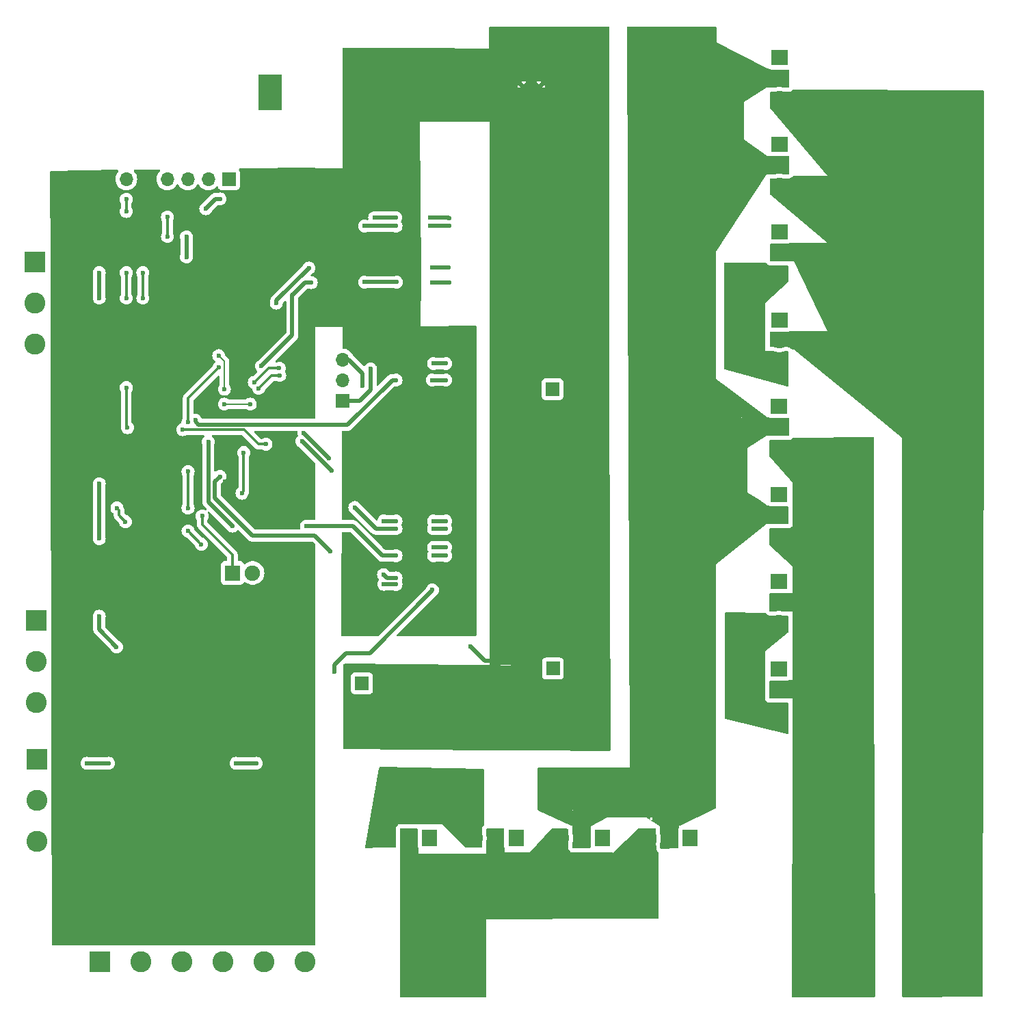
<source format=gbr>
%TF.GenerationSoftware,KiCad,Pcbnew,8.0.9-8.0.9-0~ubuntu24.04.1*%
%TF.CreationDate,2025-06-09T21:45:26+03:00*%
%TF.ProjectId,BLDC Motor Driver,424c4443-204d-46f7-946f-722044726976,rev?*%
%TF.SameCoordinates,Original*%
%TF.FileFunction,Copper,L2,Bot*%
%TF.FilePolarity,Positive*%
%FSLAX46Y46*%
G04 Gerber Fmt 4.6, Leading zero omitted, Abs format (unit mm)*
G04 Created by KiCad (PCBNEW 8.0.9-8.0.9-0~ubuntu24.04.1) date 2025-06-09 21:45:26*
%MOMM*%
%LPD*%
G01*
G04 APERTURE LIST*
%TA.AperFunction,ComponentPad*%
%ADD10R,1.700000X1.700000*%
%TD*%
%TA.AperFunction,ComponentPad*%
%ADD11O,1.700000X1.700000*%
%TD*%
%TA.AperFunction,HeatsinkPad*%
%ADD12C,0.500000*%
%TD*%
%TA.AperFunction,HeatsinkPad*%
%ADD13R,2.410000X3.100000*%
%TD*%
%TA.AperFunction,ComponentPad*%
%ADD14R,2.600000X2.600000*%
%TD*%
%TA.AperFunction,ComponentPad*%
%ADD15C,2.600000*%
%TD*%
%TA.AperFunction,ComponentPad*%
%ADD16R,2.000000X1.905000*%
%TD*%
%TA.AperFunction,ComponentPad*%
%ADD17O,2.000000X1.905000*%
%TD*%
%TA.AperFunction,ComponentPad*%
%ADD18R,1.905000X2.000000*%
%TD*%
%TA.AperFunction,ComponentPad*%
%ADD19O,1.905000X2.000000*%
%TD*%
%TA.AperFunction,ComponentPad*%
%ADD20R,1.900000X1.900000*%
%TD*%
%TA.AperFunction,ComponentPad*%
%ADD21C,1.900000*%
%TD*%
%TA.AperFunction,ComponentPad*%
%ADD22C,0.600000*%
%TD*%
%TA.AperFunction,SMDPad,CuDef*%
%ADD23R,2.950000X4.500000*%
%TD*%
%TA.AperFunction,ViaPad*%
%ADD24C,0.600000*%
%TD*%
%TA.AperFunction,ViaPad*%
%ADD25C,0.700000*%
%TD*%
%TA.AperFunction,Conductor*%
%ADD26C,0.300000*%
%TD*%
%TA.AperFunction,Conductor*%
%ADD27C,0.200000*%
%TD*%
%TA.AperFunction,Conductor*%
%ADD28C,0.500000*%
%TD*%
G04 APERTURE END LIST*
D10*
%TO.P,J5,1,Pin_1*%
%TO.N,+3.3V*%
X132400000Y-58200000D03*
D11*
%TO.P,J5,2,Pin_2*%
%TO.N,/SWDIO*%
X129860000Y-58200000D03*
%TO.P,J5,3,Pin_3*%
%TO.N,/SWCLK*%
X127320000Y-58200000D03*
%TO.P,J5,4,Pin_4*%
%TO.N,/NRST*%
X124780000Y-58200000D03*
%TO.P,J5,5,Pin_5*%
%TO.N,GND*%
X122240000Y-58200000D03*
%TO.P,J5,6,Pin_6*%
%TO.N,/UART_TX*%
X119700000Y-58200000D03*
%TD*%
D12*
%TO.P,U11,9,EP*%
%TO.N,GND*%
X170807989Y-49433037D03*
X170807989Y-48133037D03*
X170807989Y-46833037D03*
D13*
X169852989Y-48133037D03*
D12*
X168897989Y-49433037D03*
X168897989Y-48133037D03*
X168897989Y-46833037D03*
%TD*%
D10*
%TO.P,J6,1,Pin_1*%
%TO.N,/TP_A*%
X172477989Y-84213037D03*
%TD*%
D14*
%TO.P,J3,1,Pin_1*%
%TO.N,+5V*%
X108550000Y-112850000D03*
D15*
%TO.P,J3,2,Pin_2*%
%TO.N,Net-(J3-Pin_2)*%
X108550000Y-117930000D03*
%TO.P,J3,3,Pin_3*%
%TO.N,GND*%
X108550000Y-123010000D03*
%TD*%
D16*
%TO.P,MOSFET4,1,G*%
%TO.N,Net-(MOSFET4-G)*%
X200550000Y-75610000D03*
D17*
%TO.P,MOSFET4,2,D*%
%TO.N,/MOTOR_A*%
X200550000Y-78150000D03*
%TO.P,MOSFET4,3,S*%
%TO.N,/TP_A*%
X200550000Y-80690000D03*
%TD*%
D16*
%TO.P,MOSFET8,1,G*%
%TO.N,Net-(MOSFET8-G)*%
X200490000Y-118810000D03*
D17*
%TO.P,MOSFET8,2,D*%
%TO.N,/MOTOR_B*%
X200490000Y-121350000D03*
%TO.P,MOSFET8,3,S*%
%TO.N,/TP_B*%
X200490000Y-123890000D03*
%TD*%
D16*
%TO.P,MOSFET1,1,G*%
%TO.N,Net-(MOSFET1-G)*%
X200565000Y-43170000D03*
D17*
%TO.P,MOSFET1,2,D*%
%TO.N,/POWER*%
X200565000Y-45710000D03*
%TO.P,MOSFET1,3,S*%
%TO.N,/MOTOR_A*%
X200565000Y-48250000D03*
%TD*%
D16*
%TO.P,MOSFET3,1,G*%
%TO.N,Net-(MOSFET3-G)*%
X200550000Y-53910000D03*
D17*
%TO.P,MOSFET3,2,D*%
%TO.N,/POWER*%
X200550000Y-56450000D03*
%TO.P,MOSFET3,3,S*%
%TO.N,/MOTOR_A*%
X200550000Y-58990000D03*
%TD*%
D18*
%TO.P,MOSFET11,1,G*%
%TO.N,Net-(MOSFET11-G)*%
X178645489Y-139755536D03*
D19*
%TO.P,MOSFET11,2,D*%
%TO.N,/POWER*%
X176105489Y-139755536D03*
%TO.P,MOSFET11,3,S*%
%TO.N,/MOTOR_C*%
X173565489Y-139755536D03*
%TD*%
D18*
%TO.P,MOSFET12,1,G*%
%TO.N,Net-(MOSFET12-G)*%
X157255489Y-139755536D03*
D19*
%TO.P,MOSFET12,2,D*%
%TO.N,/MOTOR_C*%
X154715489Y-139755536D03*
%TO.P,MOSFET12,3,S*%
%TO.N,/TP_C*%
X152175489Y-139755536D03*
%TD*%
D14*
%TO.P,J2,1,Pin_1*%
%TO.N,/CANL*%
X108345000Y-68415000D03*
D15*
%TO.P,J2,2,Pin_2*%
%TO.N,/CANH*%
X108345000Y-73495000D03*
%TO.P,J2,3,Pin_3*%
%TO.N,GND*%
X108345000Y-78575000D03*
%TD*%
D10*
%TO.P,J7,1,Pin_1*%
%TO.N,/TP_B*%
X172522011Y-118781963D03*
%TD*%
D16*
%TO.P,MOSFET7,1,G*%
%TO.N,Net-(MOSFET7-G)*%
X200500000Y-97220000D03*
D17*
%TO.P,MOSFET7,2,D*%
%TO.N,/POWER*%
X200500000Y-99760000D03*
%TO.P,MOSFET7,3,S*%
%TO.N,/MOTOR_B*%
X200500000Y-102300000D03*
%TD*%
D18*
%TO.P,MOSFET10,1,G*%
%TO.N,Net-(MOSFET10-G)*%
X167955489Y-139785536D03*
D19*
%TO.P,MOSFET10,2,D*%
%TO.N,/MOTOR_C*%
X165415489Y-139785536D03*
%TO.P,MOSFET10,3,S*%
%TO.N,/TP_C*%
X162875489Y-139785536D03*
%TD*%
D18*
%TO.P,MOSFET9,1,G*%
%TO.N,Net-(MOSFET9-G)*%
X189510489Y-139785536D03*
D19*
%TO.P,MOSFET9,2,D*%
%TO.N,/POWER*%
X186970489Y-139785536D03*
%TO.P,MOSFET9,3,S*%
%TO.N,/MOTOR_C*%
X184430489Y-139785536D03*
%TD*%
D16*
%TO.P,MOSFET2,1,G*%
%TO.N,Net-(MOSFET2-G)*%
X200550000Y-64710000D03*
D17*
%TO.P,MOSFET2,2,D*%
%TO.N,/MOTOR_A*%
X200550000Y-67250000D03*
%TO.P,MOSFET2,3,S*%
%TO.N,/TP_A*%
X200550000Y-69790000D03*
%TD*%
D14*
%TO.P,J4,1,Pin_1*%
%TO.N,+5V*%
X116400000Y-155100000D03*
D15*
%TO.P,J4,2,Pin_2*%
%TO.N,/HALL_A*%
X121480000Y-155100000D03*
%TO.P,J4,3,Pin_3*%
%TO.N,/HALL_B*%
X126560000Y-155100000D03*
%TO.P,J4,4,Pin_4*%
%TO.N,/HALL_C*%
X131640000Y-155100000D03*
%TO.P,J4,5,Pin_5*%
%TO.N,GND*%
X136720000Y-155100000D03*
%TO.P,J4,6,Pin_6*%
%TO.N,unconnected-(J4-Pin_6-Pad6)*%
X141800000Y-155100000D03*
%TD*%
D16*
%TO.P,MOSFET5,1,G*%
%TO.N,Net-(MOSFET5-G)*%
X200520000Y-86300000D03*
D17*
%TO.P,MOSFET5,2,D*%
%TO.N,/POWER*%
X200520000Y-88840000D03*
%TO.P,MOSFET5,3,S*%
%TO.N,/MOTOR_B*%
X200520000Y-91380000D03*
%TD*%
D10*
%TO.P,J8,1,Pin_1*%
%TO.N,/TP_C*%
X148877989Y-120593037D03*
%TD*%
D16*
%TO.P,MOSFET6,1,G*%
%TO.N,Net-(MOSFET6-G)*%
X200500000Y-108020000D03*
D17*
%TO.P,MOSFET6,2,D*%
%TO.N,/MOTOR_B*%
X200500000Y-110560000D03*
%TO.P,MOSFET6,3,S*%
%TO.N,/TP_B*%
X200500000Y-113100000D03*
%TD*%
D20*
%TO.P,S1,1*%
%TO.N,+3.3V*%
X132850000Y-106938750D03*
D21*
%TO.P,S1,2*%
%TO.N,Net-(R4-Pad1)*%
X135350000Y-106938750D03*
%TO.P,S1,3*%
%TO.N,GND*%
X137850000Y-106938750D03*
%TD*%
D10*
%TO.P,J9,1,Pin_1*%
%TO.N,/PWM_A*%
X146500000Y-85600000D03*
D11*
%TO.P,J9,2,Pin_2*%
%TO.N,/PWM_B*%
X146500000Y-83060000D03*
%TO.P,J9,3,Pin_3*%
%TO.N,/PWM_C*%
X146500000Y-80520000D03*
%TD*%
D14*
%TO.P,J10,1,Pin_1*%
%TO.N,+12V*%
X108600000Y-129970000D03*
D15*
%TO.P,J10,2,Pin_2*%
%TO.N,/FAN*%
X108600000Y-135050000D03*
%TO.P,J10,3,Pin_3*%
%TO.N,GND*%
X108600000Y-140130000D03*
%TD*%
D22*
%TO.P,U10,9,GNDPAD*%
%TO.N,GND*%
X136940489Y-45683037D03*
X136940489Y-46883037D03*
X136940489Y-48183037D03*
X136940489Y-49283037D03*
D23*
X137540489Y-47483037D03*
D22*
X138140489Y-45683037D03*
X138140489Y-46883037D03*
X138140489Y-48183037D03*
X138140489Y-49283037D03*
%TD*%
D24*
%TO.N,+3.3V*%
X127155000Y-67820000D03*
X129550000Y-61850000D03*
X131850000Y-84200000D03*
X157750000Y-81025536D03*
X135050000Y-86050000D03*
X131300000Y-60650000D03*
X131150000Y-80050000D03*
X157600000Y-69150000D03*
X157750000Y-103763037D03*
X159250000Y-81025536D03*
X159650000Y-69150000D03*
X131850000Y-86050000D03*
X159250000Y-103763037D03*
X129100000Y-99900000D03*
X127155000Y-65345000D03*
%TO.N,+5V*%
X116350000Y-102700000D03*
X116350000Y-72935000D03*
X116350000Y-112300000D03*
X116350000Y-95900000D03*
X118500000Y-116100000D03*
X116350000Y-69770000D03*
%TO.N,GND*%
X147127989Y-54363037D03*
X154227989Y-110763037D03*
X113662500Y-101650000D03*
D25*
X151500000Y-125750000D03*
D24*
X136650000Y-57900000D03*
D25*
X153850000Y-124850000D03*
X178000000Y-82650000D03*
D24*
X122200000Y-60600000D03*
D25*
X177100000Y-80350000D03*
D24*
X147377989Y-53213037D03*
D25*
X176900000Y-123350000D03*
D24*
X127155000Y-74470000D03*
X178100000Y-107963037D03*
D25*
X150400000Y-123950000D03*
D24*
X137850000Y-105350000D03*
D25*
X152700000Y-125750000D03*
X176200000Y-82600000D03*
X176000000Y-125600000D03*
D24*
X134130000Y-73200000D03*
D25*
X152650000Y-123900000D03*
D24*
X132272011Y-76736963D03*
X136700000Y-151800000D03*
X160100000Y-110600000D03*
D25*
X177100000Y-82650000D03*
X176900000Y-124400000D03*
X176000000Y-123300000D03*
X176200000Y-81350000D03*
X151550000Y-124850000D03*
D24*
X125800000Y-87700000D03*
D25*
X176900000Y-125650000D03*
X151550000Y-123900000D03*
X176000000Y-124350000D03*
D24*
X161220000Y-79110000D03*
D25*
X176200000Y-79150000D03*
X177050000Y-79200000D03*
X178050000Y-80350000D03*
D24*
X169627989Y-44613037D03*
D25*
X152600000Y-124850000D03*
X178000000Y-79200000D03*
X177100000Y-81400000D03*
D24*
X178927989Y-65913037D03*
D25*
X177850000Y-123350000D03*
X177800000Y-122200000D03*
D24*
X167200000Y-117800000D03*
X111700000Y-123010000D03*
X142700000Y-74950000D03*
X162300000Y-116000000D03*
X120300000Y-102200000D03*
D25*
X178050000Y-81450000D03*
X153800000Y-125750000D03*
D24*
X163500000Y-127700000D03*
X155200000Y-44100000D03*
D25*
X150400000Y-124900000D03*
D24*
X127900000Y-81100000D03*
X160877989Y-84913037D03*
D25*
X153850000Y-123950000D03*
D24*
X111900000Y-78500000D03*
X116700000Y-120600000D03*
X161100000Y-77560000D03*
D25*
X150350000Y-125750000D03*
D24*
X114250000Y-105000000D03*
X147277989Y-110763037D03*
X136900000Y-96600000D03*
D25*
X177800000Y-125650000D03*
X176000000Y-122150000D03*
D24*
X131950000Y-95600000D03*
D25*
X177850000Y-124450000D03*
D24*
X111750000Y-140130000D03*
D25*
X176850000Y-122200000D03*
X176200000Y-80300000D03*
D24*
X161000000Y-113500000D03*
%TO.N,+12V*%
X135800000Y-130500000D03*
X157600000Y-109050000D03*
X117500000Y-130500000D03*
X145500000Y-119200000D03*
X114850000Y-130500000D03*
X133300000Y-130500000D03*
%TO.N,/CURR_A*%
X159250000Y-83063037D03*
X153100000Y-83063037D03*
X128250000Y-88050000D03*
X157600000Y-83063037D03*
D25*
%TO.N,/POWER*%
X184300000Y-47100000D03*
D24*
%TO.N,/CURR_B*%
X142000000Y-101150000D03*
X159250000Y-104813037D03*
X153100000Y-104813037D03*
X132850000Y-101150000D03*
X129850000Y-90700000D03*
X157750000Y-104813037D03*
%TO.N,/CURR_C*%
X131300000Y-95000000D03*
X145000000Y-104250000D03*
%TO.N,/NRST*%
X124794669Y-65305331D03*
X121750000Y-69770000D03*
X124800000Y-62900000D03*
X121750000Y-72935000D03*
%TO.N,/PWM_A*%
X149950000Y-81700000D03*
X153060400Y-62959516D03*
X150450000Y-62963037D03*
X159700000Y-63013037D03*
X157300000Y-62963037D03*
%TO.N,/PWM_B*%
X153100000Y-100513037D03*
X151600000Y-100513037D03*
X157750000Y-100513037D03*
X159250000Y-100513037D03*
%TO.N,/PWM_C*%
X148950000Y-83810000D03*
X151550000Y-107150000D03*
X153100000Y-107561348D03*
%TO.N,/USB_DM*%
X119600000Y-100600000D03*
X118550000Y-98900000D03*
%TO.N,/BOOT0*%
X129000000Y-103400000D03*
X127350000Y-94400000D03*
X127350000Y-88300000D03*
X127350000Y-101750000D03*
X131190381Y-81490381D03*
X127350000Y-98900000D03*
%TO.N,/OTG_DM*%
X136100000Y-84100000D03*
X138700000Y-82500000D03*
%TO.N,/OTG_DP*%
X135550000Y-83350000D03*
X138650000Y-81600000D03*
%TO.N,/SD_A*%
X153100000Y-64000000D03*
X157300000Y-63963037D03*
X149200000Y-64000000D03*
X159700000Y-63963037D03*
X138275000Y-73550000D03*
X142300000Y-69200000D03*
%TO.N,/SD_B*%
X159250000Y-101463037D03*
X153100000Y-101463037D03*
X144800000Y-92750000D03*
X157750000Y-101463037D03*
X141700000Y-89650000D03*
X148000000Y-98850000D03*
%TO.N,/SD_C*%
X153100000Y-108361351D03*
X145100000Y-94300000D03*
X141450000Y-90650000D03*
X151600000Y-108350000D03*
%TO.N,/FAN*%
X134025000Y-97075000D03*
X134250000Y-92050000D03*
%TO.N,/UART_TX*%
X119700000Y-62200000D03*
X119700000Y-60700000D03*
X119700000Y-72935000D03*
X119700000Y-84000000D03*
X119700000Y-69770000D03*
X137000000Y-91000000D03*
X119850000Y-88950000D03*
X126700000Y-89200000D03*
%TO.N,/TEMP*%
X142600000Y-71000000D03*
X159700000Y-71000000D03*
X153150000Y-70950000D03*
X136450000Y-81350000D03*
X149200000Y-70950000D03*
X157600000Y-71000000D03*
%TD*%
D26*
%TO.N,+3.3V*%
X132850000Y-104700000D02*
X132850000Y-106938750D01*
D27*
X131850000Y-80750000D02*
X131150000Y-80050000D01*
D28*
X159250000Y-103763037D02*
X157750000Y-103763037D01*
X129550000Y-61850000D02*
X130750000Y-60650000D01*
D26*
X129100000Y-100950000D02*
X132850000Y-104700000D01*
D28*
X157750000Y-81025536D02*
X159250000Y-81025536D01*
X159650000Y-69150000D02*
X157600000Y-69150000D01*
D27*
X131850000Y-84200000D02*
X131850000Y-80750000D01*
D26*
X129100000Y-99900000D02*
X129100000Y-100950000D01*
D27*
X135050000Y-86050000D02*
X131850000Y-86050000D01*
D28*
X130750000Y-60650000D02*
X131300000Y-60650000D01*
X127155000Y-65345000D02*
X127155000Y-67820000D01*
%TO.N,+5V*%
X116350000Y-102700000D02*
X116350000Y-95900000D01*
X118500000Y-116100000D02*
X116350000Y-113950000D01*
X116350000Y-113950000D02*
X116350000Y-112300000D01*
X116350000Y-72935000D02*
X116350000Y-69770000D01*
%TO.N,GND*%
X167200000Y-117800000D02*
X164100000Y-117800000D01*
X164100000Y-117800000D02*
X162300000Y-116000000D01*
%TO.N,+12V*%
X114850000Y-130500000D02*
X117500000Y-130500000D01*
X145500000Y-118300000D02*
X146900000Y-116900000D01*
X133300000Y-130500000D02*
X135800000Y-130500000D01*
X149830000Y-116900000D02*
X157600000Y-109130000D01*
X145500000Y-119200000D02*
X145500000Y-118300000D01*
X157600000Y-109130000D02*
X157600000Y-109050000D01*
X146900000Y-116900000D02*
X149830000Y-116900000D01*
%TO.N,/CURR_A*%
X128250000Y-88200000D02*
X128250000Y-88050000D01*
X147100000Y-88600000D02*
X128650000Y-88600000D01*
X153100000Y-83063037D02*
X152636963Y-83063037D01*
X159250000Y-83063037D02*
X157600000Y-83063037D01*
X152636963Y-83063037D02*
X147100000Y-88600000D01*
X128650000Y-88600000D02*
X128250000Y-88200000D01*
%TO.N,/CURR_B*%
X159250000Y-104813037D02*
X157750000Y-104813037D01*
X153100000Y-104813037D02*
X151413037Y-104813037D01*
X129850000Y-98150000D02*
X129850000Y-90700000D01*
X132850000Y-101150000D02*
X129850000Y-98150000D01*
X151413037Y-104813037D02*
X147750000Y-101150000D01*
X147750000Y-101150000D02*
X142000000Y-101150000D01*
%TO.N,/CURR_C*%
X131300000Y-95000000D02*
X130650000Y-95650000D01*
X135300000Y-102300000D02*
X143050000Y-102300000D01*
X143050000Y-102300000D02*
X145000000Y-104250000D01*
X130650000Y-95650000D02*
X130650000Y-97650000D01*
X130650000Y-97650000D02*
X135300000Y-102300000D01*
D26*
%TO.N,/NRST*%
X124800000Y-65300000D02*
X124794669Y-65305331D01*
X121750000Y-69770000D02*
X121750000Y-72935000D01*
X124800000Y-62900000D02*
X124800000Y-65300000D01*
D28*
%TO.N,/PWM_A*%
X157300000Y-62963037D02*
X159650000Y-62963037D01*
X148600000Y-85600000D02*
X146500000Y-85600000D01*
X150450000Y-62963037D02*
X153056879Y-62963037D01*
X153056879Y-62963037D02*
X153060400Y-62959516D01*
X149950000Y-81700000D02*
X149950000Y-84250000D01*
X159650000Y-62963037D02*
X159700000Y-63013037D01*
X149950000Y-84250000D02*
X148600000Y-85600000D01*
%TO.N,/PWM_B*%
X153100000Y-100513037D02*
X151600000Y-100513037D01*
X159250000Y-100513037D02*
X157750000Y-100513037D01*
%TO.N,/PWM_C*%
X151550000Y-107150000D02*
X151961348Y-107561348D01*
X147220000Y-80520000D02*
X146500000Y-80520000D01*
X148950000Y-82250000D02*
X147220000Y-80520000D01*
X151961348Y-107561348D02*
X153100000Y-107561348D01*
X148950000Y-83810000D02*
X148950000Y-82250000D01*
D26*
%TO.N,/USB_DM*%
X118550000Y-98900000D02*
X118800000Y-99150000D01*
X118800000Y-99150000D02*
X118800000Y-99800000D01*
X118800000Y-99800000D02*
X119600000Y-100600000D01*
%TO.N,/BOOT0*%
X131190380Y-81490381D02*
X127350000Y-85330761D01*
X131190381Y-81490381D02*
X131190380Y-81490381D01*
X127350000Y-101750000D02*
X129000000Y-103400000D01*
X127350000Y-85330761D02*
X127350000Y-88300000D01*
X127350000Y-94400000D02*
X127350000Y-98900000D01*
%TO.N,/OTG_DM*%
X137700000Y-82500000D02*
X136100000Y-84100000D01*
X138700000Y-82500000D02*
X137700000Y-82500000D01*
%TO.N,/OTG_DP*%
X135550000Y-83350000D02*
X137300000Y-81600000D01*
X137300000Y-81600000D02*
X138650000Y-81600000D01*
D28*
%TO.N,/SD_A*%
X138275000Y-73225000D02*
X142300000Y-69200000D01*
X149200000Y-64000000D02*
X153100000Y-64000000D01*
X138275000Y-73550000D02*
X138275000Y-73225000D01*
X159700000Y-63963037D02*
X157300000Y-63963037D01*
%TO.N,/SD_B*%
X150613037Y-101463037D02*
X148000000Y-98850000D01*
X159250000Y-101463037D02*
X157750000Y-101463037D01*
X153100000Y-101463037D02*
X150613037Y-101463037D01*
X141700000Y-89650000D02*
X144800000Y-92750000D01*
%TO.N,/SD_C*%
X153100000Y-108361351D02*
X152611351Y-108361351D01*
X152611351Y-108361351D02*
X152600000Y-108350000D01*
X141450000Y-90650000D02*
X145100000Y-94300000D01*
X152600000Y-108350000D02*
X151600000Y-108350000D01*
D26*
%TO.N,/FAN*%
X134250000Y-96850000D02*
X134250000Y-92050000D01*
X134025000Y-97075000D02*
X134250000Y-96850000D01*
%TO.N,/UART_TX*%
X119700000Y-69770000D02*
X119700000Y-72935000D01*
X134300000Y-89200000D02*
X126700000Y-89200000D01*
X119700000Y-60700000D02*
X119700000Y-62200000D01*
X119700000Y-88800000D02*
X119700000Y-84000000D01*
X119850000Y-88950000D02*
X119700000Y-88800000D01*
X136100000Y-91000000D02*
X134300000Y-89200000D01*
X137000000Y-91000000D02*
X136100000Y-91000000D01*
D28*
%TO.N,/TEMP*%
X140400000Y-72400000D02*
X141800000Y-71000000D01*
X140400000Y-72400000D02*
X140250000Y-72550000D01*
X157600000Y-71000000D02*
X159700000Y-71000000D01*
X141800000Y-71000000D02*
X142600000Y-71000000D01*
X153150000Y-70950000D02*
X149200000Y-70950000D01*
X140250000Y-72550000D02*
X140250000Y-77550000D01*
X140250000Y-77550000D02*
X136450000Y-81350000D01*
%TD*%
%TA.AperFunction,Conductor*%
%TO.N,/POWER*%
G36*
X199100000Y-44500000D02*
G01*
X192500000Y-44500000D01*
X192500000Y-41100000D01*
X199100000Y-44500000D01*
G37*
%TD.AperFunction*%
%TD*%
%TA.AperFunction,Conductor*%
%TO.N,/TP_A*%
G36*
X201700000Y-81800000D02*
G01*
X201700000Y-83737297D01*
X201680315Y-83804336D01*
X201627511Y-83850091D01*
X201558353Y-83860035D01*
X201543121Y-83856858D01*
X193791121Y-81725058D01*
X193751654Y-81700645D01*
X201700000Y-81800000D01*
G37*
%TD.AperFunction*%
%TD*%
%TA.AperFunction,Conductor*%
%TO.N,/POWER*%
G36*
X192705489Y-69705536D02*
G01*
X192704397Y-82903297D01*
X192700000Y-82900000D01*
X192600000Y-87800000D01*
X192700000Y-87798461D01*
X192700000Y-90000000D01*
X192700000Y-93800000D01*
X192700000Y-94400000D01*
X192700000Y-98600000D01*
X192600000Y-98600000D01*
X192600000Y-100900000D01*
X192600000Y-106000000D01*
X192702493Y-105918325D01*
X192700006Y-136021714D01*
X192680316Y-136088752D01*
X192667541Y-136100000D01*
X188100000Y-136100000D01*
X188100185Y-136138704D01*
X188100184Y-136138704D01*
X188100083Y-136138704D01*
X188100000Y-136100000D01*
X185800000Y-136100000D01*
X183147461Y-136180379D01*
X183147457Y-136180380D01*
X183147456Y-136180380D01*
X177921496Y-136224352D01*
X177210000Y-136230000D01*
X177188371Y-136230522D01*
X177188295Y-136230523D01*
X177188358Y-136230522D01*
X177188286Y-136230522D01*
X174900000Y-136249778D01*
X174900000Y-136220000D01*
X170682688Y-136285039D01*
X170668778Y-136272490D01*
X170650415Y-136207669D01*
X170650411Y-136203893D01*
X170645607Y-131129653D01*
X170665228Y-131062595D01*
X170717989Y-131016790D01*
X170769607Y-131005536D01*
X182055489Y-131005536D01*
X181800000Y-69700000D01*
X192705489Y-69705536D01*
G37*
%TD.AperFunction*%
%TD*%
%TA.AperFunction,Conductor*%
%TO.N,/MOTOR_A*%
G36*
X225900000Y-79299749D02*
G01*
X225900000Y-79318616D01*
X225910792Y-79338396D01*
X225913617Y-79365043D01*
X225701650Y-159277736D01*
X225681787Y-159344723D01*
X225628862Y-159390338D01*
X225578388Y-159401405D01*
X215904613Y-159459018D01*
X215837458Y-159439733D01*
X215791389Y-159387202D01*
X215779876Y-159335051D01*
X215765977Y-90172473D01*
X215800000Y-90200000D01*
X215763791Y-79293467D01*
X225900000Y-79299749D01*
G37*
%TD.AperFunction*%
%TD*%
%TA.AperFunction,Conductor*%
%TO.N,/POWER*%
G36*
X199311747Y-55307817D02*
G01*
X199442517Y-55356591D01*
X199502127Y-55363000D01*
X201597872Y-55362999D01*
X201657483Y-55356591D01*
X201657484Y-55356590D01*
X201662746Y-55356025D01*
X201731506Y-55368432D01*
X201782642Y-55416043D01*
X201800000Y-55479315D01*
X201800000Y-57476000D01*
X201780315Y-57543039D01*
X201727511Y-57588794D01*
X201676000Y-57600000D01*
X201041166Y-57600000D01*
X201002847Y-57593931D01*
X200937745Y-57572777D01*
X200742739Y-57541891D01*
X200711854Y-57537000D01*
X200388146Y-57537000D01*
X200360975Y-57541303D01*
X200162254Y-57572777D01*
X200097153Y-57593931D01*
X200058834Y-57600000D01*
X192500000Y-57600000D01*
X192500000Y-55300000D01*
X199100000Y-55300000D01*
X199100001Y-55300000D01*
X199268418Y-55300000D01*
X199311747Y-55307817D01*
G37*
%TD.AperFunction*%
%TD*%
%TA.AperFunction,Conductor*%
%TO.N,/TP_B*%
G36*
X201670315Y-114306990D02*
G01*
X201642890Y-114337234D01*
X198790000Y-116592095D01*
X198790000Y-116592096D01*
X198780000Y-116600000D01*
X198770000Y-114300000D01*
X201672368Y-114300000D01*
X201670315Y-114306990D01*
G37*
%TD.AperFunction*%
%TD*%
%TA.AperFunction,Conductor*%
%TO.N,/POWER*%
G36*
X192702494Y-105918323D02*
G01*
X192702493Y-105918325D01*
X192600000Y-106000000D01*
X192600000Y-100900000D01*
X198999998Y-100900000D01*
X192702494Y-105918323D01*
G37*
%TD.AperFunction*%
%TD*%
%TA.AperFunction,Conductor*%
%TO.N,/POWER*%
G36*
X196200000Y-53300000D02*
G01*
X192600000Y-50800000D01*
X192600000Y-50600000D01*
X196200000Y-48300000D01*
X196200000Y-53300000D01*
G37*
%TD.AperFunction*%
%TD*%
%TA.AperFunction,Conductor*%
%TO.N,/POWER*%
G36*
X196600000Y-97000000D02*
G01*
X192700000Y-94400000D01*
X192700000Y-93600000D01*
X196600000Y-91400000D01*
X196600000Y-97000000D01*
G37*
%TD.AperFunction*%
%TD*%
%TA.AperFunction,Conductor*%
%TO.N,/MOTOR_A*%
G36*
X225900000Y-79299749D02*
G01*
X215763791Y-79293467D01*
X202340000Y-79310000D01*
X202182584Y-79310000D01*
X202115545Y-79290315D01*
X202078269Y-79253040D01*
X202070825Y-79241457D01*
X202070819Y-79241450D01*
X202025076Y-79188659D01*
X202025072Y-79188656D01*
X202025070Y-79188653D01*
X201916336Y-79094433D01*
X201916333Y-79094431D01*
X201916331Y-79094430D01*
X201785465Y-79034664D01*
X201785460Y-79034662D01*
X201785459Y-79034662D01*
X201718420Y-79014977D01*
X201718422Y-79014977D01*
X201718417Y-79014976D01*
X201661494Y-79006792D01*
X201576000Y-78994500D01*
X201164274Y-78994500D01*
X201164268Y-78994500D01*
X201085205Y-79000723D01*
X201085187Y-79000725D01*
X201046876Y-79006793D01*
X200969770Y-79025303D01*
X200969728Y-79025315D01*
X200828652Y-79071153D01*
X200809734Y-79075695D01*
X200681713Y-79095973D01*
X200662314Y-79097500D01*
X200437685Y-79097500D01*
X200418288Y-79095973D01*
X200391763Y-79091771D01*
X200290265Y-79075695D01*
X200271347Y-79071153D01*
X200130266Y-79025314D01*
X200130255Y-79025311D01*
X200130251Y-79025310D01*
X200053122Y-79006793D01*
X200053116Y-79006792D01*
X200014812Y-79000725D01*
X200014806Y-79000724D01*
X200014804Y-79000724D01*
X200014800Y-79000723D01*
X200014794Y-79000723D01*
X199935731Y-78994500D01*
X199935726Y-78994500D01*
X199524000Y-78994500D01*
X199456961Y-78974815D01*
X199411206Y-78922011D01*
X199400000Y-78870500D01*
X199400000Y-77186999D01*
X199419685Y-77119960D01*
X199472489Y-77074205D01*
X199523995Y-77062999D01*
X201597872Y-77062999D01*
X201657483Y-77056591D01*
X201761439Y-77017818D01*
X201804772Y-77010000D01*
X206500000Y-77010000D01*
X206500000Y-68400000D01*
X225900000Y-68400000D01*
X225900000Y-79299749D01*
G37*
%TD.AperFunction*%
%TD*%
%TA.AperFunction,Conductor*%
%TO.N,/MOTOR_C*%
G36*
X183205489Y-141555536D02*
G01*
X179910489Y-141585536D01*
X183169902Y-138588261D01*
X183205489Y-138570721D01*
X183205489Y-141555536D01*
G37*
%TD.AperFunction*%
%TD*%
%TA.AperFunction,Conductor*%
%TO.N,/POWER*%
G36*
X196600000Y-97000000D02*
G01*
X196600000Y-96959374D01*
X198109433Y-97949940D01*
X199099999Y-98600000D01*
X192700000Y-98600000D01*
X192700000Y-94400000D01*
X196600000Y-97000000D01*
G37*
%TD.AperFunction*%
%TD*%
%TA.AperFunction,Conductor*%
%TO.N,/MOTOR_A*%
G36*
X225900000Y-60100000D02*
G01*
X225900000Y-68400000D01*
X201041166Y-68400000D01*
X201002847Y-68393931D01*
X200937745Y-68372777D01*
X200742739Y-68341891D01*
X200711854Y-68337000D01*
X200388146Y-68337000D01*
X200360975Y-68341303D01*
X200162254Y-68372777D01*
X200097153Y-68393931D01*
X200058834Y-68400000D01*
X199524000Y-68400000D01*
X199456961Y-68380315D01*
X199411206Y-68327511D01*
X199400000Y-68276000D01*
X199400000Y-66286999D01*
X199419685Y-66219960D01*
X199472489Y-66174205D01*
X199523995Y-66162999D01*
X201597872Y-66162999D01*
X201657483Y-66156591D01*
X201788252Y-66107817D01*
X201831582Y-66100000D01*
X206500001Y-66100000D01*
X206500000Y-66099999D01*
X206500000Y-60000000D01*
X225900000Y-60100000D01*
G37*
%TD.AperFunction*%
%TD*%
%TA.AperFunction,Conductor*%
%TO.N,GND*%
G36*
X169977989Y-118413037D02*
G01*
X169958030Y-128911193D01*
X169945677Y-128911144D01*
X169911533Y-128929657D01*
X169884476Y-128932408D01*
X165145865Y-128891906D01*
X165145533Y-128891904D01*
X164716910Y-128888240D01*
X164716907Y-128888240D01*
X146681162Y-128734089D01*
X146614293Y-128713833D01*
X146568991Y-128660640D01*
X146558222Y-128609859D01*
X146575089Y-119695172D01*
X147527489Y-119695172D01*
X147527489Y-121490907D01*
X147527490Y-121490913D01*
X147533897Y-121550520D01*
X147584191Y-121685365D01*
X147584195Y-121685372D01*
X147670441Y-121800581D01*
X147670444Y-121800584D01*
X147785653Y-121886830D01*
X147785660Y-121886834D01*
X147920506Y-121937128D01*
X147920505Y-121937128D01*
X147927433Y-121937872D01*
X147980116Y-121943537D01*
X149775861Y-121943536D01*
X149835472Y-121937128D01*
X149970320Y-121886833D01*
X150085535Y-121800583D01*
X150171785Y-121685368D01*
X150222080Y-121550520D01*
X150228489Y-121490910D01*
X150228488Y-119695165D01*
X150222080Y-119635554D01*
X150171785Y-119500706D01*
X150171784Y-119500705D01*
X150171782Y-119500701D01*
X150085536Y-119385492D01*
X150085533Y-119385489D01*
X149970324Y-119299243D01*
X149970317Y-119299239D01*
X149835471Y-119248945D01*
X149835472Y-119248945D01*
X149775872Y-119242538D01*
X149775870Y-119242537D01*
X149775862Y-119242537D01*
X149775853Y-119242537D01*
X147980118Y-119242537D01*
X147980112Y-119242538D01*
X147920505Y-119248945D01*
X147785660Y-119299239D01*
X147785653Y-119299243D01*
X147670444Y-119385489D01*
X147670441Y-119385492D01*
X147584195Y-119500701D01*
X147584191Y-119500708D01*
X147533897Y-119635554D01*
X147527490Y-119695153D01*
X147527490Y-119695160D01*
X147527489Y-119695172D01*
X146575089Y-119695172D01*
X146577663Y-118334826D01*
X146597475Y-118267828D01*
X146613973Y-118247394D01*
X146660192Y-118201175D01*
X146721511Y-118167693D01*
X146749192Y-118164866D01*
X169977989Y-118413037D01*
G37*
%TD.AperFunction*%
%TD*%
%TA.AperFunction,Conductor*%
%TO.N,/POWER*%
G36*
X192704397Y-82903297D02*
G01*
X192704397Y-82903298D01*
X194303298Y-84102473D01*
X199100000Y-87700000D01*
X192600000Y-87800000D01*
X192700000Y-82900000D01*
X192704397Y-82903297D01*
G37*
%TD.AperFunction*%
%TD*%
%TA.AperFunction,Conductor*%
%TO.N,/MOTOR_B*%
G36*
X212300000Y-122559835D02*
G01*
X212300000Y-122560000D01*
X202199963Y-122513384D01*
X202199964Y-122513384D01*
X202194922Y-122513360D01*
X201004810Y-122507867D01*
X200967064Y-122501799D01*
X200877746Y-122472778D01*
X200764799Y-122454889D01*
X200651854Y-122437000D01*
X200328146Y-122437000D01*
X200252849Y-122448926D01*
X200102253Y-122472778D01*
X200027370Y-122497109D01*
X199988480Y-122503177D01*
X199423965Y-122500572D01*
X199357017Y-122480578D01*
X199311506Y-122427563D01*
X199300538Y-122376038D01*
X199309190Y-120386153D01*
X199329165Y-120319206D01*
X199382167Y-120273681D01*
X199438806Y-120263071D01*
X199438806Y-120263000D01*
X199439187Y-120262999D01*
X199439844Y-120262877D01*
X199442103Y-120262997D01*
X199442127Y-120263000D01*
X201537872Y-120262999D01*
X201597483Y-120256591D01*
X201732331Y-120206296D01*
X201732331Y-120206295D01*
X201740642Y-120203196D01*
X201741016Y-120204200D01*
X201790854Y-120191385D01*
X202190000Y-120190000D01*
X202200000Y-111700000D01*
X212300000Y-111700000D01*
X212300000Y-122559835D01*
G37*
%TD.AperFunction*%
%TD*%
%TA.AperFunction,Conductor*%
%TO.N,/MOTOR_B*%
G36*
X212300000Y-122560000D02*
G01*
X212329693Y-133668385D01*
X212398310Y-159338222D01*
X212378804Y-159405313D01*
X212326123Y-159451209D01*
X212274400Y-159462553D01*
X202225730Y-159469865D01*
X202158676Y-159450229D01*
X202112883Y-159397459D01*
X202101640Y-159345534D01*
X202101660Y-159338222D01*
X202188347Y-126864918D01*
X202189510Y-126848329D01*
X202204613Y-126738980D01*
X202204613Y-126738976D01*
X202195299Y-125062437D01*
X202193211Y-125043051D01*
X202199963Y-122513384D01*
X212300000Y-122560000D01*
G37*
%TD.AperFunction*%
%TD*%
%TA.AperFunction,Conductor*%
%TO.N,/MOTOR_C*%
G36*
X166451063Y-138575221D02*
G01*
X166496818Y-138628025D01*
X166507313Y-138692788D01*
X166502489Y-138737663D01*
X166502489Y-138737669D01*
X166502489Y-138737670D01*
X166502489Y-140833406D01*
X166502490Y-140833412D01*
X166508897Y-140893017D01*
X166508898Y-140893019D01*
X166547671Y-140996976D01*
X166555489Y-141040307D01*
X166555489Y-141555536D01*
X169638162Y-141555536D01*
X169610489Y-141585536D01*
X172455489Y-141555536D01*
X172455489Y-149705536D01*
X172445823Y-149715201D01*
X172435804Y-149749323D01*
X172383000Y-149795078D01*
X172332241Y-149806282D01*
X164283702Y-149855060D01*
X164283663Y-149830536D01*
X164205600Y-149830312D01*
X164247632Y-140331108D01*
X164253699Y-140293347D01*
X164292711Y-140173281D01*
X164328489Y-139947390D01*
X164328489Y-139623682D01*
X164292711Y-139397791D01*
X164258467Y-139292401D01*
X164252400Y-139253538D01*
X164254943Y-138678987D01*
X164274924Y-138612035D01*
X164327930Y-138566515D01*
X164378942Y-138555536D01*
X166384024Y-138555536D01*
X166451063Y-138575221D01*
G37*
%TD.AperFunction*%
%TD*%
%TA.AperFunction,Conductor*%
%TO.N,/MOTOR_A*%
G36*
X206500000Y-77010000D02*
G01*
X202400000Y-68400000D01*
X206500000Y-68400000D01*
X206500000Y-77010000D01*
G37*
%TD.AperFunction*%
%TD*%
%TA.AperFunction,Conductor*%
%TO.N,/MOTOR_A*%
G36*
X225776470Y-47199533D02*
G01*
X225843433Y-47219470D01*
X225888988Y-47272447D01*
X225900000Y-47323532D01*
X225900000Y-60100000D01*
X206500000Y-60000000D01*
X199419253Y-60099728D01*
X199405464Y-60078844D01*
X199400000Y-60042440D01*
X199400000Y-58229500D01*
X199419685Y-58162461D01*
X199472489Y-58116706D01*
X199524000Y-58105500D01*
X200058826Y-58105500D01*
X200058834Y-58105500D01*
X200137910Y-58099277D01*
X200176229Y-58093208D01*
X200253370Y-58074687D01*
X200271349Y-58068844D01*
X200290250Y-58064305D01*
X200418299Y-58044025D01*
X200437685Y-58042500D01*
X200662320Y-58042500D01*
X200681706Y-58044025D01*
X200809741Y-58064303D01*
X200828651Y-58068845D01*
X200846618Y-58074684D01*
X200846624Y-58074685D01*
X200846632Y-58074688D01*
X200923771Y-58093208D01*
X200962090Y-58099277D01*
X201041166Y-58105500D01*
X201041174Y-58105500D01*
X201675990Y-58105500D01*
X201676000Y-58105500D01*
X201783456Y-58093947D01*
X201834967Y-58082741D01*
X201869197Y-58071347D01*
X201937497Y-58048616D01*
X201937501Y-58048613D01*
X201937504Y-58048613D01*
X202058543Y-57970825D01*
X202111347Y-57925070D01*
X202182639Y-57842796D01*
X202241418Y-57805022D01*
X202276351Y-57800000D01*
X206499999Y-57800000D01*
X206500000Y-57800000D01*
X206500000Y-49400000D01*
X199413979Y-49400000D01*
X199401055Y-49370754D01*
X199400000Y-49354615D01*
X199400000Y-47529500D01*
X199419685Y-47462461D01*
X199472489Y-47416706D01*
X199524000Y-47405500D01*
X199950720Y-47405500D01*
X199950726Y-47405500D01*
X200029804Y-47399276D01*
X200068122Y-47393207D01*
X200145255Y-47374689D01*
X200286355Y-47328841D01*
X200305246Y-47324305D01*
X200406926Y-47308202D01*
X200406927Y-47308202D01*
X200426405Y-47305116D01*
X200433288Y-47304027D01*
X200452685Y-47302500D01*
X200677315Y-47302500D01*
X200696712Y-47304027D01*
X200703594Y-47305116D01*
X200723073Y-47308202D01*
X200723074Y-47308202D01*
X200824748Y-47324305D01*
X200843637Y-47328840D01*
X200984747Y-47374690D01*
X200984764Y-47374694D01*
X200984767Y-47374695D01*
X200984768Y-47374696D01*
X201027777Y-47385020D01*
X201061878Y-47393207D01*
X201100196Y-47399276D01*
X201179274Y-47405500D01*
X201179280Y-47405500D01*
X201675990Y-47405500D01*
X201676000Y-47405500D01*
X201783456Y-47393947D01*
X201834967Y-47382741D01*
X201869197Y-47371347D01*
X201937497Y-47348616D01*
X201937501Y-47348613D01*
X201937504Y-47348613D01*
X202058543Y-47270825D01*
X202111347Y-47225070D01*
X202173265Y-47153613D01*
X202232042Y-47115841D01*
X202267433Y-47110820D01*
X225776470Y-47199533D01*
G37*
%TD.AperFunction*%
%TD*%
%TA.AperFunction,Conductor*%
%TO.N,GND*%
G36*
X143043638Y-56783142D02*
G01*
X143065535Y-56800563D01*
X143078015Y-56813037D01*
X143027989Y-56813037D01*
X142997474Y-68805415D01*
X142929816Y-68697738D01*
X142802262Y-68570184D01*
X142763436Y-68545788D01*
X142649523Y-68474211D01*
X142479254Y-68414631D01*
X142479249Y-68414630D01*
X142300004Y-68394435D01*
X142299996Y-68394435D01*
X142120750Y-68414630D01*
X142120745Y-68414631D01*
X141950476Y-68474211D01*
X141797737Y-68570184D01*
X141670184Y-68697737D01*
X141574208Y-68850483D01*
X141571186Y-68856758D01*
X141569361Y-68855878D01*
X141546692Y-68891939D01*
X137692050Y-72746580D01*
X137692044Y-72746588D01*
X137642812Y-72820268D01*
X137642813Y-72820269D01*
X137609921Y-72869496D01*
X137609914Y-72869508D01*
X137553342Y-73006086D01*
X137553340Y-73006092D01*
X137524500Y-73151079D01*
X137524500Y-73250028D01*
X137517542Y-73290982D01*
X137489631Y-73370747D01*
X137469435Y-73549996D01*
X137469435Y-73550003D01*
X137489630Y-73729249D01*
X137489631Y-73729254D01*
X137549211Y-73899523D01*
X137645184Y-74052262D01*
X137772738Y-74179816D01*
X137925478Y-74275789D01*
X138095745Y-74335368D01*
X138095750Y-74335369D01*
X138274996Y-74355565D01*
X138275000Y-74355565D01*
X138275004Y-74355565D01*
X138454249Y-74335369D01*
X138454252Y-74335368D01*
X138454255Y-74335368D01*
X138624522Y-74275789D01*
X138777262Y-74179816D01*
X138904816Y-74052262D01*
X139000789Y-73899522D01*
X139060368Y-73729255D01*
X139061370Y-73720368D01*
X139068970Y-73652903D01*
X139080565Y-73550000D01*
X139080244Y-73547157D01*
X139080565Y-73545327D01*
X139080565Y-73543035D01*
X139080966Y-73543035D01*
X139092291Y-73478338D01*
X139115779Y-73445586D01*
X139287820Y-73273546D01*
X139349142Y-73240062D01*
X139418834Y-73245046D01*
X139474767Y-73286918D01*
X139499184Y-73352382D01*
X139499500Y-73361228D01*
X139499500Y-77187769D01*
X139479815Y-77254808D01*
X139463181Y-77275450D01*
X136141937Y-80596693D01*
X136105873Y-80619370D01*
X136106750Y-80621191D01*
X136100475Y-80624212D01*
X135947737Y-80720184D01*
X135820184Y-80847737D01*
X135724211Y-81000476D01*
X135664631Y-81170745D01*
X135664630Y-81170750D01*
X135644435Y-81349996D01*
X135644435Y-81350003D01*
X135664630Y-81529249D01*
X135664631Y-81529254D01*
X135724211Y-81699523D01*
X135820184Y-81852262D01*
X135886306Y-81918384D01*
X135919791Y-81979707D01*
X135914807Y-82049399D01*
X135886306Y-82093746D01*
X135451775Y-82528277D01*
X135390452Y-82561762D01*
X135377988Y-82563815D01*
X135370752Y-82564630D01*
X135370744Y-82564632D01*
X135200478Y-82624210D01*
X135047737Y-82720184D01*
X134920184Y-82847737D01*
X134824211Y-83000476D01*
X134764631Y-83170745D01*
X134764630Y-83170750D01*
X134744435Y-83349996D01*
X134744435Y-83350003D01*
X134764630Y-83529249D01*
X134764631Y-83529254D01*
X134824211Y-83699523D01*
X134900384Y-83820750D01*
X134920184Y-83852262D01*
X135047738Y-83979816D01*
X135104504Y-84015484D01*
X135200477Y-84075789D01*
X135200480Y-84075790D01*
X135221906Y-84083287D01*
X135278683Y-84124007D01*
X135304174Y-84186445D01*
X135314630Y-84279249D01*
X135374210Y-84449521D01*
X135386665Y-84469343D01*
X135470184Y-84602262D01*
X135597738Y-84729816D01*
X135750478Y-84825789D01*
X135761984Y-84829815D01*
X135920745Y-84885368D01*
X135920750Y-84885369D01*
X136099996Y-84905565D01*
X136100000Y-84905565D01*
X136100004Y-84905565D01*
X136279249Y-84885369D01*
X136279252Y-84885368D01*
X136279255Y-84885368D01*
X136449522Y-84825789D01*
X136602262Y-84729816D01*
X136729816Y-84602262D01*
X136825789Y-84449522D01*
X136885368Y-84279255D01*
X136886182Y-84272025D01*
X136913245Y-84207611D01*
X136921712Y-84198232D01*
X137933127Y-83186819D01*
X137994450Y-83153334D01*
X138020808Y-83150500D01*
X138194932Y-83150500D01*
X138260904Y-83169506D01*
X138350477Y-83225789D01*
X138350481Y-83225790D01*
X138520737Y-83285366D01*
X138520743Y-83285367D01*
X138520745Y-83285368D01*
X138520746Y-83285368D01*
X138520750Y-83285369D01*
X138699996Y-83305565D01*
X138700000Y-83305565D01*
X138700004Y-83305565D01*
X138879249Y-83285369D01*
X138879252Y-83285368D01*
X138879255Y-83285368D01*
X139049522Y-83225789D01*
X139202262Y-83129816D01*
X139329816Y-83002262D01*
X139425789Y-82849522D01*
X139485368Y-82679255D01*
X139498375Y-82563815D01*
X139505565Y-82500003D01*
X139505565Y-82499996D01*
X139485369Y-82320750D01*
X139485368Y-82320745D01*
X139425788Y-82150476D01*
X139379107Y-82076184D01*
X139360107Y-82008948D01*
X139375371Y-81957053D01*
X139372766Y-81955799D01*
X139375782Y-81949531D01*
X139375789Y-81949522D01*
X139435368Y-81779255D01*
X139455565Y-81600000D01*
X139447593Y-81529249D01*
X139435369Y-81420750D01*
X139435368Y-81420745D01*
X139397012Y-81311131D01*
X139375789Y-81250478D01*
X139279816Y-81097738D01*
X139152262Y-80970184D01*
X139119344Y-80949500D01*
X138999523Y-80874211D01*
X138829254Y-80814631D01*
X138829249Y-80814630D01*
X138650004Y-80794435D01*
X138649996Y-80794435D01*
X138470750Y-80814630D01*
X138470742Y-80814632D01*
X138331300Y-80863425D01*
X138261521Y-80866986D01*
X138200894Y-80832257D01*
X138168667Y-80770264D01*
X138175073Y-80700688D01*
X138202663Y-80658704D01*
X140832952Y-78028415D01*
X140860205Y-77987627D01*
X140915084Y-77905495D01*
X140938518Y-77848920D01*
X140971659Y-77768912D01*
X141000500Y-77623917D01*
X141000500Y-77476082D01*
X141000500Y-72912230D01*
X141020185Y-72845191D01*
X141036819Y-72824549D01*
X142074549Y-71786819D01*
X142135872Y-71753334D01*
X142162230Y-71750500D01*
X142300028Y-71750500D01*
X142340983Y-71757458D01*
X142420745Y-71785368D01*
X142420750Y-71785369D01*
X142599996Y-71805565D01*
X142600000Y-71805565D01*
X142600004Y-71805565D01*
X142779249Y-71785369D01*
X142779252Y-71785368D01*
X142779255Y-71785368D01*
X142949522Y-71725789D01*
X142990107Y-71700286D01*
X142977989Y-76463037D01*
X143088216Y-76463000D01*
X143092195Y-84124007D01*
X143093972Y-87547737D01*
X143094065Y-87725436D01*
X143074415Y-87792485D01*
X143021635Y-87838268D01*
X142970065Y-87849500D01*
X129115917Y-87849500D01*
X129048878Y-87829815D01*
X129003123Y-87777011D01*
X128998875Y-87766454D01*
X128975789Y-87700478D01*
X128879815Y-87547737D01*
X128752262Y-87420184D01*
X128599523Y-87324211D01*
X128429254Y-87264631D01*
X128429249Y-87264630D01*
X128250004Y-87244435D01*
X128249996Y-87244435D01*
X128138383Y-87257010D01*
X128069561Y-87244955D01*
X128018182Y-87197606D01*
X128000500Y-87133790D01*
X128000500Y-86049996D01*
X131044435Y-86049996D01*
X131044435Y-86050003D01*
X131064630Y-86229249D01*
X131064631Y-86229254D01*
X131124211Y-86399523D01*
X131220184Y-86552262D01*
X131347738Y-86679816D01*
X131500478Y-86775789D01*
X131670745Y-86835368D01*
X131670750Y-86835369D01*
X131849996Y-86855565D01*
X131850000Y-86855565D01*
X131850004Y-86855565D01*
X132029249Y-86835369D01*
X132029252Y-86835368D01*
X132029255Y-86835368D01*
X132199522Y-86775789D01*
X132352262Y-86679816D01*
X132352267Y-86679810D01*
X132355097Y-86677555D01*
X132357275Y-86676665D01*
X132358158Y-86676111D01*
X132358255Y-86676265D01*
X132419783Y-86651145D01*
X132432412Y-86650500D01*
X134467588Y-86650500D01*
X134534627Y-86670185D01*
X134544903Y-86677555D01*
X134547736Y-86679814D01*
X134547738Y-86679816D01*
X134700478Y-86775789D01*
X134870745Y-86835368D01*
X134870750Y-86835369D01*
X135049996Y-86855565D01*
X135050000Y-86855565D01*
X135050004Y-86855565D01*
X135229249Y-86835369D01*
X135229252Y-86835368D01*
X135229255Y-86835368D01*
X135399522Y-86775789D01*
X135552262Y-86679816D01*
X135679816Y-86552262D01*
X135775789Y-86399522D01*
X135835368Y-86229255D01*
X135855565Y-86050000D01*
X135835368Y-85870745D01*
X135775789Y-85700478D01*
X135679816Y-85547738D01*
X135552262Y-85420184D01*
X135399523Y-85324211D01*
X135229254Y-85264631D01*
X135229249Y-85264630D01*
X135050004Y-85244435D01*
X135049996Y-85244435D01*
X134870750Y-85264630D01*
X134870745Y-85264631D01*
X134700476Y-85324211D01*
X134547736Y-85420185D01*
X134544903Y-85422445D01*
X134542724Y-85423334D01*
X134541842Y-85423889D01*
X134541744Y-85423734D01*
X134480217Y-85448855D01*
X134467588Y-85449500D01*
X132432412Y-85449500D01*
X132365373Y-85429815D01*
X132355097Y-85422445D01*
X132352263Y-85420185D01*
X132352262Y-85420184D01*
X132295496Y-85384515D01*
X132199523Y-85324211D01*
X132029254Y-85264631D01*
X132029249Y-85264630D01*
X131883597Y-85248220D01*
X131850158Y-85234169D01*
X131823913Y-85247140D01*
X131816402Y-85248220D01*
X131670750Y-85264630D01*
X131670745Y-85264631D01*
X131500476Y-85324211D01*
X131347737Y-85420184D01*
X131220184Y-85547737D01*
X131124211Y-85700476D01*
X131064631Y-85870745D01*
X131064630Y-85870750D01*
X131044435Y-86049996D01*
X128000500Y-86049996D01*
X128000500Y-85651569D01*
X128020185Y-85584530D01*
X128036819Y-85563888D01*
X131037819Y-82562888D01*
X131099142Y-82529403D01*
X131168834Y-82534387D01*
X131224767Y-82576259D01*
X131249184Y-82641723D01*
X131249500Y-82650569D01*
X131249500Y-83617587D01*
X131229815Y-83684626D01*
X131222450Y-83694896D01*
X131220186Y-83697734D01*
X131124211Y-83850476D01*
X131064631Y-84020745D01*
X131064630Y-84020750D01*
X131044435Y-84199996D01*
X131044435Y-84200003D01*
X131064630Y-84379249D01*
X131064631Y-84379254D01*
X131124211Y-84549523D01*
X131220184Y-84702262D01*
X131347738Y-84829816D01*
X131436148Y-84885368D01*
X131485040Y-84916089D01*
X131500478Y-84925789D01*
X131670742Y-84985367D01*
X131670745Y-84985368D01*
X131670750Y-84985369D01*
X131816402Y-85001780D01*
X131849840Y-85015830D01*
X131876086Y-85002860D01*
X131883597Y-85001780D01*
X132029249Y-84985369D01*
X132029252Y-84985368D01*
X132029255Y-84985368D01*
X132199522Y-84925789D01*
X132352262Y-84829816D01*
X132479816Y-84702262D01*
X132575789Y-84549522D01*
X132635368Y-84379255D01*
X132638718Y-84349522D01*
X132655565Y-84200003D01*
X132655565Y-84199996D01*
X132635369Y-84020750D01*
X132635368Y-84020745D01*
X132575788Y-83850476D01*
X132542645Y-83797730D01*
X132479816Y-83697738D01*
X132479814Y-83697736D01*
X132479813Y-83697734D01*
X132477550Y-83694896D01*
X132476659Y-83692715D01*
X132476111Y-83691842D01*
X132476264Y-83691745D01*
X132451144Y-83630209D01*
X132450500Y-83617587D01*
X132450500Y-80670945D01*
X132450500Y-80670943D01*
X132409577Y-80518216D01*
X132409573Y-80518209D01*
X132330524Y-80381290D01*
X132330521Y-80381286D01*
X132330520Y-80381284D01*
X132218716Y-80269480D01*
X132218715Y-80269479D01*
X132214385Y-80265149D01*
X132214374Y-80265139D01*
X131980700Y-80031465D01*
X131947215Y-79970142D01*
X131945163Y-79957686D01*
X131935368Y-79870745D01*
X131875789Y-79700478D01*
X131779816Y-79547738D01*
X131652262Y-79420184D01*
X131499523Y-79324211D01*
X131329254Y-79264631D01*
X131329249Y-79264630D01*
X131150004Y-79244435D01*
X131149996Y-79244435D01*
X130970750Y-79264630D01*
X130970745Y-79264631D01*
X130800476Y-79324211D01*
X130647737Y-79420184D01*
X130520184Y-79547737D01*
X130424211Y-79700476D01*
X130364631Y-79870745D01*
X130364630Y-79870750D01*
X130344435Y-80049996D01*
X130344435Y-80050003D01*
X130364630Y-80229249D01*
X130364631Y-80229254D01*
X130424211Y-80399523D01*
X130498787Y-80518209D01*
X130520184Y-80552262D01*
X130647738Y-80679816D01*
X130651875Y-80682415D01*
X130698169Y-80734745D01*
X130708822Y-80803798D01*
X130680451Y-80867648D01*
X130673591Y-80875093D01*
X130560564Y-80988120D01*
X130464591Y-81140859D01*
X130405011Y-81311131D01*
X130404197Y-81318361D01*
X130377128Y-81382775D01*
X130368658Y-81392155D01*
X126844724Y-84916089D01*
X126798434Y-84985367D01*
X126798435Y-84985368D01*
X126773534Y-85022635D01*
X126724499Y-85141016D01*
X126724497Y-85141022D01*
X126699500Y-85266689D01*
X126699500Y-87794931D01*
X126680494Y-87860903D01*
X126624211Y-87950477D01*
X126624209Y-87950481D01*
X126564633Y-88120737D01*
X126564630Y-88120750D01*
X126544435Y-88299996D01*
X126544435Y-88299998D01*
X126544891Y-88304047D01*
X126544435Y-88306649D01*
X126544435Y-88306963D01*
X126544380Y-88306963D01*
X126532834Y-88372869D01*
X126485483Y-88424247D01*
X126462625Y-88434969D01*
X126350477Y-88474211D01*
X126197737Y-88570184D01*
X126070184Y-88697737D01*
X125974211Y-88850476D01*
X125914631Y-89020745D01*
X125914630Y-89020750D01*
X125894435Y-89199996D01*
X125894435Y-89200003D01*
X125914630Y-89379249D01*
X125914631Y-89379254D01*
X125974211Y-89549523D01*
X126037347Y-89650003D01*
X126070184Y-89702262D01*
X126197738Y-89829816D01*
X126233973Y-89852584D01*
X126346021Y-89922989D01*
X126350478Y-89925789D01*
X126488860Y-89974211D01*
X126520745Y-89985368D01*
X126520750Y-89985369D01*
X126699996Y-90005565D01*
X126700000Y-90005565D01*
X126700004Y-90005565D01*
X126879249Y-89985369D01*
X126879251Y-89985368D01*
X126879255Y-89985368D01*
X126879258Y-89985366D01*
X126879262Y-89985366D01*
X126969377Y-89953832D01*
X127049522Y-89925789D01*
X127139096Y-89869505D01*
X127205068Y-89850500D01*
X129268842Y-89850500D01*
X129335881Y-89870185D01*
X129381636Y-89922989D01*
X129391580Y-89992147D01*
X129362555Y-90055703D01*
X129352631Y-90065229D01*
X129352662Y-90065260D01*
X129220184Y-90197737D01*
X129124211Y-90350476D01*
X129064631Y-90520745D01*
X129064630Y-90520750D01*
X129044435Y-90699996D01*
X129044435Y-90700003D01*
X129064630Y-90879249D01*
X129064631Y-90879254D01*
X129092542Y-90959017D01*
X129099500Y-90999972D01*
X129099500Y-98223918D01*
X129099500Y-98223920D01*
X129099499Y-98223920D01*
X129128340Y-98368907D01*
X129128343Y-98368917D01*
X129184913Y-98505489D01*
X129184914Y-98505491D01*
X129184916Y-98505495D01*
X129197613Y-98524498D01*
X129197614Y-98524501D01*
X129267046Y-98628414D01*
X129267052Y-98628421D01*
X129648894Y-99010263D01*
X129682379Y-99071586D01*
X129677395Y-99141278D01*
X129635523Y-99197211D01*
X129570059Y-99221628D01*
X129501786Y-99206776D01*
X129495241Y-99202938D01*
X129449523Y-99174211D01*
X129279254Y-99114631D01*
X129279249Y-99114630D01*
X129100004Y-99094435D01*
X129099996Y-99094435D01*
X128920750Y-99114630D01*
X128920745Y-99114631D01*
X128750476Y-99174211D01*
X128597737Y-99270184D01*
X128470184Y-99397737D01*
X128374211Y-99550476D01*
X128314631Y-99720745D01*
X128314630Y-99720750D01*
X128294435Y-99899996D01*
X128294435Y-99900003D01*
X128314630Y-100079249D01*
X128314631Y-100079254D01*
X128374211Y-100249524D01*
X128430493Y-100339094D01*
X128449500Y-100405067D01*
X128449500Y-101014069D01*
X128449500Y-101014071D01*
X128449499Y-101014071D01*
X128474010Y-101137286D01*
X128474011Y-101137297D01*
X128474012Y-101137297D01*
X128474497Y-101139737D01*
X128474500Y-101139747D01*
X128523533Y-101258125D01*
X128594726Y-101364673D01*
X128594727Y-101364674D01*
X132163181Y-104933127D01*
X132196666Y-104994450D01*
X132199500Y-105020808D01*
X132199500Y-105364250D01*
X132179815Y-105431289D01*
X132127011Y-105477044D01*
X132075501Y-105488250D01*
X131852130Y-105488250D01*
X131852123Y-105488251D01*
X131792516Y-105494658D01*
X131657671Y-105544952D01*
X131657664Y-105544956D01*
X131542455Y-105631202D01*
X131542452Y-105631205D01*
X131456206Y-105746414D01*
X131456202Y-105746421D01*
X131405908Y-105881267D01*
X131399501Y-105940866D01*
X131399500Y-105940885D01*
X131399500Y-107936620D01*
X131399501Y-107936626D01*
X131405908Y-107996233D01*
X131456202Y-108131078D01*
X131456206Y-108131085D01*
X131542452Y-108246294D01*
X131542455Y-108246297D01*
X131657664Y-108332543D01*
X131657671Y-108332547D01*
X131792517Y-108382841D01*
X131792516Y-108382841D01*
X131799444Y-108383585D01*
X131852127Y-108389250D01*
X133847872Y-108389249D01*
X133907483Y-108382841D01*
X134042331Y-108332546D01*
X134157546Y-108246296D01*
X134243796Y-108131081D01*
X134246979Y-108122545D01*
X134288847Y-108066610D01*
X134354310Y-108042189D01*
X134422584Y-108057037D01*
X134439325Y-108068020D01*
X134553924Y-108157216D01*
X134553930Y-108157220D01*
X134553933Y-108157222D01*
X134765344Y-108271632D01*
X134765347Y-108271633D01*
X134992699Y-108349683D01*
X134992701Y-108349683D01*
X134992703Y-108349684D01*
X135229808Y-108389250D01*
X135229809Y-108389250D01*
X135470191Y-108389250D01*
X135470192Y-108389250D01*
X135707297Y-108349684D01*
X135934656Y-108271632D01*
X136146067Y-108157222D01*
X136335764Y-108009575D01*
X136498571Y-107832719D01*
X136630049Y-107631478D01*
X136726610Y-107411341D01*
X136785620Y-107178313D01*
X136805471Y-106938750D01*
X136785620Y-106699187D01*
X136726610Y-106466159D01*
X136630049Y-106246022D01*
X136498571Y-106044781D01*
X136335764Y-105867925D01*
X136335759Y-105867921D01*
X136335757Y-105867919D01*
X136146075Y-105720283D01*
X136146069Y-105720279D01*
X135934657Y-105605868D01*
X135934652Y-105605866D01*
X135707300Y-105527816D01*
X135508593Y-105494658D01*
X135470192Y-105488250D01*
X135229808Y-105488250D01*
X135191407Y-105494658D01*
X134992699Y-105527816D01*
X134765347Y-105605866D01*
X134765342Y-105605868D01*
X134553931Y-105720279D01*
X134439325Y-105809480D01*
X134374331Y-105835122D01*
X134305791Y-105821555D01*
X134255466Y-105773087D01*
X134246980Y-105754955D01*
X134243798Y-105746422D01*
X134243793Y-105746414D01*
X134157547Y-105631205D01*
X134157544Y-105631202D01*
X134042335Y-105544956D01*
X134042328Y-105544952D01*
X133907482Y-105494658D01*
X133907483Y-105494658D01*
X133847883Y-105488251D01*
X133847881Y-105488250D01*
X133847873Y-105488250D01*
X133847865Y-105488250D01*
X133624500Y-105488250D01*
X133557461Y-105468565D01*
X133511706Y-105415761D01*
X133500500Y-105364250D01*
X133500500Y-104635928D01*
X133475502Y-104510261D01*
X133475501Y-104510260D01*
X133475501Y-104510256D01*
X133426465Y-104391873D01*
X133355277Y-104285331D01*
X133355275Y-104285329D01*
X133355273Y-104285326D01*
X129786819Y-100716872D01*
X129753334Y-100655549D01*
X129750500Y-100629191D01*
X129750500Y-100405067D01*
X129769507Y-100339094D01*
X129825788Y-100249524D01*
X129837983Y-100214673D01*
X129885368Y-100079255D01*
X129885369Y-100079249D01*
X129905565Y-99900003D01*
X129905565Y-99899996D01*
X129885369Y-99720750D01*
X129885368Y-99720745D01*
X129825788Y-99550475D01*
X129797061Y-99504758D01*
X129778060Y-99437522D01*
X129798427Y-99370686D01*
X129851694Y-99325472D01*
X129920951Y-99316233D01*
X129984207Y-99345904D01*
X129989735Y-99351104D01*
X132096692Y-101458059D01*
X132119358Y-101494125D01*
X132121188Y-101493244D01*
X132124209Y-101499518D01*
X132124211Y-101499522D01*
X132220184Y-101652262D01*
X132347738Y-101779816D01*
X132403867Y-101815084D01*
X132493903Y-101871658D01*
X132500478Y-101875789D01*
X132571098Y-101900500D01*
X132670745Y-101935368D01*
X132670750Y-101935369D01*
X132849996Y-101955565D01*
X132850000Y-101955565D01*
X132850004Y-101955565D01*
X133029249Y-101935369D01*
X133029252Y-101935368D01*
X133029255Y-101935368D01*
X133199522Y-101875789D01*
X133352262Y-101779816D01*
X133447674Y-101684404D01*
X133508997Y-101650919D01*
X133578689Y-101655903D01*
X133623036Y-101684404D01*
X134821584Y-102882952D01*
X134821590Y-102882957D01*
X134875401Y-102918910D01*
X134875404Y-102918913D01*
X134875405Y-102918913D01*
X134944505Y-102965084D01*
X135081087Y-103021658D01*
X135081091Y-103021658D01*
X135081092Y-103021659D01*
X135226079Y-103050500D01*
X135226082Y-103050500D01*
X135226083Y-103050500D01*
X135373917Y-103050500D01*
X142687770Y-103050500D01*
X142754809Y-103070185D01*
X142775451Y-103086819D01*
X143065917Y-103377285D01*
X143099402Y-103438607D01*
X143102236Y-103464901D01*
X143127924Y-152938923D01*
X143108274Y-153005972D01*
X143055494Y-153051755D01*
X143003874Y-153062987D01*
X110623663Y-153050049D01*
X110556632Y-153030338D01*
X110510898Y-152977515D01*
X110499713Y-152926339D01*
X110447788Y-130499996D01*
X114044435Y-130499996D01*
X114044435Y-130500003D01*
X114064630Y-130679249D01*
X114064631Y-130679254D01*
X114124211Y-130849523D01*
X114220184Y-131002262D01*
X114347738Y-131129816D01*
X114500478Y-131225789D01*
X114571098Y-131250500D01*
X114670745Y-131285368D01*
X114670750Y-131285369D01*
X114849996Y-131305565D01*
X114850000Y-131305565D01*
X114850004Y-131305565D01*
X115029249Y-131285369D01*
X115029252Y-131285368D01*
X115029255Y-131285368D01*
X115109017Y-131257457D01*
X115149972Y-131250500D01*
X117200028Y-131250500D01*
X117240983Y-131257458D01*
X117320745Y-131285368D01*
X117320750Y-131285369D01*
X117499996Y-131305565D01*
X117500000Y-131305565D01*
X117500004Y-131305565D01*
X117679249Y-131285369D01*
X117679252Y-131285368D01*
X117679255Y-131285368D01*
X117849522Y-131225789D01*
X118002262Y-131129816D01*
X118129816Y-131002262D01*
X118225789Y-130849522D01*
X118285368Y-130679255D01*
X118305565Y-130500000D01*
X118305565Y-130499996D01*
X132494435Y-130499996D01*
X132494435Y-130500003D01*
X132514630Y-130679249D01*
X132514631Y-130679254D01*
X132574211Y-130849523D01*
X132670184Y-131002262D01*
X132797738Y-131129816D01*
X132950478Y-131225789D01*
X133021098Y-131250500D01*
X133120745Y-131285368D01*
X133120750Y-131285369D01*
X133299996Y-131305565D01*
X133300000Y-131305565D01*
X133300004Y-131305565D01*
X133479249Y-131285369D01*
X133479252Y-131285368D01*
X133479255Y-131285368D01*
X133559017Y-131257457D01*
X133599972Y-131250500D01*
X135500028Y-131250500D01*
X135540983Y-131257458D01*
X135620745Y-131285368D01*
X135620750Y-131285369D01*
X135799996Y-131305565D01*
X135800000Y-131305565D01*
X135800004Y-131305565D01*
X135979249Y-131285369D01*
X135979252Y-131285368D01*
X135979255Y-131285368D01*
X136149522Y-131225789D01*
X136302262Y-131129816D01*
X136429816Y-131002262D01*
X136525789Y-130849522D01*
X136585368Y-130679255D01*
X136605565Y-130500000D01*
X136585368Y-130320745D01*
X136525789Y-130150478D01*
X136429816Y-129997738D01*
X136302262Y-129870184D01*
X136149523Y-129774211D01*
X135979254Y-129714631D01*
X135979249Y-129714630D01*
X135800004Y-129694435D01*
X135799996Y-129694435D01*
X135620750Y-129714630D01*
X135620745Y-129714631D01*
X135540983Y-129742542D01*
X135500028Y-129749500D01*
X133599972Y-129749500D01*
X133559017Y-129742542D01*
X133479254Y-129714631D01*
X133479249Y-129714630D01*
X133300004Y-129694435D01*
X133299996Y-129694435D01*
X133120750Y-129714630D01*
X133120745Y-129714631D01*
X132950476Y-129774211D01*
X132797737Y-129870184D01*
X132670184Y-129997737D01*
X132574211Y-130150476D01*
X132514631Y-130320745D01*
X132514630Y-130320750D01*
X132494435Y-130499996D01*
X118305565Y-130499996D01*
X118285368Y-130320745D01*
X118225789Y-130150478D01*
X118129816Y-129997738D01*
X118002262Y-129870184D01*
X117849523Y-129774211D01*
X117679254Y-129714631D01*
X117679249Y-129714630D01*
X117500004Y-129694435D01*
X117499996Y-129694435D01*
X117320750Y-129714630D01*
X117320745Y-129714631D01*
X117240983Y-129742542D01*
X117200028Y-129749500D01*
X115149972Y-129749500D01*
X115109017Y-129742542D01*
X115029254Y-129714631D01*
X115029249Y-129714630D01*
X114850004Y-129694435D01*
X114849996Y-129694435D01*
X114670750Y-129714630D01*
X114670745Y-129714631D01*
X114500476Y-129774211D01*
X114347737Y-129870184D01*
X114220184Y-129997737D01*
X114124211Y-130150476D01*
X114064631Y-130320745D01*
X114064630Y-130320750D01*
X114044435Y-130499996D01*
X110447788Y-130499996D01*
X110405649Y-112299996D01*
X115544435Y-112299996D01*
X115544435Y-112300003D01*
X115564630Y-112479249D01*
X115564631Y-112479254D01*
X115592542Y-112559017D01*
X115599500Y-112599972D01*
X115599500Y-114023918D01*
X115599500Y-114023920D01*
X115599499Y-114023920D01*
X115628340Y-114168907D01*
X115628343Y-114168917D01*
X115684914Y-114305492D01*
X115717812Y-114354727D01*
X115717813Y-114354730D01*
X115767046Y-114428414D01*
X115767052Y-114428421D01*
X117746692Y-116408059D01*
X117769358Y-116444125D01*
X117771188Y-116443244D01*
X117774209Y-116449518D01*
X117774211Y-116449522D01*
X117870184Y-116602262D01*
X117997738Y-116729816D01*
X118150478Y-116825789D01*
X118320745Y-116885368D01*
X118320750Y-116885369D01*
X118499996Y-116905565D01*
X118500000Y-116905565D01*
X118500004Y-116905565D01*
X118679249Y-116885369D01*
X118679252Y-116885368D01*
X118679255Y-116885368D01*
X118849522Y-116825789D01*
X119002262Y-116729816D01*
X119129816Y-116602262D01*
X119225789Y-116449522D01*
X119285368Y-116279255D01*
X119285369Y-116279249D01*
X119305565Y-116100003D01*
X119305565Y-116099996D01*
X119285369Y-115920750D01*
X119285368Y-115920745D01*
X119225788Y-115750476D01*
X119129815Y-115597737D01*
X119002262Y-115470184D01*
X118849522Y-115374211D01*
X118849518Y-115374209D01*
X118843244Y-115371188D01*
X118844125Y-115369358D01*
X118808059Y-115346692D01*
X117136819Y-113675451D01*
X117103334Y-113614128D01*
X117100500Y-113587770D01*
X117100500Y-112599972D01*
X117107458Y-112559017D01*
X117135368Y-112479254D01*
X117135369Y-112479249D01*
X117155565Y-112300003D01*
X117155565Y-112299996D01*
X117135369Y-112120750D01*
X117135368Y-112120745D01*
X117075788Y-111950476D01*
X116979815Y-111797737D01*
X116852262Y-111670184D01*
X116699523Y-111574211D01*
X116529254Y-111514631D01*
X116529249Y-111514630D01*
X116350004Y-111494435D01*
X116349996Y-111494435D01*
X116170750Y-111514630D01*
X116170745Y-111514631D01*
X116000476Y-111574211D01*
X115847737Y-111670184D01*
X115720184Y-111797737D01*
X115624211Y-111950476D01*
X115564631Y-112120745D01*
X115564630Y-112120750D01*
X115544435Y-112299996D01*
X110405649Y-112299996D01*
X110367678Y-95899996D01*
X115544435Y-95899996D01*
X115544435Y-95900003D01*
X115564630Y-96079249D01*
X115564631Y-96079254D01*
X115592542Y-96159017D01*
X115599500Y-96199972D01*
X115599500Y-102400028D01*
X115592542Y-102440982D01*
X115564631Y-102520747D01*
X115544435Y-102699996D01*
X115544435Y-102700003D01*
X115564630Y-102879249D01*
X115564631Y-102879254D01*
X115624211Y-103049523D01*
X115637194Y-103070185D01*
X115720184Y-103202262D01*
X115847738Y-103329816D01*
X116000478Y-103425789D01*
X116037110Y-103438607D01*
X116170745Y-103485368D01*
X116170750Y-103485369D01*
X116349996Y-103505565D01*
X116350000Y-103505565D01*
X116350004Y-103505565D01*
X116529249Y-103485369D01*
X116529252Y-103485368D01*
X116529255Y-103485368D01*
X116699522Y-103425789D01*
X116852262Y-103329816D01*
X116979816Y-103202262D01*
X117075789Y-103049522D01*
X117135368Y-102879255D01*
X117135369Y-102879249D01*
X117155565Y-102700003D01*
X117155565Y-102699996D01*
X117137107Y-102536182D01*
X117135368Y-102520745D01*
X117107458Y-102440982D01*
X117100500Y-102400028D01*
X117100500Y-101749996D01*
X126544435Y-101749996D01*
X126544435Y-101750003D01*
X126564630Y-101929249D01*
X126564631Y-101929254D01*
X126624211Y-102099523D01*
X126720184Y-102252262D01*
X126847738Y-102379816D01*
X127000478Y-102475789D01*
X127170745Y-102535368D01*
X127177974Y-102536182D01*
X127242388Y-102563246D01*
X127251776Y-102571722D01*
X128178277Y-103498223D01*
X128211762Y-103559546D01*
X128213815Y-103572012D01*
X128214630Y-103579246D01*
X128214632Y-103579255D01*
X128274210Y-103749521D01*
X128288073Y-103771584D01*
X128370184Y-103902262D01*
X128497738Y-104029816D01*
X128650478Y-104125789D01*
X128794207Y-104176082D01*
X128820745Y-104185368D01*
X128820750Y-104185369D01*
X128999996Y-104205565D01*
X129000000Y-104205565D01*
X129000004Y-104205565D01*
X129179249Y-104185369D01*
X129179252Y-104185368D01*
X129179255Y-104185368D01*
X129349522Y-104125789D01*
X129502262Y-104029816D01*
X129629816Y-103902262D01*
X129725789Y-103749522D01*
X129785368Y-103579255D01*
X129794498Y-103498223D01*
X129805565Y-103400003D01*
X129805565Y-103399996D01*
X129785369Y-103220750D01*
X129785368Y-103220745D01*
X129725789Y-103050478D01*
X129725188Y-103049522D01*
X129629815Y-102897737D01*
X129502262Y-102770184D01*
X129349521Y-102674210D01*
X129179255Y-102614632D01*
X129179246Y-102614630D01*
X129172012Y-102613815D01*
X129107600Y-102586744D01*
X129098223Y-102578277D01*
X128171722Y-101651776D01*
X128138237Y-101590453D01*
X128136182Y-101577973D01*
X128135368Y-101570745D01*
X128075789Y-101400478D01*
X128066295Y-101385369D01*
X127986344Y-101258127D01*
X127979816Y-101247738D01*
X127852262Y-101120184D01*
X127699523Y-101024211D01*
X127529254Y-100964631D01*
X127529249Y-100964630D01*
X127350004Y-100944435D01*
X127349996Y-100944435D01*
X127170750Y-100964630D01*
X127170745Y-100964631D01*
X127000476Y-101024211D01*
X126847737Y-101120184D01*
X126720184Y-101247737D01*
X126624211Y-101400476D01*
X126564631Y-101570745D01*
X126564630Y-101570750D01*
X126544435Y-101749996D01*
X117100500Y-101749996D01*
X117100500Y-98899996D01*
X117744435Y-98899996D01*
X117744435Y-98900003D01*
X117764630Y-99079249D01*
X117764631Y-99079254D01*
X117824211Y-99249523D01*
X117884772Y-99345904D01*
X117920184Y-99402262D01*
X118047738Y-99529816D01*
X118080622Y-99550478D01*
X118091471Y-99557295D01*
X118137763Y-99609629D01*
X118149500Y-99662289D01*
X118149500Y-99864069D01*
X118166494Y-99949500D01*
X118174499Y-99989744D01*
X118223534Y-100108125D01*
X118294726Y-100214673D01*
X118294727Y-100214674D01*
X118778277Y-100698223D01*
X118811762Y-100759546D01*
X118813815Y-100772012D01*
X118814630Y-100779246D01*
X118814632Y-100779255D01*
X118874210Y-100949521D01*
X118914770Y-101014071D01*
X118970184Y-101102262D01*
X119097738Y-101229816D01*
X119250478Y-101325789D01*
X119418393Y-101384545D01*
X119420745Y-101385368D01*
X119420750Y-101385369D01*
X119599996Y-101405565D01*
X119600000Y-101405565D01*
X119600004Y-101405565D01*
X119779249Y-101385369D01*
X119779252Y-101385368D01*
X119779255Y-101385368D01*
X119949522Y-101325789D01*
X120102262Y-101229816D01*
X120229816Y-101102262D01*
X120325789Y-100949522D01*
X120385368Y-100779255D01*
X120396489Y-100680554D01*
X120405565Y-100600003D01*
X120405565Y-100599996D01*
X120385369Y-100420750D01*
X120385368Y-100420745D01*
X120365733Y-100364631D01*
X120325789Y-100250478D01*
X120325188Y-100249522D01*
X120236344Y-100108127D01*
X120229816Y-100097738D01*
X120102262Y-99970184D01*
X119990559Y-99899996D01*
X119949521Y-99874210D01*
X119779255Y-99814632D01*
X119779246Y-99814630D01*
X119772012Y-99813815D01*
X119707600Y-99786744D01*
X119698223Y-99778277D01*
X119486819Y-99566873D01*
X119453334Y-99505550D01*
X119450500Y-99479192D01*
X119450500Y-99085928D01*
X119425502Y-98960261D01*
X119425501Y-98960260D01*
X119425501Y-98960256D01*
X119376465Y-98841873D01*
X119376465Y-98841872D01*
X119360192Y-98817519D01*
X119340073Y-98762512D01*
X119335368Y-98720745D01*
X119275789Y-98550478D01*
X119259463Y-98524496D01*
X119179815Y-98397737D01*
X119052262Y-98270184D01*
X118899523Y-98174211D01*
X118729254Y-98114631D01*
X118729249Y-98114630D01*
X118550004Y-98094435D01*
X118549996Y-98094435D01*
X118370750Y-98114630D01*
X118370745Y-98114631D01*
X118200476Y-98174211D01*
X118047737Y-98270184D01*
X117920184Y-98397737D01*
X117824211Y-98550476D01*
X117764631Y-98720745D01*
X117764630Y-98720750D01*
X117744435Y-98899996D01*
X117100500Y-98899996D01*
X117100500Y-96199972D01*
X117107458Y-96159017D01*
X117135368Y-96079254D01*
X117135369Y-96079249D01*
X117155565Y-95900003D01*
X117155565Y-95899996D01*
X117135369Y-95720750D01*
X117135368Y-95720745D01*
X117075789Y-95550478D01*
X116979816Y-95397738D01*
X116852262Y-95270184D01*
X116699523Y-95174211D01*
X116529254Y-95114631D01*
X116529249Y-95114630D01*
X116350004Y-95094435D01*
X116349996Y-95094435D01*
X116170750Y-95114630D01*
X116170745Y-95114631D01*
X116000476Y-95174211D01*
X115847737Y-95270184D01*
X115720184Y-95397737D01*
X115624211Y-95550476D01*
X115564631Y-95720745D01*
X115564630Y-95720750D01*
X115544435Y-95899996D01*
X110367678Y-95899996D01*
X110364205Y-94399996D01*
X126544435Y-94399996D01*
X126544435Y-94400003D01*
X126564630Y-94579249D01*
X126564631Y-94579254D01*
X126624211Y-94749524D01*
X126680493Y-94839094D01*
X126699500Y-94905067D01*
X126699500Y-98394931D01*
X126680494Y-98460903D01*
X126624211Y-98550477D01*
X126624209Y-98550481D01*
X126564633Y-98720737D01*
X126564630Y-98720750D01*
X126544435Y-98899996D01*
X126544435Y-98900003D01*
X126564630Y-99079249D01*
X126564631Y-99079254D01*
X126624211Y-99249523D01*
X126684772Y-99345904D01*
X126720184Y-99402262D01*
X126847738Y-99529816D01*
X126891471Y-99557295D01*
X126974759Y-99609629D01*
X127000478Y-99625789D01*
X127104789Y-99662289D01*
X127170745Y-99685368D01*
X127170750Y-99685369D01*
X127349996Y-99705565D01*
X127350000Y-99705565D01*
X127350004Y-99705565D01*
X127529249Y-99685369D01*
X127529252Y-99685368D01*
X127529255Y-99685368D01*
X127699522Y-99625789D01*
X127852262Y-99529816D01*
X127979816Y-99402262D01*
X128075789Y-99249522D01*
X128135368Y-99079255D01*
X128136232Y-99071586D01*
X128155565Y-98900003D01*
X128155565Y-98899996D01*
X128135369Y-98720750D01*
X128135366Y-98720737D01*
X128075790Y-98550481D01*
X128075789Y-98550478D01*
X128047521Y-98505489D01*
X128019506Y-98460903D01*
X128000500Y-98394931D01*
X128000500Y-94905067D01*
X128019507Y-94839094D01*
X128075788Y-94749524D01*
X128110446Y-94650478D01*
X128135368Y-94579255D01*
X128155565Y-94400000D01*
X128154815Y-94393346D01*
X128135369Y-94220750D01*
X128135368Y-94220745D01*
X128075788Y-94050476D01*
X127979815Y-93897737D01*
X127852262Y-93770184D01*
X127699523Y-93674211D01*
X127529254Y-93614631D01*
X127529249Y-93614630D01*
X127350004Y-93594435D01*
X127349996Y-93594435D01*
X127170750Y-93614630D01*
X127170745Y-93614631D01*
X127000476Y-93674211D01*
X126847737Y-93770184D01*
X126720184Y-93897737D01*
X126624211Y-94050476D01*
X126564631Y-94220745D01*
X126564630Y-94220750D01*
X126544435Y-94399996D01*
X110364205Y-94399996D01*
X110340125Y-83999996D01*
X118894435Y-83999996D01*
X118894435Y-84000003D01*
X118914630Y-84179249D01*
X118914631Y-84179254D01*
X118974211Y-84349524D01*
X119030493Y-84439094D01*
X119049500Y-84505067D01*
X119049500Y-88864069D01*
X119050097Y-88870131D01*
X119049116Y-88870227D01*
X119050288Y-88898047D01*
X119044435Y-88949996D01*
X119044435Y-88950003D01*
X119064630Y-89129249D01*
X119064631Y-89129254D01*
X119124211Y-89299523D01*
X119206928Y-89431166D01*
X119220184Y-89452262D01*
X119347738Y-89579816D01*
X119500478Y-89675789D01*
X119670745Y-89735368D01*
X119670750Y-89735369D01*
X119849996Y-89755565D01*
X119850000Y-89755565D01*
X119850004Y-89755565D01*
X120029249Y-89735369D01*
X120029252Y-89735368D01*
X120029255Y-89735368D01*
X120199522Y-89675789D01*
X120352262Y-89579816D01*
X120479816Y-89452262D01*
X120575789Y-89299522D01*
X120635368Y-89129255D01*
X120641096Y-89078416D01*
X120655565Y-88950003D01*
X120655565Y-88949996D01*
X120635369Y-88770750D01*
X120635368Y-88770745D01*
X120575788Y-88600476D01*
X120496450Y-88474211D01*
X120479816Y-88447738D01*
X120386818Y-88354740D01*
X120353334Y-88293416D01*
X120350500Y-88267059D01*
X120350500Y-84505067D01*
X120369507Y-84439094D01*
X120425788Y-84349524D01*
X120450377Y-84279254D01*
X120485368Y-84179255D01*
X120491593Y-84124007D01*
X120505565Y-84000003D01*
X120505565Y-83999996D01*
X120485369Y-83820750D01*
X120485368Y-83820745D01*
X120425789Y-83650478D01*
X120329816Y-83497738D01*
X120202262Y-83370184D01*
X120170144Y-83350003D01*
X120049523Y-83274211D01*
X119879254Y-83214631D01*
X119879249Y-83214630D01*
X119700004Y-83194435D01*
X119699996Y-83194435D01*
X119520750Y-83214630D01*
X119520745Y-83214631D01*
X119350476Y-83274211D01*
X119197737Y-83370184D01*
X119070184Y-83497737D01*
X118974211Y-83650476D01*
X118914631Y-83820745D01*
X118914630Y-83820750D01*
X118894435Y-83999996D01*
X110340125Y-83999996D01*
X110307178Y-69769996D01*
X115544435Y-69769996D01*
X115544435Y-69770003D01*
X115564630Y-69949249D01*
X115564631Y-69949254D01*
X115592542Y-70029017D01*
X115599500Y-70069972D01*
X115599500Y-72635028D01*
X115592542Y-72675982D01*
X115564631Y-72755747D01*
X115544435Y-72934996D01*
X115544435Y-72935003D01*
X115564630Y-73114249D01*
X115564631Y-73114254D01*
X115624211Y-73284523D01*
X115678390Y-73370747D01*
X115720184Y-73437262D01*
X115847738Y-73564816D01*
X116000478Y-73660789D01*
X116170745Y-73720368D01*
X116170750Y-73720369D01*
X116349996Y-73740565D01*
X116350000Y-73740565D01*
X116350004Y-73740565D01*
X116529249Y-73720369D01*
X116529252Y-73720368D01*
X116529255Y-73720368D01*
X116699522Y-73660789D01*
X116852262Y-73564816D01*
X116979816Y-73437262D01*
X117075789Y-73284522D01*
X117135368Y-73114255D01*
X117147555Y-73006092D01*
X117155565Y-72935003D01*
X117155565Y-72934996D01*
X117142100Y-72815496D01*
X117135368Y-72755745D01*
X117107458Y-72675982D01*
X117100500Y-72635028D01*
X117100500Y-70069972D01*
X117107458Y-70029017D01*
X117121544Y-69988761D01*
X117135368Y-69949255D01*
X117135369Y-69949249D01*
X117155565Y-69770003D01*
X117155565Y-69769996D01*
X118894435Y-69769996D01*
X118894435Y-69770003D01*
X118914630Y-69949249D01*
X118914631Y-69949254D01*
X118974211Y-70119524D01*
X119030493Y-70209094D01*
X119049500Y-70275067D01*
X119049500Y-72429931D01*
X119030494Y-72495903D01*
X118974211Y-72585477D01*
X118974209Y-72585481D01*
X118914633Y-72755737D01*
X118914630Y-72755750D01*
X118894435Y-72934996D01*
X118894435Y-72935003D01*
X118914630Y-73114249D01*
X118914631Y-73114254D01*
X118974211Y-73284523D01*
X119028390Y-73370747D01*
X119070184Y-73437262D01*
X119197738Y-73564816D01*
X119350478Y-73660789D01*
X119520745Y-73720368D01*
X119520750Y-73720369D01*
X119699996Y-73740565D01*
X119700000Y-73740565D01*
X119700004Y-73740565D01*
X119879249Y-73720369D01*
X119879252Y-73720368D01*
X119879255Y-73720368D01*
X120049522Y-73660789D01*
X120202262Y-73564816D01*
X120329816Y-73437262D01*
X120425789Y-73284522D01*
X120485368Y-73114255D01*
X120497555Y-73006092D01*
X120505565Y-72935003D01*
X120505565Y-72934996D01*
X120485369Y-72755750D01*
X120485366Y-72755737D01*
X120425790Y-72585481D01*
X120425789Y-72585478D01*
X120404008Y-72550814D01*
X120369506Y-72495903D01*
X120350500Y-72429931D01*
X120350500Y-70275067D01*
X120369507Y-70209094D01*
X120425788Y-70119524D01*
X120471544Y-69988761D01*
X120485368Y-69949255D01*
X120485369Y-69949249D01*
X120505565Y-69770003D01*
X120505565Y-69769996D01*
X120944435Y-69769996D01*
X120944435Y-69770003D01*
X120964630Y-69949249D01*
X120964631Y-69949254D01*
X121024211Y-70119524D01*
X121080493Y-70209094D01*
X121099500Y-70275067D01*
X121099500Y-72429931D01*
X121080494Y-72495903D01*
X121024211Y-72585477D01*
X121024209Y-72585481D01*
X120964633Y-72755737D01*
X120964630Y-72755750D01*
X120944435Y-72934996D01*
X120944435Y-72935003D01*
X120964630Y-73114249D01*
X120964631Y-73114254D01*
X121024211Y-73284523D01*
X121078390Y-73370747D01*
X121120184Y-73437262D01*
X121247738Y-73564816D01*
X121400478Y-73660789D01*
X121570745Y-73720368D01*
X121570750Y-73720369D01*
X121749996Y-73740565D01*
X121750000Y-73740565D01*
X121750004Y-73740565D01*
X121929249Y-73720369D01*
X121929252Y-73720368D01*
X121929255Y-73720368D01*
X122099522Y-73660789D01*
X122252262Y-73564816D01*
X122379816Y-73437262D01*
X122475789Y-73284522D01*
X122535368Y-73114255D01*
X122547555Y-73006092D01*
X122555565Y-72935003D01*
X122555565Y-72934996D01*
X122535369Y-72755750D01*
X122535366Y-72755737D01*
X122475790Y-72585481D01*
X122475789Y-72585478D01*
X122454008Y-72550814D01*
X122419506Y-72495903D01*
X122400500Y-72429931D01*
X122400500Y-70275067D01*
X122419507Y-70209094D01*
X122475788Y-70119524D01*
X122521544Y-69988761D01*
X122535368Y-69949255D01*
X122535369Y-69949249D01*
X122555565Y-69770003D01*
X122555565Y-69769996D01*
X122535369Y-69590750D01*
X122535368Y-69590745D01*
X122475788Y-69420476D01*
X122379815Y-69267737D01*
X122252262Y-69140184D01*
X122099523Y-69044211D01*
X121929254Y-68984631D01*
X121929249Y-68984630D01*
X121750004Y-68964435D01*
X121749996Y-68964435D01*
X121570750Y-68984630D01*
X121570745Y-68984631D01*
X121400476Y-69044211D01*
X121247737Y-69140184D01*
X121120184Y-69267737D01*
X121024211Y-69420476D01*
X120964631Y-69590745D01*
X120964630Y-69590750D01*
X120944435Y-69769996D01*
X120505565Y-69769996D01*
X120485369Y-69590750D01*
X120485368Y-69590745D01*
X120425788Y-69420476D01*
X120329815Y-69267737D01*
X120202262Y-69140184D01*
X120049523Y-69044211D01*
X119879254Y-68984631D01*
X119879249Y-68984630D01*
X119700004Y-68964435D01*
X119699996Y-68964435D01*
X119520750Y-68984630D01*
X119520745Y-68984631D01*
X119350476Y-69044211D01*
X119197737Y-69140184D01*
X119070184Y-69267737D01*
X118974211Y-69420476D01*
X118914631Y-69590745D01*
X118914630Y-69590750D01*
X118894435Y-69769996D01*
X117155565Y-69769996D01*
X117135369Y-69590750D01*
X117135368Y-69590745D01*
X117075788Y-69420476D01*
X116979815Y-69267737D01*
X116852262Y-69140184D01*
X116699523Y-69044211D01*
X116529254Y-68984631D01*
X116529249Y-68984630D01*
X116350004Y-68964435D01*
X116349996Y-68964435D01*
X116170750Y-68984630D01*
X116170745Y-68984631D01*
X116000476Y-69044211D01*
X115847737Y-69140184D01*
X115720184Y-69267737D01*
X115624211Y-69420476D01*
X115564631Y-69590745D01*
X115564630Y-69590750D01*
X115544435Y-69769996D01*
X110307178Y-69769996D01*
X110296841Y-65305327D01*
X123989104Y-65305327D01*
X123989104Y-65305334D01*
X124009299Y-65484580D01*
X124009300Y-65484585D01*
X124068880Y-65654854D01*
X124164853Y-65807593D01*
X124292407Y-65935147D01*
X124445147Y-66031120D01*
X124615414Y-66090699D01*
X124615419Y-66090700D01*
X124794665Y-66110896D01*
X124794669Y-66110896D01*
X124794673Y-66110896D01*
X124973918Y-66090700D01*
X124973921Y-66090699D01*
X124973924Y-66090699D01*
X125144191Y-66031120D01*
X125296931Y-65935147D01*
X125424485Y-65807593D01*
X125520458Y-65654853D01*
X125580037Y-65484586D01*
X125595764Y-65345003D01*
X125595765Y-65344996D01*
X126349435Y-65344996D01*
X126349435Y-65345003D01*
X126369630Y-65524249D01*
X126369631Y-65524254D01*
X126397542Y-65604017D01*
X126404500Y-65644972D01*
X126404500Y-67520028D01*
X126397542Y-67560982D01*
X126369631Y-67640747D01*
X126349435Y-67819996D01*
X126349435Y-67820003D01*
X126369630Y-67999249D01*
X126369631Y-67999254D01*
X126429211Y-68169523D01*
X126525184Y-68322262D01*
X126652738Y-68449816D01*
X126805478Y-68545789D01*
X126875195Y-68570184D01*
X126975745Y-68605368D01*
X126975750Y-68605369D01*
X127154996Y-68625565D01*
X127155000Y-68625565D01*
X127155004Y-68625565D01*
X127334249Y-68605369D01*
X127334252Y-68605368D01*
X127334255Y-68605368D01*
X127504522Y-68545789D01*
X127657262Y-68449816D01*
X127784816Y-68322262D01*
X127880789Y-68169522D01*
X127940368Y-67999255D01*
X127960565Y-67820000D01*
X127940368Y-67640745D01*
X127912458Y-67560982D01*
X127905500Y-67520028D01*
X127905500Y-65644972D01*
X127912458Y-65604017D01*
X127940368Y-65524254D01*
X127940369Y-65524249D01*
X127960565Y-65345003D01*
X127960565Y-65344996D01*
X127940369Y-65165750D01*
X127940368Y-65165745D01*
X127880788Y-64995476D01*
X127804910Y-64874718D01*
X127784816Y-64842738D01*
X127657262Y-64715184D01*
X127504523Y-64619211D01*
X127334254Y-64559631D01*
X127334249Y-64559630D01*
X127155004Y-64539435D01*
X127154996Y-64539435D01*
X126975750Y-64559630D01*
X126975745Y-64559631D01*
X126805476Y-64619211D01*
X126652737Y-64715184D01*
X126525184Y-64842737D01*
X126429211Y-64995476D01*
X126369631Y-65165745D01*
X126369630Y-65165750D01*
X126349435Y-65344996D01*
X125595765Y-65344996D01*
X125600234Y-65305334D01*
X125600234Y-65305327D01*
X125580038Y-65126081D01*
X125580035Y-65126068D01*
X125520459Y-64955810D01*
X125469506Y-64874718D01*
X125450500Y-64808747D01*
X125450500Y-63405067D01*
X125469507Y-63339094D01*
X125525788Y-63249524D01*
X125585368Y-63079254D01*
X125585369Y-63079249D01*
X125605565Y-62900003D01*
X125605565Y-62899996D01*
X125585369Y-62720750D01*
X125585368Y-62720745D01*
X125525789Y-62550478D01*
X125525188Y-62549522D01*
X125429815Y-62397737D01*
X125302262Y-62270184D01*
X125149523Y-62174211D01*
X124979254Y-62114631D01*
X124979249Y-62114630D01*
X124800004Y-62094435D01*
X124799996Y-62094435D01*
X124620750Y-62114630D01*
X124620745Y-62114631D01*
X124450476Y-62174211D01*
X124297737Y-62270184D01*
X124170184Y-62397737D01*
X124074211Y-62550476D01*
X124014631Y-62720745D01*
X124014630Y-62720750D01*
X123994435Y-62899996D01*
X123994435Y-62900003D01*
X124014630Y-63079249D01*
X124014631Y-63079254D01*
X124074211Y-63249524D01*
X124130493Y-63339094D01*
X124149500Y-63405067D01*
X124149500Y-64791778D01*
X124130494Y-64857750D01*
X124068880Y-64955807D01*
X124009300Y-65126076D01*
X124009299Y-65126081D01*
X123989104Y-65305327D01*
X110296841Y-65305327D01*
X110286178Y-60699996D01*
X118894435Y-60699996D01*
X118894435Y-60700003D01*
X118914630Y-60879249D01*
X118914631Y-60879254D01*
X118974211Y-61049524D01*
X119030493Y-61139094D01*
X119049500Y-61205067D01*
X119049500Y-61694931D01*
X119030494Y-61760903D01*
X118974211Y-61850477D01*
X118974209Y-61850481D01*
X118914633Y-62020737D01*
X118914630Y-62020750D01*
X118894435Y-62199996D01*
X118894435Y-62200003D01*
X118914630Y-62379249D01*
X118914631Y-62379254D01*
X118974211Y-62549523D01*
X119028152Y-62635369D01*
X119070184Y-62702262D01*
X119197738Y-62829816D01*
X119350478Y-62925789D01*
X119520745Y-62985368D01*
X119520750Y-62985369D01*
X119699996Y-63005565D01*
X119700000Y-63005565D01*
X119700004Y-63005565D01*
X119879249Y-62985369D01*
X119879252Y-62985368D01*
X119879255Y-62985368D01*
X120049522Y-62925789D01*
X120202262Y-62829816D01*
X120329816Y-62702262D01*
X120425789Y-62549522D01*
X120485368Y-62379255D01*
X120485369Y-62379249D01*
X120505565Y-62200003D01*
X120505565Y-62199996D01*
X120485369Y-62020750D01*
X120485366Y-62020737D01*
X120425790Y-61850481D01*
X120425789Y-61850478D01*
X120425486Y-61849996D01*
X128744435Y-61849996D01*
X128744435Y-61850003D01*
X128764630Y-62029249D01*
X128764631Y-62029254D01*
X128824211Y-62199523D01*
X128824511Y-62200000D01*
X128920184Y-62352262D01*
X129047738Y-62479816D01*
X129138080Y-62536582D01*
X129160192Y-62550476D01*
X129200478Y-62575789D01*
X129370745Y-62635368D01*
X129370750Y-62635369D01*
X129549996Y-62655565D01*
X129550000Y-62655565D01*
X129550004Y-62655565D01*
X129729249Y-62635369D01*
X129729252Y-62635368D01*
X129729255Y-62635368D01*
X129899522Y-62575789D01*
X130052262Y-62479816D01*
X130179816Y-62352262D01*
X130275789Y-62199522D01*
X130275792Y-62199510D01*
X130278810Y-62193248D01*
X130280650Y-62194134D01*
X130303305Y-62158061D01*
X130995466Y-61465899D01*
X131056787Y-61432416D01*
X131113488Y-61435898D01*
X131113963Y-61433820D01*
X131120748Y-61435369D01*
X131299996Y-61455565D01*
X131300000Y-61455565D01*
X131300004Y-61455565D01*
X131479249Y-61435369D01*
X131479252Y-61435368D01*
X131479255Y-61435368D01*
X131649522Y-61375789D01*
X131802262Y-61279816D01*
X131929816Y-61152262D01*
X132025789Y-60999522D01*
X132085368Y-60829255D01*
X132099931Y-60700003D01*
X132105565Y-60650003D01*
X132105565Y-60649996D01*
X132085369Y-60470750D01*
X132085368Y-60470745D01*
X132025788Y-60300476D01*
X131929815Y-60147737D01*
X131802262Y-60020184D01*
X131649523Y-59924211D01*
X131479254Y-59864631D01*
X131479249Y-59864630D01*
X131300004Y-59844435D01*
X131299996Y-59844435D01*
X131120750Y-59864630D01*
X131120745Y-59864631D01*
X131040983Y-59892542D01*
X131000028Y-59899500D01*
X130676080Y-59899500D01*
X130531092Y-59928340D01*
X130531082Y-59928343D01*
X130394511Y-59984912D01*
X130394498Y-59984919D01*
X130271584Y-60067048D01*
X130271580Y-60067051D01*
X129241937Y-61096693D01*
X129205873Y-61119370D01*
X129206750Y-61121191D01*
X129200475Y-61124212D01*
X129047737Y-61220184D01*
X128920184Y-61347737D01*
X128824211Y-61500476D01*
X128764631Y-61670745D01*
X128764630Y-61670750D01*
X128744435Y-61849996D01*
X120425486Y-61849996D01*
X120404008Y-61815814D01*
X120369506Y-61760903D01*
X120350500Y-61694931D01*
X120350500Y-61205067D01*
X120369507Y-61139094D01*
X120425788Y-61049524D01*
X120443284Y-60999523D01*
X120485368Y-60879255D01*
X120491002Y-60829254D01*
X120505565Y-60700003D01*
X120505565Y-60699996D01*
X120485369Y-60520750D01*
X120485368Y-60520745D01*
X120425788Y-60350476D01*
X120329815Y-60197737D01*
X120202262Y-60070184D01*
X120049523Y-59974211D01*
X119879254Y-59914631D01*
X119879249Y-59914630D01*
X119700004Y-59894435D01*
X119699996Y-59894435D01*
X119520750Y-59914630D01*
X119520745Y-59914631D01*
X119350476Y-59974211D01*
X119197737Y-60070184D01*
X119070184Y-60197737D01*
X118974211Y-60350476D01*
X118914631Y-60520745D01*
X118914630Y-60520750D01*
X118894435Y-60699996D01*
X110286178Y-60699996D01*
X110278273Y-57285816D01*
X110297803Y-57218732D01*
X110350501Y-57172855D01*
X110400757Y-57161539D01*
X118628031Y-57061207D01*
X118695305Y-57080073D01*
X118741701Y-57132315D01*
X118752487Y-57201347D01*
X118724239Y-57265252D01*
X118717224Y-57272879D01*
X118661505Y-57328597D01*
X118525965Y-57522169D01*
X118525964Y-57522171D01*
X118426098Y-57736335D01*
X118426094Y-57736344D01*
X118364938Y-57964586D01*
X118364936Y-57964596D01*
X118344341Y-58199999D01*
X118344341Y-58200000D01*
X118364936Y-58435403D01*
X118364938Y-58435413D01*
X118426094Y-58663655D01*
X118426096Y-58663659D01*
X118426097Y-58663663D01*
X118430000Y-58672032D01*
X118525965Y-58877830D01*
X118525967Y-58877834D01*
X118634281Y-59032521D01*
X118661505Y-59071401D01*
X118828599Y-59238495D01*
X118925384Y-59306265D01*
X119022165Y-59374032D01*
X119022167Y-59374033D01*
X119022170Y-59374035D01*
X119236337Y-59473903D01*
X119464592Y-59535063D01*
X119641034Y-59550500D01*
X119699999Y-59555659D01*
X119700000Y-59555659D01*
X119700001Y-59555659D01*
X119758966Y-59550500D01*
X119935408Y-59535063D01*
X120163663Y-59473903D01*
X120377830Y-59374035D01*
X120571401Y-59238495D01*
X120738495Y-59071401D01*
X120874035Y-58877830D01*
X120973903Y-58663663D01*
X121035063Y-58435408D01*
X121055659Y-58200000D01*
X121035063Y-57964592D01*
X120973903Y-57736337D01*
X120874035Y-57522171D01*
X120868425Y-57514158D01*
X120738494Y-57328597D01*
X120656981Y-57247084D01*
X120623496Y-57185761D01*
X120628480Y-57116069D01*
X120670352Y-57060136D01*
X120735816Y-57035719D01*
X120743113Y-57035413D01*
X123770746Y-56998491D01*
X123838020Y-57017357D01*
X123884416Y-57069599D01*
X123895202Y-57138631D01*
X123866954Y-57202536D01*
X123859940Y-57210163D01*
X123741503Y-57328600D01*
X123605965Y-57522169D01*
X123605964Y-57522171D01*
X123506098Y-57736335D01*
X123506094Y-57736344D01*
X123444938Y-57964586D01*
X123444936Y-57964596D01*
X123424341Y-58199999D01*
X123424341Y-58200000D01*
X123444936Y-58435403D01*
X123444938Y-58435413D01*
X123506094Y-58663655D01*
X123506096Y-58663659D01*
X123506097Y-58663663D01*
X123510000Y-58672032D01*
X123605965Y-58877830D01*
X123605967Y-58877834D01*
X123714281Y-59032521D01*
X123741505Y-59071401D01*
X123908599Y-59238495D01*
X124005384Y-59306265D01*
X124102165Y-59374032D01*
X124102167Y-59374033D01*
X124102170Y-59374035D01*
X124316337Y-59473903D01*
X124544592Y-59535063D01*
X124721034Y-59550500D01*
X124779999Y-59555659D01*
X124780000Y-59555659D01*
X124780001Y-59555659D01*
X124838966Y-59550500D01*
X125015408Y-59535063D01*
X125243663Y-59473903D01*
X125457830Y-59374035D01*
X125651401Y-59238495D01*
X125818495Y-59071401D01*
X125948425Y-58885842D01*
X126003002Y-58842217D01*
X126072500Y-58835023D01*
X126134855Y-58866546D01*
X126151575Y-58885842D01*
X126281500Y-59071395D01*
X126281505Y-59071401D01*
X126448599Y-59238495D01*
X126545384Y-59306265D01*
X126642165Y-59374032D01*
X126642167Y-59374033D01*
X126642170Y-59374035D01*
X126856337Y-59473903D01*
X127084592Y-59535063D01*
X127261034Y-59550500D01*
X127319999Y-59555659D01*
X127320000Y-59555659D01*
X127320001Y-59555659D01*
X127378966Y-59550500D01*
X127555408Y-59535063D01*
X127783663Y-59473903D01*
X127997830Y-59374035D01*
X128191401Y-59238495D01*
X128358495Y-59071401D01*
X128488425Y-58885842D01*
X128543002Y-58842217D01*
X128612500Y-58835023D01*
X128674855Y-58866546D01*
X128691575Y-58885842D01*
X128821500Y-59071395D01*
X128821505Y-59071401D01*
X128988599Y-59238495D01*
X129085384Y-59306265D01*
X129182165Y-59374032D01*
X129182167Y-59374033D01*
X129182170Y-59374035D01*
X129396337Y-59473903D01*
X129624592Y-59535063D01*
X129801034Y-59550500D01*
X129859999Y-59555659D01*
X129860000Y-59555659D01*
X129860001Y-59555659D01*
X129918966Y-59550500D01*
X130095408Y-59535063D01*
X130323663Y-59473903D01*
X130537830Y-59374035D01*
X130731401Y-59238495D01*
X130853329Y-59116566D01*
X130914648Y-59083084D01*
X130984340Y-59088068D01*
X131040274Y-59129939D01*
X131057189Y-59160917D01*
X131106202Y-59292328D01*
X131106206Y-59292335D01*
X131192452Y-59407544D01*
X131192455Y-59407547D01*
X131307664Y-59493793D01*
X131307671Y-59493797D01*
X131442517Y-59544091D01*
X131442516Y-59544091D01*
X131449444Y-59544835D01*
X131502127Y-59550500D01*
X133297872Y-59550499D01*
X133357483Y-59544091D01*
X133492331Y-59493796D01*
X133607546Y-59407546D01*
X133693796Y-59292331D01*
X133744091Y-59157483D01*
X133750500Y-59097873D01*
X133750499Y-57302128D01*
X133744091Y-57242517D01*
X133722922Y-57185761D01*
X133693797Y-57107671D01*
X133693795Y-57107668D01*
X133691363Y-57104419D01*
X133669254Y-57074885D01*
X133644837Y-57009423D01*
X133659688Y-56941150D01*
X133709092Y-56891744D01*
X133767002Y-56876585D01*
X142976365Y-56764276D01*
X143043638Y-56783142D01*
G37*
%TD.AperFunction*%
%TA.AperFunction,Conductor*%
G36*
X140856463Y-89370185D02*
G01*
X140902218Y-89422989D01*
X140912644Y-89488383D01*
X140894435Y-89649996D01*
X140894435Y-89650003D01*
X140914630Y-89829249D01*
X140914633Y-89829262D01*
X140946970Y-89921674D01*
X140950532Y-89991453D01*
X140917611Y-90050309D01*
X140820185Y-90147736D01*
X140820184Y-90147737D01*
X140724211Y-90300476D01*
X140664631Y-90470745D01*
X140664630Y-90470750D01*
X140644435Y-90649996D01*
X140644435Y-90650003D01*
X140664630Y-90829249D01*
X140664631Y-90829254D01*
X140724211Y-90999523D01*
X140724511Y-91000000D01*
X140820184Y-91152262D01*
X140947738Y-91279816D01*
X141058676Y-91349523D01*
X141100483Y-91375792D01*
X141106753Y-91378812D01*
X141105864Y-91380656D01*
X141141937Y-91403305D01*
X142967049Y-93228416D01*
X143060696Y-93322063D01*
X143094181Y-93383386D01*
X143097015Y-93409680D01*
X143099591Y-98368907D01*
X143100567Y-100249524D01*
X143100581Y-100275436D01*
X143080931Y-100342485D01*
X143028151Y-100388268D01*
X142976581Y-100399500D01*
X142299972Y-100399500D01*
X142259017Y-100392542D01*
X142179254Y-100364631D01*
X142179249Y-100364630D01*
X142000004Y-100344435D01*
X141999996Y-100344435D01*
X141820750Y-100364630D01*
X141820745Y-100364631D01*
X141650476Y-100424211D01*
X141497737Y-100520184D01*
X141370184Y-100647737D01*
X141274211Y-100800476D01*
X141214631Y-100970745D01*
X141214630Y-100970750D01*
X141194435Y-101149996D01*
X141194435Y-101150003D01*
X141214630Y-101329249D01*
X141214633Y-101329262D01*
X141233978Y-101384545D01*
X141237540Y-101454324D01*
X141202812Y-101514951D01*
X141140818Y-101547179D01*
X141116937Y-101549500D01*
X135662230Y-101549500D01*
X135595191Y-101529815D01*
X135574549Y-101513181D01*
X131436819Y-97375451D01*
X131403334Y-97314128D01*
X131400500Y-97287770D01*
X131400500Y-97074996D01*
X133219435Y-97074996D01*
X133219435Y-97075003D01*
X133239630Y-97254249D01*
X133239631Y-97254254D01*
X133299211Y-97424523D01*
X133395184Y-97577262D01*
X133522738Y-97704816D01*
X133675478Y-97800789D01*
X133845745Y-97860368D01*
X133845750Y-97860369D01*
X134024996Y-97880565D01*
X134025000Y-97880565D01*
X134025004Y-97880565D01*
X134204249Y-97860369D01*
X134204252Y-97860368D01*
X134204255Y-97860368D01*
X134374522Y-97800789D01*
X134527262Y-97704816D01*
X134654816Y-97577262D01*
X134750789Y-97424522D01*
X134810368Y-97254255D01*
X134817270Y-97192987D01*
X134825929Y-97159421D01*
X134826465Y-97158127D01*
X134875501Y-97039744D01*
X134886407Y-96984916D01*
X134900500Y-96914069D01*
X134900500Y-92555067D01*
X134919507Y-92489094D01*
X134975788Y-92399524D01*
X135035368Y-92229254D01*
X135035369Y-92229249D01*
X135055565Y-92050003D01*
X135055565Y-92049996D01*
X135035369Y-91870750D01*
X135035368Y-91870745D01*
X134975789Y-91700478D01*
X134879816Y-91547738D01*
X134752262Y-91420184D01*
X134599523Y-91324211D01*
X134429254Y-91264631D01*
X134429249Y-91264630D01*
X134250004Y-91244435D01*
X134249996Y-91244435D01*
X134070750Y-91264630D01*
X134070745Y-91264631D01*
X133900476Y-91324211D01*
X133747737Y-91420184D01*
X133620184Y-91547737D01*
X133524211Y-91700476D01*
X133464631Y-91870745D01*
X133464630Y-91870750D01*
X133444435Y-92049996D01*
X133444435Y-92050003D01*
X133464630Y-92229249D01*
X133464631Y-92229254D01*
X133524211Y-92399524D01*
X133580493Y-92489094D01*
X133599500Y-92555067D01*
X133599500Y-96328418D01*
X133579815Y-96395457D01*
X133541475Y-96433410D01*
X133522739Y-96445183D01*
X133522737Y-96445184D01*
X133395184Y-96572737D01*
X133299211Y-96725476D01*
X133239631Y-96895745D01*
X133239630Y-96895750D01*
X133219435Y-97074996D01*
X131400500Y-97074996D01*
X131400500Y-96012229D01*
X131420185Y-95945190D01*
X131436815Y-95924552D01*
X131608061Y-95753305D01*
X131644134Y-95730655D01*
X131643246Y-95728811D01*
X131649518Y-95725790D01*
X131649522Y-95725789D01*
X131802262Y-95629816D01*
X131929816Y-95502262D01*
X132025789Y-95349522D01*
X132085368Y-95179255D01*
X132085369Y-95179249D01*
X132105565Y-95000003D01*
X132105565Y-94999996D01*
X132085369Y-94820750D01*
X132085368Y-94820745D01*
X132060446Y-94749522D01*
X132025789Y-94650478D01*
X131929816Y-94497738D01*
X131802262Y-94370184D01*
X131742591Y-94332690D01*
X131649523Y-94274211D01*
X131479254Y-94214631D01*
X131479249Y-94214630D01*
X131300004Y-94194435D01*
X131299996Y-94194435D01*
X131120750Y-94214630D01*
X131120745Y-94214631D01*
X130950476Y-94274211D01*
X130791842Y-94373889D01*
X130790402Y-94371598D01*
X130737096Y-94393346D01*
X130668404Y-94380573D01*
X130617522Y-94332690D01*
X130600500Y-94269987D01*
X130600500Y-90999972D01*
X130607458Y-90959017D01*
X130635368Y-90879254D01*
X130635369Y-90879249D01*
X130655565Y-90700003D01*
X130655565Y-90699996D01*
X130635369Y-90520750D01*
X130635368Y-90520745D01*
X130575789Y-90350478D01*
X130575174Y-90349500D01*
X130490431Y-90214632D01*
X130479816Y-90197738D01*
X130352262Y-90070184D01*
X130347338Y-90065260D01*
X130348609Y-90063988D01*
X130313705Y-90014260D01*
X130310855Y-89944448D01*
X130346200Y-89884178D01*
X130408518Y-89852584D01*
X130431158Y-89850500D01*
X133979192Y-89850500D01*
X134046231Y-89870185D01*
X134066873Y-89886819D01*
X135685324Y-91505271D01*
X135685327Y-91505274D01*
X135736227Y-91539284D01*
X135791866Y-91576461D01*
X135791872Y-91576464D01*
X135791873Y-91576465D01*
X135910256Y-91625501D01*
X135910260Y-91625501D01*
X135910261Y-91625502D01*
X136035928Y-91650500D01*
X136035931Y-91650500D01*
X136494932Y-91650500D01*
X136560904Y-91669506D01*
X136650477Y-91725789D01*
X136650481Y-91725790D01*
X136820737Y-91785366D01*
X136820743Y-91785367D01*
X136820745Y-91785368D01*
X136820746Y-91785368D01*
X136820750Y-91785369D01*
X136999996Y-91805565D01*
X137000000Y-91805565D01*
X137000004Y-91805565D01*
X137179249Y-91785369D01*
X137179252Y-91785368D01*
X137179255Y-91785368D01*
X137349522Y-91725789D01*
X137502262Y-91629816D01*
X137629816Y-91502262D01*
X137725789Y-91349522D01*
X137785368Y-91179255D01*
X137785369Y-91179249D01*
X137805565Y-91000003D01*
X137805565Y-90999996D01*
X137785369Y-90820750D01*
X137785368Y-90820745D01*
X137725789Y-90650478D01*
X137629816Y-90497738D01*
X137502262Y-90370184D01*
X137439096Y-90330494D01*
X137349523Y-90274211D01*
X137179254Y-90214631D01*
X137179249Y-90214630D01*
X137000004Y-90194435D01*
X136999996Y-90194435D01*
X136820750Y-90214630D01*
X136820737Y-90214633D01*
X136650481Y-90274209D01*
X136650477Y-90274210D01*
X136560904Y-90330494D01*
X136494932Y-90349500D01*
X136420808Y-90349500D01*
X136353769Y-90329815D01*
X136333127Y-90313181D01*
X135582127Y-89562181D01*
X135548642Y-89500858D01*
X135553626Y-89431166D01*
X135595498Y-89375233D01*
X135660962Y-89350816D01*
X135669808Y-89350500D01*
X140789424Y-89350500D01*
X140856463Y-89370185D01*
G37*
%TD.AperFunction*%
%TA.AperFunction,Conductor*%
G36*
X142993666Y-70301947D02*
G01*
X142949523Y-70274211D01*
X142779254Y-70214631D01*
X142779250Y-70214630D01*
X142646401Y-70199662D01*
X142581987Y-70172595D01*
X142542432Y-70115000D01*
X142540295Y-70045163D01*
X142572602Y-69988763D01*
X142608059Y-69953306D01*
X142644132Y-69930657D01*
X142643244Y-69928813D01*
X142649515Y-69925792D01*
X142649516Y-69925790D01*
X142649522Y-69925789D01*
X142802262Y-69829816D01*
X142929816Y-69702262D01*
X142995457Y-69597793D01*
X142993666Y-70301947D01*
G37*
%TD.AperFunction*%
%TD*%
%TA.AperFunction,Conductor*%
%TO.N,GND*%
G36*
X156026011Y-41965613D02*
G01*
X156026134Y-41965650D01*
X156026135Y-41965614D01*
X156026136Y-41965614D01*
X156047989Y-51113037D01*
X156078054Y-51112991D01*
X156186133Y-70155166D01*
X156186134Y-70155613D01*
X146554609Y-70113154D01*
X146565355Y-63999996D01*
X148394435Y-63999996D01*
X148394435Y-64000003D01*
X148414630Y-64179249D01*
X148414631Y-64179254D01*
X148474211Y-64349523D01*
X148570184Y-64502262D01*
X148697738Y-64629816D01*
X148850478Y-64725789D01*
X148921098Y-64750500D01*
X149020745Y-64785368D01*
X149020750Y-64785369D01*
X149199996Y-64805565D01*
X149200000Y-64805565D01*
X149200004Y-64805565D01*
X149379249Y-64785369D01*
X149379252Y-64785368D01*
X149379255Y-64785368D01*
X149459017Y-64757457D01*
X149499972Y-64750500D01*
X152800028Y-64750500D01*
X152840983Y-64757458D01*
X152920745Y-64785368D01*
X152920750Y-64785369D01*
X153099996Y-64805565D01*
X153100000Y-64805565D01*
X153100004Y-64805565D01*
X153279249Y-64785369D01*
X153279252Y-64785368D01*
X153279255Y-64785368D01*
X153449522Y-64725789D01*
X153602262Y-64629816D01*
X153729816Y-64502262D01*
X153825789Y-64349522D01*
X153885368Y-64179255D01*
X153905565Y-64000000D01*
X153885368Y-63820745D01*
X153825789Y-63650478D01*
X153740169Y-63514215D01*
X153721170Y-63446981D01*
X153740169Y-63382277D01*
X153786189Y-63309038D01*
X153845768Y-63138771D01*
X153845769Y-63138765D01*
X153865965Y-62959519D01*
X153865965Y-62959512D01*
X153845769Y-62780266D01*
X153845768Y-62780261D01*
X153786188Y-62609992D01*
X153692428Y-62460775D01*
X153690216Y-62457254D01*
X153562662Y-62329700D01*
X153409923Y-62233727D01*
X153239654Y-62174147D01*
X153239649Y-62174146D01*
X153060404Y-62153951D01*
X153060396Y-62153951D01*
X152881153Y-62174146D01*
X152881142Y-62174148D01*
X152791324Y-62205578D01*
X152750369Y-62212537D01*
X150749972Y-62212537D01*
X150709017Y-62205579D01*
X150629254Y-62177668D01*
X150629249Y-62177667D01*
X150450004Y-62157472D01*
X150449996Y-62157472D01*
X150270750Y-62177667D01*
X150270745Y-62177668D01*
X150100476Y-62237248D01*
X149947737Y-62333221D01*
X149820184Y-62460774D01*
X149724211Y-62613513D01*
X149664631Y-62783782D01*
X149664630Y-62783787D01*
X149644435Y-62963033D01*
X149644435Y-62963040D01*
X149661175Y-63111617D01*
X149649120Y-63180439D01*
X149601771Y-63231818D01*
X149537955Y-63249500D01*
X149499972Y-63249500D01*
X149459017Y-63242542D01*
X149379254Y-63214631D01*
X149379249Y-63214630D01*
X149200004Y-63194435D01*
X149199996Y-63194435D01*
X149020750Y-63214630D01*
X149020745Y-63214631D01*
X148850476Y-63274211D01*
X148697737Y-63370184D01*
X148570184Y-63497737D01*
X148474211Y-63650476D01*
X148414631Y-63820745D01*
X148414630Y-63820750D01*
X148394435Y-63999996D01*
X146565355Y-63999996D01*
X146577989Y-56813037D01*
X146503531Y-56813037D01*
X146476365Y-42040490D01*
X146495926Y-41973417D01*
X146548646Y-41927566D01*
X146601010Y-41916267D01*
X156026011Y-41965613D01*
G37*
%TD.AperFunction*%
%TD*%
%TA.AperFunction,Conductor*%
%TO.N,/POWER*%
G36*
X199259876Y-44519685D02*
G01*
X199267148Y-44524733D01*
X199322669Y-44566296D01*
X199322670Y-44566296D01*
X199322671Y-44566297D01*
X199457517Y-44616591D01*
X199457516Y-44616591D01*
X199464444Y-44617335D01*
X199517127Y-44623000D01*
X201612872Y-44622999D01*
X201662747Y-44617637D01*
X201731505Y-44630043D01*
X201782642Y-44677654D01*
X201800000Y-44740927D01*
X201800000Y-46776000D01*
X201780315Y-46843039D01*
X201727511Y-46888794D01*
X201676000Y-46900000D01*
X201179274Y-46900000D01*
X201140956Y-46893931D01*
X200952747Y-46832778D01*
X200802151Y-46808926D01*
X200726854Y-46797000D01*
X200403146Y-46797000D01*
X200327849Y-46808926D01*
X200177253Y-46832778D01*
X200177250Y-46832778D01*
X199989044Y-46893931D01*
X199950726Y-46900000D01*
X192500000Y-46900000D01*
X192500000Y-44500000D01*
X199100000Y-44500000D01*
X199100001Y-44500000D01*
X199192837Y-44500000D01*
X199259876Y-44519685D01*
G37*
%TD.AperFunction*%
%TD*%
%TA.AperFunction,Conductor*%
%TO.N,GND*%
G36*
X163036100Y-76371676D02*
G01*
X163082172Y-76424204D01*
X163093689Y-76476554D01*
X163044012Y-114628174D01*
X163024240Y-114695188D01*
X162971377Y-114740874D01*
X162920383Y-114752012D01*
X153310365Y-114780733D01*
X153243267Y-114761249D01*
X153197354Y-114708582D01*
X153187204Y-114639454D01*
X153216039Y-114575812D01*
X153222291Y-114569075D01*
X158182951Y-109608416D01*
X158194873Y-109590571D01*
X158210292Y-109571785D01*
X158229816Y-109552262D01*
X158325789Y-109399522D01*
X158385368Y-109229255D01*
X158393671Y-109155565D01*
X158405565Y-109050003D01*
X158405565Y-109049996D01*
X158385369Y-108870750D01*
X158385368Y-108870745D01*
X158382872Y-108863613D01*
X158325789Y-108700478D01*
X158325188Y-108699522D01*
X158229815Y-108547737D01*
X158102262Y-108420184D01*
X157949523Y-108324211D01*
X157779254Y-108264631D01*
X157779249Y-108264630D01*
X157600004Y-108244435D01*
X157599996Y-108244435D01*
X157420750Y-108264630D01*
X157420745Y-108264631D01*
X157250476Y-108324211D01*
X157097737Y-108420184D01*
X156970184Y-108547737D01*
X156874212Y-108700475D01*
X156874211Y-108700476D01*
X156832991Y-108818275D01*
X156803631Y-108865000D01*
X150916801Y-114751829D01*
X150855478Y-114785314D01*
X150829491Y-114788147D01*
X146438710Y-114801270D01*
X146371612Y-114781786D01*
X146325699Y-114729119D01*
X146314340Y-114676786D01*
X146314486Y-114639454D01*
X146343780Y-107149996D01*
X150744435Y-107149996D01*
X150744435Y-107150003D01*
X150764630Y-107329249D01*
X150764631Y-107329254D01*
X150824211Y-107499523D01*
X150920184Y-107652262D01*
X150956396Y-107688474D01*
X150989881Y-107749797D01*
X150984897Y-107819489D01*
X150973709Y-107842127D01*
X150874211Y-108000476D01*
X150814631Y-108170745D01*
X150814630Y-108170750D01*
X150794435Y-108349996D01*
X150794435Y-108350003D01*
X150814630Y-108529249D01*
X150814631Y-108529254D01*
X150874211Y-108699523D01*
X150965613Y-108844988D01*
X150970184Y-108852262D01*
X151097738Y-108979816D01*
X151250478Y-109075789D01*
X151373422Y-109118809D01*
X151420745Y-109135368D01*
X151420750Y-109135369D01*
X151599996Y-109155565D01*
X151600000Y-109155565D01*
X151600004Y-109155565D01*
X151779249Y-109135369D01*
X151779252Y-109135368D01*
X151779255Y-109135368D01*
X151859017Y-109107457D01*
X151899972Y-109100500D01*
X152468157Y-109100500D01*
X152492335Y-109102880D01*
X152508588Y-109106113D01*
X152508592Y-109106115D01*
X152508592Y-109106114D01*
X152515349Y-109107458D01*
X152537432Y-109111851D01*
X152537433Y-109111851D01*
X152537434Y-109111851D01*
X152685269Y-109111851D01*
X152800028Y-109111851D01*
X152840983Y-109118809D01*
X152920745Y-109146719D01*
X152920750Y-109146720D01*
X153099996Y-109166916D01*
X153100000Y-109166916D01*
X153100004Y-109166916D01*
X153279249Y-109146720D01*
X153279252Y-109146719D01*
X153279255Y-109146719D01*
X153449522Y-109087140D01*
X153602262Y-108991167D01*
X153729816Y-108863613D01*
X153825789Y-108710873D01*
X153885368Y-108540606D01*
X153886648Y-108529249D01*
X153905565Y-108361354D01*
X153905565Y-108361347D01*
X153885369Y-108182101D01*
X153885368Y-108182096D01*
X153823489Y-108005256D01*
X153825635Y-108004504D01*
X153816037Y-107946205D01*
X153824391Y-107917758D01*
X153823489Y-107917443D01*
X153885366Y-107740610D01*
X153885369Y-107740597D01*
X153905565Y-107561351D01*
X153905565Y-107561344D01*
X153885369Y-107382098D01*
X153885368Y-107382093D01*
X153825788Y-107211824D01*
X153729815Y-107059085D01*
X153602262Y-106931532D01*
X153449523Y-106835559D01*
X153279254Y-106775979D01*
X153279249Y-106775978D01*
X153100004Y-106755783D01*
X153099996Y-106755783D01*
X152920750Y-106775978D01*
X152920745Y-106775979D01*
X152840983Y-106803890D01*
X152800028Y-106810848D01*
X152350837Y-106810848D01*
X152283798Y-106791163D01*
X152245843Y-106752820D01*
X152179815Y-106647737D01*
X152052262Y-106520184D01*
X151899523Y-106424211D01*
X151729254Y-106364631D01*
X151729249Y-106364630D01*
X151550004Y-106344435D01*
X151549996Y-106344435D01*
X151370750Y-106364630D01*
X151370745Y-106364631D01*
X151200476Y-106424211D01*
X151047737Y-106520184D01*
X150920184Y-106647737D01*
X150824211Y-106800476D01*
X150764631Y-106970745D01*
X150764630Y-106970750D01*
X150744435Y-107149996D01*
X146343780Y-107149996D01*
X146363829Y-102024012D01*
X146383776Y-101957053D01*
X146436758Y-101911505D01*
X146487828Y-101900500D01*
X147387770Y-101900500D01*
X147454809Y-101920185D01*
X147475451Y-101936819D01*
X150830086Y-105291453D01*
X150934621Y-105395988D01*
X150934624Y-105395990D01*
X150934625Y-105395991D01*
X151057540Y-105478120D01*
X151057543Y-105478122D01*
X151114116Y-105501555D01*
X151114117Y-105501555D01*
X151194125Y-105534696D01*
X151310278Y-105557800D01*
X151329505Y-105561624D01*
X151339118Y-105563537D01*
X151339119Y-105563537D01*
X151339120Y-105563537D01*
X151486955Y-105563537D01*
X152800028Y-105563537D01*
X152840983Y-105570495D01*
X152920745Y-105598405D01*
X152920750Y-105598406D01*
X153099996Y-105618602D01*
X153100000Y-105618602D01*
X153100004Y-105618602D01*
X153279249Y-105598406D01*
X153279252Y-105598405D01*
X153279255Y-105598405D01*
X153449522Y-105538826D01*
X153602262Y-105442853D01*
X153729816Y-105315299D01*
X153825789Y-105162559D01*
X153885368Y-104992292D01*
X153905565Y-104813037D01*
X153885368Y-104633782D01*
X153825789Y-104463515D01*
X153729816Y-104310775D01*
X153602262Y-104183221D01*
X153449523Y-104087248D01*
X153279254Y-104027668D01*
X153279249Y-104027667D01*
X153100004Y-104007472D01*
X153099996Y-104007472D01*
X152920750Y-104027667D01*
X152920745Y-104027668D01*
X152840983Y-104055579D01*
X152800028Y-104062537D01*
X151775266Y-104062537D01*
X151708227Y-104042852D01*
X151687585Y-104026218D01*
X151424400Y-103763033D01*
X156944435Y-103763033D01*
X156944435Y-103763040D01*
X156964630Y-103942286D01*
X156964631Y-103942291D01*
X157024211Y-104112560D01*
X157093018Y-104222065D01*
X157112018Y-104289302D01*
X157093018Y-104354009D01*
X157024211Y-104463513D01*
X156964631Y-104633782D01*
X156964630Y-104633787D01*
X156944435Y-104813033D01*
X156944435Y-104813040D01*
X156964630Y-104992286D01*
X156964631Y-104992291D01*
X157024211Y-105162560D01*
X157120184Y-105315299D01*
X157247738Y-105442853D01*
X157303865Y-105478120D01*
X157393903Y-105534695D01*
X157400478Y-105538826D01*
X157454697Y-105557798D01*
X157570745Y-105598405D01*
X157570750Y-105598406D01*
X157749996Y-105618602D01*
X157750000Y-105618602D01*
X157750004Y-105618602D01*
X157929249Y-105598406D01*
X157929252Y-105598405D01*
X157929255Y-105598405D01*
X158009017Y-105570494D01*
X158049972Y-105563537D01*
X158950028Y-105563537D01*
X158990983Y-105570495D01*
X159070745Y-105598405D01*
X159070750Y-105598406D01*
X159249996Y-105618602D01*
X159250000Y-105618602D01*
X159250004Y-105618602D01*
X159429249Y-105598406D01*
X159429252Y-105598405D01*
X159429255Y-105598405D01*
X159599522Y-105538826D01*
X159752262Y-105442853D01*
X159879816Y-105315299D01*
X159975789Y-105162559D01*
X160035368Y-104992292D01*
X160055565Y-104813037D01*
X160035368Y-104633782D01*
X159975789Y-104463515D01*
X159975788Y-104463513D01*
X159975788Y-104463512D01*
X159906982Y-104354010D01*
X159887981Y-104286773D01*
X159906982Y-104222064D01*
X159975788Y-104112561D01*
X159975789Y-104112559D01*
X160035368Y-103942292D01*
X160055565Y-103763037D01*
X160035368Y-103583782D01*
X159975789Y-103413515D01*
X159879816Y-103260775D01*
X159752262Y-103133221D01*
X159599523Y-103037248D01*
X159429254Y-102977668D01*
X159429249Y-102977667D01*
X159250004Y-102957472D01*
X159249996Y-102957472D01*
X159070750Y-102977667D01*
X159070745Y-102977668D01*
X158990983Y-103005579D01*
X158950028Y-103012537D01*
X158049972Y-103012537D01*
X158009017Y-103005579D01*
X157929254Y-102977668D01*
X157929249Y-102977667D01*
X157750004Y-102957472D01*
X157749996Y-102957472D01*
X157570750Y-102977667D01*
X157570745Y-102977668D01*
X157400476Y-103037248D01*
X157247737Y-103133221D01*
X157120184Y-103260774D01*
X157024211Y-103413513D01*
X156964631Y-103583782D01*
X156964630Y-103583787D01*
X156944435Y-103763033D01*
X151424400Y-103763033D01*
X148228421Y-100567052D01*
X148228420Y-100567051D01*
X148147581Y-100513037D01*
X148147580Y-100513036D01*
X148105500Y-100484919D01*
X148105488Y-100484912D01*
X147968917Y-100428343D01*
X147968907Y-100428340D01*
X147823920Y-100399500D01*
X147823918Y-100399500D01*
X146494669Y-100399500D01*
X146427630Y-100379815D01*
X146381875Y-100327011D01*
X146370670Y-100275017D01*
X146376244Y-98849996D01*
X147194435Y-98849996D01*
X147194435Y-98850003D01*
X147214630Y-99029249D01*
X147214631Y-99029254D01*
X147274211Y-99199523D01*
X147370184Y-99352262D01*
X147497738Y-99479816D01*
X147650478Y-99575789D01*
X147650483Y-99575792D01*
X147656753Y-99578812D01*
X147655864Y-99580656D01*
X147691937Y-99603305D01*
X150030085Y-101941452D01*
X150030086Y-101941453D01*
X150112645Y-102024012D01*
X150134622Y-102045989D01*
X150257535Y-102128117D01*
X150257548Y-102128124D01*
X150394119Y-102184693D01*
X150394124Y-102184695D01*
X150394128Y-102184695D01*
X150394129Y-102184696D01*
X150539116Y-102213537D01*
X150539119Y-102213537D01*
X152800028Y-102213537D01*
X152840983Y-102220495D01*
X152920745Y-102248405D01*
X152920750Y-102248406D01*
X153099996Y-102268602D01*
X153100000Y-102268602D01*
X153100004Y-102268602D01*
X153279249Y-102248406D01*
X153279252Y-102248405D01*
X153279255Y-102248405D01*
X153449522Y-102188826D01*
X153602262Y-102092853D01*
X153729816Y-101965299D01*
X153825789Y-101812559D01*
X153885368Y-101642292D01*
X153885369Y-101642286D01*
X153905565Y-101463040D01*
X153905565Y-101463033D01*
X153885369Y-101283787D01*
X153885368Y-101283782D01*
X153825789Y-101113516D01*
X153825789Y-101113515D01*
X153788397Y-101054006D01*
X153769397Y-100986774D01*
X153788397Y-100922067D01*
X153825789Y-100862559D01*
X153885368Y-100692292D01*
X153899480Y-100567048D01*
X153905565Y-100513037D01*
X153905565Y-100513033D01*
X156944435Y-100513033D01*
X156944435Y-100513037D01*
X156964630Y-100692286D01*
X156964631Y-100692291D01*
X157024212Y-100862562D01*
X157061600Y-100922066D01*
X157080600Y-100989303D01*
X157061600Y-101054008D01*
X157024212Y-101113511D01*
X156964631Y-101283782D01*
X156964630Y-101283787D01*
X156944435Y-101463033D01*
X156944435Y-101463040D01*
X156964630Y-101642286D01*
X156964631Y-101642291D01*
X157024211Y-101812560D01*
X157115003Y-101957053D01*
X157120184Y-101965299D01*
X157247738Y-102092853D01*
X157338080Y-102149619D01*
X157393903Y-102184695D01*
X157400478Y-102188826D01*
X157471098Y-102213537D01*
X157570745Y-102248405D01*
X157570750Y-102248406D01*
X157749996Y-102268602D01*
X157750000Y-102268602D01*
X157750004Y-102268602D01*
X157929249Y-102248406D01*
X157929252Y-102248405D01*
X157929255Y-102248405D01*
X158009017Y-102220494D01*
X158049972Y-102213537D01*
X158950028Y-102213537D01*
X158990983Y-102220495D01*
X159070745Y-102248405D01*
X159070750Y-102248406D01*
X159249996Y-102268602D01*
X159250000Y-102268602D01*
X159250004Y-102268602D01*
X159429249Y-102248406D01*
X159429252Y-102248405D01*
X159429255Y-102248405D01*
X159599522Y-102188826D01*
X159752262Y-102092853D01*
X159879816Y-101965299D01*
X159975789Y-101812559D01*
X160035368Y-101642292D01*
X160035369Y-101642286D01*
X160055565Y-101463040D01*
X160055565Y-101463033D01*
X160035369Y-101283787D01*
X160035368Y-101283782D01*
X159975789Y-101113516D01*
X159975789Y-101113515D01*
X159938397Y-101054006D01*
X159919397Y-100986774D01*
X159938397Y-100922067D01*
X159975789Y-100862559D01*
X160035368Y-100692292D01*
X160049480Y-100567048D01*
X160055565Y-100513037D01*
X160055565Y-100513033D01*
X160035369Y-100333787D01*
X160035368Y-100333782D01*
X159975788Y-100163513D01*
X159879815Y-100010774D01*
X159752262Y-99883221D01*
X159599523Y-99787248D01*
X159429254Y-99727668D01*
X159429249Y-99727667D01*
X159250004Y-99707472D01*
X159249996Y-99707472D01*
X159070750Y-99727667D01*
X159070745Y-99727668D01*
X158990983Y-99755579D01*
X158950028Y-99762537D01*
X158049972Y-99762537D01*
X158009017Y-99755579D01*
X157929254Y-99727668D01*
X157929249Y-99727667D01*
X157750004Y-99707472D01*
X157749996Y-99707472D01*
X157570750Y-99727667D01*
X157570745Y-99727668D01*
X157400476Y-99787248D01*
X157247737Y-99883221D01*
X157120184Y-100010774D01*
X157024211Y-100163513D01*
X156964631Y-100333782D01*
X156964630Y-100333787D01*
X156944435Y-100513033D01*
X153905565Y-100513033D01*
X153885369Y-100333787D01*
X153885368Y-100333782D01*
X153825788Y-100163513D01*
X153729815Y-100010774D01*
X153602262Y-99883221D01*
X153449523Y-99787248D01*
X153279254Y-99727668D01*
X153279249Y-99727667D01*
X153100004Y-99707472D01*
X153099996Y-99707472D01*
X152920750Y-99727667D01*
X152920745Y-99727668D01*
X152840983Y-99755579D01*
X152800028Y-99762537D01*
X151899972Y-99762537D01*
X151859017Y-99755579D01*
X151779254Y-99727668D01*
X151779249Y-99727667D01*
X151600004Y-99707472D01*
X151599996Y-99707472D01*
X151420750Y-99727667D01*
X151420745Y-99727668D01*
X151250476Y-99787248D01*
X151097737Y-99883221D01*
X150970184Y-100010774D01*
X150874211Y-100163513D01*
X150814627Y-100333796D01*
X150814475Y-100334462D01*
X150814258Y-100334848D01*
X150812332Y-100340355D01*
X150811366Y-100340017D01*
X150780361Y-100395437D01*
X150718696Y-100428289D01*
X150649059Y-100422587D01*
X150605906Y-100394539D01*
X149787156Y-99575789D01*
X148753305Y-98541937D01*
X148730656Y-98505864D01*
X148728812Y-98506753D01*
X148725792Y-98500483D01*
X148629815Y-98347737D01*
X148502262Y-98220184D01*
X148349523Y-98124211D01*
X148179254Y-98064631D01*
X148179249Y-98064630D01*
X148000004Y-98044435D01*
X147999996Y-98044435D01*
X147820750Y-98064630D01*
X147820745Y-98064631D01*
X147650476Y-98124211D01*
X147497737Y-98220184D01*
X147370184Y-98347737D01*
X147274211Y-98500476D01*
X147214631Y-98670745D01*
X147214630Y-98670750D01*
X147194435Y-98849996D01*
X146376244Y-98849996D01*
X146412917Y-89474014D01*
X146432864Y-89407053D01*
X146485846Y-89361505D01*
X146536916Y-89350500D01*
X147173920Y-89350500D01*
X147271462Y-89331096D01*
X147318913Y-89321658D01*
X147455495Y-89265084D01*
X147504729Y-89232186D01*
X147578416Y-89182952D01*
X152871526Y-83889839D01*
X152932847Y-83856356D01*
X152973084Y-83854302D01*
X153069009Y-83865110D01*
X153099998Y-83868602D01*
X153100000Y-83868602D01*
X153100004Y-83868602D01*
X153279249Y-83848406D01*
X153279252Y-83848405D01*
X153279255Y-83848405D01*
X153449522Y-83788826D01*
X153602262Y-83692853D01*
X153729816Y-83565299D01*
X153825789Y-83412559D01*
X153885368Y-83242292D01*
X153905565Y-83063037D01*
X153905565Y-83063033D01*
X156794435Y-83063033D01*
X156794435Y-83063040D01*
X156814630Y-83242286D01*
X156814631Y-83242291D01*
X156874211Y-83412560D01*
X156935455Y-83510028D01*
X156970184Y-83565299D01*
X157097738Y-83692853D01*
X157250478Y-83788826D01*
X157321098Y-83813537D01*
X157420745Y-83848405D01*
X157420750Y-83848406D01*
X157599996Y-83868602D01*
X157600000Y-83868602D01*
X157600004Y-83868602D01*
X157779249Y-83848406D01*
X157779252Y-83848405D01*
X157779255Y-83848405D01*
X157859017Y-83820494D01*
X157899972Y-83813537D01*
X158950028Y-83813537D01*
X158990983Y-83820495D01*
X159070745Y-83848405D01*
X159070750Y-83848406D01*
X159249996Y-83868602D01*
X159250000Y-83868602D01*
X159250004Y-83868602D01*
X159429249Y-83848406D01*
X159429252Y-83848405D01*
X159429255Y-83848405D01*
X159599522Y-83788826D01*
X159752262Y-83692853D01*
X159879816Y-83565299D01*
X159975789Y-83412559D01*
X160035368Y-83242292D01*
X160055565Y-83063037D01*
X160035368Y-82883782D01*
X159975789Y-82713515D01*
X159879816Y-82560775D01*
X159752262Y-82433221D01*
X159696138Y-82397956D01*
X159599523Y-82337248D01*
X159429254Y-82277668D01*
X159429249Y-82277667D01*
X159250004Y-82257472D01*
X159249996Y-82257472D01*
X159070750Y-82277667D01*
X159070745Y-82277668D01*
X158990983Y-82305579D01*
X158950028Y-82312537D01*
X157899972Y-82312537D01*
X157859017Y-82305579D01*
X157779254Y-82277668D01*
X157779249Y-82277667D01*
X157600004Y-82257472D01*
X157599996Y-82257472D01*
X157420750Y-82277667D01*
X157420745Y-82277668D01*
X157250476Y-82337248D01*
X157097737Y-82433221D01*
X156970184Y-82560774D01*
X156874211Y-82713513D01*
X156814631Y-82883782D01*
X156814630Y-82883787D01*
X156794435Y-83063033D01*
X153905565Y-83063033D01*
X153885368Y-82883782D01*
X153825789Y-82713515D01*
X153729816Y-82560775D01*
X153602262Y-82433221D01*
X153546138Y-82397956D01*
X153449523Y-82337248D01*
X153279254Y-82277668D01*
X153279249Y-82277667D01*
X153100004Y-82257472D01*
X153099996Y-82257472D01*
X152920750Y-82277667D01*
X152920745Y-82277668D01*
X152840983Y-82305579D01*
X152800028Y-82312537D01*
X152563043Y-82312537D01*
X152418055Y-82341377D01*
X152418045Y-82341380D01*
X152281474Y-82397949D01*
X152281461Y-82397956D01*
X152158547Y-82480085D01*
X152158543Y-82480088D01*
X150912181Y-83726451D01*
X150850858Y-83759936D01*
X150781166Y-83754952D01*
X150725233Y-83713080D01*
X150700816Y-83647616D01*
X150700500Y-83638770D01*
X150700500Y-81999972D01*
X150707458Y-81959017D01*
X150735368Y-81879254D01*
X150735369Y-81879249D01*
X150755565Y-81700003D01*
X150755565Y-81699996D01*
X150735369Y-81520750D01*
X150735368Y-81520745D01*
X150675789Y-81350478D01*
X150672199Y-81344765D01*
X150636423Y-81287827D01*
X150579816Y-81197738D01*
X150452262Y-81070184D01*
X150381210Y-81025539D01*
X150381199Y-81025532D01*
X156944435Y-81025532D01*
X156944435Y-81025539D01*
X156964630Y-81204785D01*
X156964631Y-81204790D01*
X157024211Y-81375059D01*
X157061069Y-81433717D01*
X157120184Y-81527798D01*
X157247738Y-81655352D01*
X157400478Y-81751325D01*
X157471098Y-81776036D01*
X157570745Y-81810904D01*
X157570750Y-81810905D01*
X157749996Y-81831101D01*
X157750000Y-81831101D01*
X157750004Y-81831101D01*
X157929249Y-81810905D01*
X157929252Y-81810904D01*
X157929255Y-81810904D01*
X158009017Y-81782993D01*
X158049972Y-81776036D01*
X158950028Y-81776036D01*
X158990983Y-81782994D01*
X159070745Y-81810904D01*
X159070750Y-81810905D01*
X159249996Y-81831101D01*
X159250000Y-81831101D01*
X159250004Y-81831101D01*
X159429249Y-81810905D01*
X159429252Y-81810904D01*
X159429255Y-81810904D01*
X159599522Y-81751325D01*
X159752262Y-81655352D01*
X159879816Y-81527798D01*
X159975789Y-81375058D01*
X160035368Y-81204791D01*
X160035369Y-81204785D01*
X160055565Y-81025539D01*
X160055565Y-81025532D01*
X160035369Y-80846286D01*
X160035368Y-80846281D01*
X159975788Y-80676012D01*
X159879815Y-80523273D01*
X159752262Y-80395720D01*
X159599523Y-80299747D01*
X159429254Y-80240167D01*
X159429249Y-80240166D01*
X159250004Y-80219971D01*
X159249996Y-80219971D01*
X159070750Y-80240166D01*
X159070745Y-80240167D01*
X158990983Y-80268078D01*
X158950028Y-80275036D01*
X158049972Y-80275036D01*
X158009017Y-80268078D01*
X157929254Y-80240167D01*
X157929249Y-80240166D01*
X157750004Y-80219971D01*
X157749996Y-80219971D01*
X157570750Y-80240166D01*
X157570745Y-80240167D01*
X157400476Y-80299747D01*
X157247737Y-80395720D01*
X157120184Y-80523273D01*
X157024211Y-80676012D01*
X156964631Y-80846281D01*
X156964630Y-80846286D01*
X156944435Y-81025532D01*
X150381199Y-81025532D01*
X150299523Y-80974211D01*
X150129254Y-80914631D01*
X150129249Y-80914630D01*
X149950004Y-80894435D01*
X149949996Y-80894435D01*
X149770750Y-80914630D01*
X149770745Y-80914631D01*
X149600476Y-80974211D01*
X149447737Y-81070184D01*
X149320184Y-81197737D01*
X149320182Y-81197740D01*
X149263576Y-81287827D01*
X149211241Y-81334118D01*
X149142188Y-81344765D01*
X149078339Y-81316390D01*
X149070902Y-81309535D01*
X148437381Y-80676014D01*
X147751091Y-79989723D01*
X147726390Y-79954447D01*
X147674035Y-79842172D01*
X147674034Y-79842170D01*
X147538494Y-79648597D01*
X147371402Y-79481506D01*
X147371395Y-79481501D01*
X147177834Y-79345967D01*
X147177830Y-79345965D01*
X146963663Y-79246097D01*
X146963659Y-79246096D01*
X146963655Y-79246094D01*
X146735413Y-79184938D01*
X146735403Y-79184936D01*
X146566893Y-79170193D01*
X146501824Y-79144740D01*
X146460846Y-79088149D01*
X146453703Y-79046190D01*
X146463811Y-76461878D01*
X146543449Y-76461852D01*
X156177989Y-76463037D01*
X156178079Y-76393230D01*
X162968943Y-76352395D01*
X163036100Y-76371676D01*
G37*
%TD.AperFunction*%
%TD*%
%TA.AperFunction,Conductor*%
%TO.N,/TP_C*%
G36*
X163848400Y-131168079D02*
G01*
X163915121Y-131188820D01*
X163960036Y-131242340D01*
X163970441Y-131291614D01*
X163995235Y-138128491D01*
X163975794Y-138195602D01*
X163952026Y-138223010D01*
X163945597Y-138228530D01*
X163945584Y-138228543D01*
X163850883Y-138336861D01*
X163790535Y-138467473D01*
X163790531Y-138467484D01*
X163776887Y-138513205D01*
X163770554Y-138534427D01*
X163753704Y-138648053D01*
X163749448Y-138676751D01*
X163749448Y-138676752D01*
X163746904Y-139251306D01*
X163752947Y-139331496D01*
X163752948Y-139331502D01*
X163759016Y-139370372D01*
X163777709Y-139448613D01*
X163777711Y-139448620D01*
X163796644Y-139506888D01*
X163801186Y-139525808D01*
X163821462Y-139653822D01*
X163822989Y-139673220D01*
X163822989Y-139897850D01*
X163821462Y-139917249D01*
X163801185Y-140045264D01*
X163796644Y-140064181D01*
X163772939Y-140137140D01*
X163754600Y-140213153D01*
X163748535Y-140250905D01*
X163748533Y-140250919D01*
X163746354Y-140277477D01*
X163742137Y-140328871D01*
X163739911Y-140832085D01*
X163719930Y-140899036D01*
X163666924Y-140944557D01*
X163615912Y-140955536D01*
X161757163Y-140955536D01*
X161705489Y-140940362D01*
X161705489Y-138055536D01*
X158810489Y-138035536D01*
X158830318Y-138055536D01*
X155727922Y-138055536D01*
X155710276Y-138054274D01*
X155680800Y-138050036D01*
X155680799Y-138050036D01*
X153679489Y-138050036D01*
X153679480Y-138050036D01*
X153679479Y-138050037D01*
X153634946Y-138054825D01*
X153621691Y-138055536D01*
X153305489Y-138055536D01*
X153305489Y-138120679D01*
X153285804Y-138187718D01*
X153262692Y-138214392D01*
X153244145Y-138230462D01*
X153149922Y-138339200D01*
X153149919Y-138339204D01*
X153090153Y-138470070D01*
X153071256Y-138534427D01*
X153070466Y-138537116D01*
X153070465Y-138537120D01*
X153050390Y-138676751D01*
X153049989Y-138679537D01*
X153049989Y-139233598D01*
X153056212Y-139312661D01*
X153056214Y-139312679D01*
X153062282Y-139350990D01*
X153080791Y-139428094D01*
X153080801Y-139428127D01*
X153096644Y-139476888D01*
X153101186Y-139495807D01*
X153121462Y-139623822D01*
X153122989Y-139643220D01*
X153122989Y-139867850D01*
X153121462Y-139887249D01*
X153101185Y-140015266D01*
X153096644Y-140034183D01*
X153080800Y-140082948D01*
X153080794Y-140082968D01*
X153062281Y-140160082D01*
X153056214Y-140198390D01*
X153056212Y-140198408D01*
X153049989Y-140277471D01*
X153049989Y-140831536D01*
X153030304Y-140898575D01*
X152977500Y-140944330D01*
X152925989Y-140955536D01*
X151013678Y-140955536D01*
X151025410Y-131031854D01*
X151038054Y-131006634D01*
X151098163Y-130971017D01*
X151130716Y-130967198D01*
X163848400Y-131168079D01*
G37*
%TD.AperFunction*%
%TD*%
%TA.AperFunction,Conductor*%
%TO.N,/POWER*%
G36*
X185810489Y-138285536D02*
G01*
X185804590Y-138281819D01*
X185804589Y-138281818D01*
X185804589Y-138281817D01*
X184041686Y-137171228D01*
X184047253Y-137171219D01*
X184810000Y-137650000D01*
X184840000Y-137170000D01*
X184047253Y-137171219D01*
X182500000Y-136200000D01*
X182500003Y-136200000D01*
X182888476Y-136188228D01*
X185800000Y-136100000D01*
X185810489Y-138285536D01*
G37*
%TD.AperFunction*%
%TD*%
%TA.AperFunction,Conductor*%
%TO.N,/POWER*%
G36*
X188100083Y-136138705D02*
G01*
X188100083Y-136138706D01*
X188105247Y-138544549D01*
X188097429Y-138588147D01*
X188063898Y-138678050D01*
X188063897Y-138678052D01*
X188057490Y-138737652D01*
X188057489Y-138737671D01*
X188057489Y-140833406D01*
X188057490Y-140833422D01*
X188059888Y-140855730D01*
X188047479Y-140924489D01*
X187999866Y-140975624D01*
X187941984Y-140992862D01*
X185939603Y-141079922D01*
X185871772Y-141063168D01*
X185823767Y-141012401D01*
X185810217Y-140956300D01*
X185810150Y-140924489D01*
X185808863Y-140312735D01*
X185814929Y-140274172D01*
X185847711Y-140173281D01*
X185883489Y-139947390D01*
X185883489Y-139623682D01*
X185847711Y-139397791D01*
X185812697Y-139290031D01*
X185806631Y-139251988D01*
X185804590Y-138281819D01*
X185810489Y-138285536D01*
X185800000Y-136100000D01*
X188100000Y-136100000D01*
X188100083Y-136138705D01*
G37*
%TD.AperFunction*%
%TD*%
%TA.AperFunction,Conductor*%
%TO.N,/POWER*%
G36*
X196600000Y-91447617D02*
G01*
X196600000Y-91400000D01*
X192700000Y-93600000D01*
X192700000Y-90000000D01*
X198999997Y-90000000D01*
X196600000Y-91447617D01*
G37*
%TD.AperFunction*%
%TD*%
%TA.AperFunction,Conductor*%
%TO.N,/TP_B*%
G36*
X201690000Y-125100000D02*
G01*
X201690000Y-125100014D01*
X201699121Y-126741788D01*
X201679809Y-126808936D01*
X201627260Y-126854983D01*
X201558158Y-126865311D01*
X201546162Y-126863047D01*
X193885039Y-125022828D01*
X193846537Y-125000715D01*
X201690000Y-125100000D01*
G37*
%TD.AperFunction*%
%TD*%
%TA.AperFunction,Conductor*%
%TO.N,/MOTOR_B*%
G36*
X212242235Y-90120129D02*
G01*
X212288395Y-90172579D01*
X212300000Y-90224957D01*
X212300000Y-103500000D01*
X199318346Y-103500000D01*
X199304449Y-103477550D01*
X199300000Y-103444632D01*
X199300000Y-101529500D01*
X199319685Y-101462461D01*
X199372489Y-101416706D01*
X199424000Y-101405500D01*
X200039605Y-101405500D01*
X200039611Y-101405500D01*
X200118691Y-101399276D01*
X200157008Y-101393207D01*
X200157008Y-101393206D01*
X200157014Y-101393206D01*
X200188310Y-101385690D01*
X200222235Y-101377544D01*
X200231737Y-101375653D01*
X200368298Y-101354025D01*
X200387685Y-101352500D01*
X200612320Y-101352500D01*
X200631717Y-101354027D01*
X200664111Y-101359157D01*
X200768177Y-101375639D01*
X200777711Y-101377536D01*
X200842986Y-101393206D01*
X200846014Y-101393685D01*
X200881311Y-101399276D01*
X200960389Y-101405500D01*
X200960395Y-101405500D01*
X201575990Y-101405500D01*
X201576000Y-101405500D01*
X201683456Y-101393947D01*
X201734967Y-101382741D01*
X201769197Y-101371347D01*
X201837497Y-101348616D01*
X201837501Y-101348613D01*
X201837504Y-101348613D01*
X201958543Y-101270825D01*
X202005326Y-101230286D01*
X202068882Y-101201262D01*
X202086529Y-101200000D01*
X202200000Y-101200000D01*
X202200000Y-100823122D01*
X202201262Y-100805475D01*
X202205500Y-100776000D01*
X202205500Y-98794690D01*
X202201109Y-98762085D01*
X202200000Y-98745535D01*
X202200000Y-95800000D01*
X202200000Y-92500000D01*
X199314524Y-92500000D01*
X199301388Y-92471759D01*
X199300000Y-92453257D01*
X199300000Y-90629500D01*
X199319685Y-90562461D01*
X199372489Y-90516706D01*
X199424000Y-90505500D01*
X199998051Y-90505500D01*
X199998057Y-90505500D01*
X200077135Y-90499276D01*
X200115453Y-90493207D01*
X200192589Y-90474688D01*
X200241354Y-90458842D01*
X200260242Y-90454306D01*
X200361926Y-90438202D01*
X200361927Y-90438202D01*
X200382560Y-90434934D01*
X200388288Y-90434027D01*
X200407685Y-90432500D01*
X200632315Y-90432500D01*
X200651712Y-90434027D01*
X200656217Y-90434740D01*
X200678073Y-90438202D01*
X200678074Y-90438202D01*
X200779743Y-90454304D01*
X200798638Y-90458841D01*
X200847415Y-90474690D01*
X200847428Y-90474693D01*
X200847439Y-90474696D01*
X200865848Y-90479115D01*
X200924547Y-90493207D01*
X200962865Y-90499276D01*
X201041943Y-90505500D01*
X201041949Y-90505500D01*
X201675990Y-90505500D01*
X201676000Y-90505500D01*
X201783456Y-90493947D01*
X201834967Y-90482741D01*
X201869197Y-90471347D01*
X201937497Y-90448616D01*
X201937501Y-90448613D01*
X201937504Y-90448613D01*
X202058543Y-90370825D01*
X202111347Y-90325070D01*
X202202610Y-90219748D01*
X202261384Y-90181977D01*
X202295359Y-90176958D01*
X212175046Y-90100961D01*
X212242235Y-90120129D01*
G37*
%TD.AperFunction*%
%TD*%
%TA.AperFunction,Conductor*%
%TO.N,/TP_A*%
G36*
X198902916Y-68565036D02*
G01*
X198969703Y-68585557D01*
X199005680Y-68621985D01*
X199029175Y-68658543D01*
X199029179Y-68658548D01*
X199074923Y-68711340D01*
X199074926Y-68711343D01*
X199074930Y-68711347D01*
X199183664Y-68805567D01*
X199314541Y-68865338D01*
X199381580Y-68885023D01*
X199381584Y-68885024D01*
X199524000Y-68905500D01*
X199524003Y-68905500D01*
X200058826Y-68905500D01*
X200058834Y-68905500D01*
X200137910Y-68899277D01*
X200176229Y-68893208D01*
X200253370Y-68874687D01*
X200271349Y-68868844D01*
X200290250Y-68864305D01*
X200418299Y-68844025D01*
X200437685Y-68842500D01*
X200662320Y-68842500D01*
X200681706Y-68844025D01*
X200809741Y-68864303D01*
X200828651Y-68868845D01*
X200846618Y-68874684D01*
X200846624Y-68874685D01*
X200846632Y-68874688D01*
X200923771Y-68893208D01*
X200962090Y-68899277D01*
X201041166Y-68905500D01*
X201041174Y-68905500D01*
X201576000Y-68905500D01*
X201643039Y-68925185D01*
X201688794Y-68977989D01*
X201700000Y-69029500D01*
X201700000Y-70844632D01*
X201683742Y-70900000D01*
X198800000Y-70900000D01*
X198800000Y-73500000D01*
X198800000Y-79500000D01*
X199935726Y-79500000D01*
X199974044Y-79506069D01*
X200144189Y-79561352D01*
X200162255Y-79567222D01*
X200388146Y-79603000D01*
X200388147Y-79603000D01*
X200711853Y-79603000D01*
X200711854Y-79603000D01*
X200937745Y-79567222D01*
X200937748Y-79567221D01*
X200937749Y-79567221D01*
X201125956Y-79506069D01*
X201164274Y-79500000D01*
X201576000Y-79500000D01*
X201643039Y-79519685D01*
X201688794Y-79572489D01*
X201700000Y-79624000D01*
X201700000Y-81800000D01*
X193751654Y-81700645D01*
X193731700Y-81688303D01*
X193701584Y-81625257D01*
X193700000Y-81605497D01*
X193700000Y-68625559D01*
X193719685Y-68558520D01*
X193772489Y-68512765D01*
X193825548Y-68501569D01*
X198902916Y-68565036D01*
G37*
%TD.AperFunction*%
%TD*%
%TA.AperFunction,Conductor*%
%TO.N,GND*%
G36*
X156186134Y-70155613D02*
G01*
X156186135Y-70156030D01*
X156178078Y-76393229D01*
X156178079Y-76393228D01*
X156177989Y-76463037D01*
X146543449Y-76461852D01*
X146553138Y-70949996D01*
X148394435Y-70949996D01*
X148394435Y-70950003D01*
X148414630Y-71129249D01*
X148414631Y-71129254D01*
X148474211Y-71299523D01*
X148570184Y-71452262D01*
X148697738Y-71579816D01*
X148850478Y-71675789D01*
X148921098Y-71700500D01*
X149020745Y-71735368D01*
X149020750Y-71735369D01*
X149199996Y-71755565D01*
X149200000Y-71755565D01*
X149200004Y-71755565D01*
X149379249Y-71735369D01*
X149379252Y-71735368D01*
X149379255Y-71735368D01*
X149459017Y-71707457D01*
X149499972Y-71700500D01*
X152850028Y-71700500D01*
X152890983Y-71707458D01*
X152970745Y-71735368D01*
X152970750Y-71735369D01*
X153149996Y-71755565D01*
X153150000Y-71755565D01*
X153150004Y-71755565D01*
X153329249Y-71735369D01*
X153329252Y-71735368D01*
X153329255Y-71735368D01*
X153499522Y-71675789D01*
X153652262Y-71579816D01*
X153779816Y-71452262D01*
X153875789Y-71299522D01*
X153935368Y-71129255D01*
X153955565Y-70950000D01*
X153935368Y-70770745D01*
X153875789Y-70600478D01*
X153779816Y-70447738D01*
X153652262Y-70320184D01*
X153499523Y-70224211D01*
X153329254Y-70164631D01*
X153329249Y-70164630D01*
X153150004Y-70144435D01*
X153149996Y-70144435D01*
X152970750Y-70164630D01*
X152970745Y-70164631D01*
X152890983Y-70192542D01*
X152850028Y-70199500D01*
X149499972Y-70199500D01*
X149459017Y-70192542D01*
X149379254Y-70164631D01*
X149379249Y-70164630D01*
X149200004Y-70144435D01*
X149199996Y-70144435D01*
X149020750Y-70164630D01*
X149020745Y-70164631D01*
X148850476Y-70224211D01*
X148697737Y-70320184D01*
X148570184Y-70447737D01*
X148474211Y-70600476D01*
X148414631Y-70770745D01*
X148414630Y-70770750D01*
X148394435Y-70949996D01*
X146553138Y-70949996D01*
X146554609Y-70113154D01*
X156186134Y-70155613D01*
G37*
%TD.AperFunction*%
%TD*%
%TA.AperFunction,Conductor*%
%TO.N,/MOTOR_C*%
G36*
X174228289Y-138567794D02*
G01*
X174334749Y-138619013D01*
X174386625Y-138665815D01*
X174404989Y-138730753D01*
X174404989Y-139125878D01*
X174411212Y-139204941D01*
X174411214Y-139204959D01*
X174417282Y-139243270D01*
X174435792Y-139320376D01*
X174435802Y-139320410D01*
X174486642Y-139476880D01*
X174491184Y-139495799D01*
X174511462Y-139623821D01*
X174512989Y-139643220D01*
X174512989Y-139867849D01*
X174511462Y-139887248D01*
X174491184Y-140015270D01*
X174486642Y-140034189D01*
X174435796Y-140190676D01*
X174417279Y-140267810D01*
X174411211Y-140306126D01*
X174411211Y-140306132D01*
X174404989Y-140385196D01*
X174404989Y-140861536D01*
X174404990Y-140861545D01*
X174416541Y-140968986D01*
X174416543Y-140968998D01*
X174427749Y-141020508D01*
X174461872Y-141123033D01*
X174461875Y-141123039D01*
X174539660Y-141244073D01*
X174539668Y-141244084D01*
X174585412Y-141296876D01*
X174585415Y-141296879D01*
X174585419Y-141296883D01*
X174662694Y-141363843D01*
X174700466Y-141422618D01*
X174705489Y-141457553D01*
X174705489Y-141555536D01*
X179943113Y-141555536D01*
X179910489Y-141585536D01*
X183205489Y-141555536D01*
X183205489Y-138570721D01*
X183232574Y-138557373D01*
X183253836Y-138555536D01*
X185175925Y-138555536D01*
X185242964Y-138575221D01*
X185288719Y-138628025D01*
X185299924Y-138679272D01*
X185300150Y-138786433D01*
X185301131Y-139253055D01*
X185307435Y-139331569D01*
X185307437Y-139331587D01*
X185313503Y-139369630D01*
X185331939Y-139446241D01*
X185351644Y-139506887D01*
X185356186Y-139525807D01*
X185376462Y-139653822D01*
X185377989Y-139673220D01*
X185377989Y-139897849D01*
X185376462Y-139917248D01*
X185356184Y-140045270D01*
X185351642Y-140064188D01*
X185334173Y-140117951D01*
X185334173Y-140117952D01*
X185315570Y-140195616D01*
X185315567Y-140195630D01*
X185309502Y-140234191D01*
X185303364Y-140313793D01*
X185303364Y-140313807D01*
X185304651Y-140925551D01*
X185304718Y-140957365D01*
X185318844Y-141074967D01*
X185318847Y-141074987D01*
X185332395Y-141131080D01*
X185332397Y-141131085D01*
X185373500Y-141242161D01*
X185373501Y-141242162D01*
X185373502Y-141242165D01*
X185412125Y-141296883D01*
X185456474Y-141359713D01*
X185503869Y-141409835D01*
X185504453Y-141410461D01*
X185521841Y-141424252D01*
X185562134Y-141481334D01*
X185568786Y-141520849D01*
X185604930Y-149580980D01*
X185585546Y-149648107D01*
X185532948Y-149694098D01*
X185480931Y-149705536D01*
X172455489Y-149705536D01*
X172455489Y-141555536D01*
X172405783Y-138573200D01*
X172428585Y-138559531D01*
X172459805Y-138555536D01*
X174174531Y-138555536D01*
X174228289Y-138567794D01*
G37*
%TD.AperFunction*%
%TD*%
%TA.AperFunction,Conductor*%
%TO.N,GND*%
G36*
X164663061Y-42019594D02*
G01*
X164705489Y-46880536D01*
X164713006Y-46880566D01*
X164700000Y-51100000D01*
X164670000Y-51100045D01*
X164669999Y-51100045D01*
X156078053Y-51112991D01*
X156047989Y-51113037D01*
X156026136Y-41965614D01*
X164663061Y-42019594D01*
G37*
%TD.AperFunction*%
%TD*%
%TA.AperFunction,Conductor*%
%TO.N,/POWER*%
G36*
X184549839Y-137191523D02*
G01*
X184596154Y-137243836D01*
X184606834Y-137312885D01*
X184578488Y-137376746D01*
X184520116Y-137415145D01*
X184484113Y-137420547D01*
X184473470Y-137420564D01*
X184419931Y-137405151D01*
X184047253Y-137171219D01*
X184516343Y-137170497D01*
X184549839Y-137191523D01*
G37*
%TD.AperFunction*%
%TA.AperFunction,Conductor*%
G36*
X184047253Y-137171219D02*
G01*
X184041685Y-137171228D01*
X179211477Y-137178657D01*
X180989998Y-136200000D01*
X180990480Y-136200000D01*
X182500000Y-136200000D01*
X184047253Y-137171219D01*
G37*
%TD.AperFunction*%
%TD*%
%TA.AperFunction,Conductor*%
%TO.N,/TP_C*%
G36*
X151013678Y-140955536D02*
G01*
X150991002Y-140955536D01*
X150979590Y-140961758D01*
X150953995Y-140964574D01*
X149362969Y-140973413D01*
X149295821Y-140954101D01*
X149249774Y-140901552D01*
X149239446Y-140832450D01*
X149240263Y-140827327D01*
X151006742Y-131069092D01*
X151025410Y-131031853D01*
X151013678Y-140955536D01*
G37*
%TD.AperFunction*%
%TD*%
%TA.AperFunction,Conductor*%
%TO.N,/MOTOR_C*%
G36*
X164283663Y-149830536D02*
G01*
X164283702Y-149855060D01*
X164283702Y-149855061D01*
X164298991Y-159373353D01*
X164279414Y-159440424D01*
X164226684Y-159486263D01*
X164175081Y-159497552D01*
X153756023Y-159505134D01*
X153688969Y-159485498D01*
X153643176Y-159432728D01*
X153631935Y-159381551D01*
X153600185Y-149855536D01*
X153600000Y-149800000D01*
X164283663Y-149830536D01*
G37*
%TD.AperFunction*%
%TD*%
%TA.AperFunction,Conductor*%
%TO.N,/POWER*%
G36*
X174900000Y-136249778D02*
G01*
X174900000Y-138132738D01*
X174880315Y-138199777D01*
X174827511Y-138245532D01*
X174758353Y-138255476D01*
X174722241Y-138244479D01*
X170720656Y-136319293D01*
X170682688Y-136285039D01*
X174900000Y-136220000D01*
X174900000Y-136249778D01*
G37*
%TD.AperFunction*%
%TD*%
%TA.AperFunction,Conductor*%
%TO.N,/MOTOR_B*%
G36*
X202200000Y-106100000D02*
G01*
X199341224Y-103536959D01*
X199318346Y-103500000D01*
X202200000Y-103500000D01*
X202200000Y-106100000D01*
G37*
%TD.AperFunction*%
%TD*%
%TA.AperFunction,Conductor*%
%TO.N,/MOTOR_A*%
G36*
X215800000Y-90200000D02*
G01*
X215765976Y-90172472D01*
X211861266Y-87013312D01*
X202340000Y-79310000D01*
X215763791Y-79293467D01*
X215800000Y-90200000D01*
G37*
%TD.AperFunction*%
%TD*%
%TA.AperFunction,Conductor*%
%TO.N,/POWER*%
G36*
X192674081Y-39316509D02*
G01*
X192741113Y-39336216D01*
X192786850Y-39389035D01*
X192798038Y-39440888D01*
X192792504Y-41250682D01*
X192792505Y-41250684D01*
X192792504Y-41250684D01*
X192500000Y-41100000D01*
X192500000Y-44500000D01*
X192500000Y-46900000D01*
X192600000Y-50800000D01*
X192600000Y-55300000D01*
X192500000Y-55300000D01*
X192500000Y-57600000D01*
X192600000Y-57600000D01*
X192600000Y-67400000D01*
X192713068Y-67226864D01*
X192713068Y-67226865D01*
X192705489Y-69705352D01*
X192705489Y-69705536D01*
X181800000Y-69700000D01*
X181791983Y-67226865D01*
X181771652Y-60954820D01*
X181701903Y-39437352D01*
X181721370Y-39370253D01*
X181774025Y-39324327D01*
X181825935Y-39312955D01*
X192674081Y-39316509D01*
G37*
%TD.AperFunction*%
%TD*%
%TA.AperFunction,Conductor*%
%TO.N,/POWER*%
G36*
X177210000Y-138280000D02*
G01*
X177210210Y-138279884D01*
X177210241Y-138595254D01*
X177202427Y-138638589D01*
X177198898Y-138648051D01*
X177198897Y-138648056D01*
X177192490Y-138707652D01*
X177192489Y-138707671D01*
X177192489Y-140803406D01*
X177192490Y-140803409D01*
X177197314Y-140848282D01*
X177184907Y-140917042D01*
X177137296Y-140968178D01*
X177074024Y-140985536D01*
X175034489Y-140985536D01*
X174967450Y-140965851D01*
X174921695Y-140913047D01*
X174910489Y-140861536D01*
X174910489Y-140385196D01*
X174916557Y-140346882D01*
X174982711Y-140143281D01*
X175018489Y-139917390D01*
X175018489Y-139593682D01*
X174982711Y-139367791D01*
X174982710Y-139367787D01*
X174982710Y-139367786D01*
X174916558Y-139164191D01*
X174910489Y-139125873D01*
X174910489Y-136406577D01*
X174930174Y-136339538D01*
X174982978Y-136293783D01*
X175031492Y-136282613D01*
X177210000Y-136230000D01*
X177210000Y-138280000D01*
G37*
%TD.AperFunction*%
%TD*%
%TA.AperFunction,Conductor*%
%TO.N,/TP_A*%
G36*
X201680315Y-70911671D02*
G01*
X201658776Y-70936959D01*
X198800000Y-73500000D01*
X198800000Y-70900000D01*
X201683742Y-70900000D01*
X201680315Y-70911671D01*
G37*
%TD.AperFunction*%
%TD*%
%TA.AperFunction,Conductor*%
%TO.N,GND*%
G36*
X179408681Y-39312163D02*
G01*
X179475712Y-39331870D01*
X179521449Y-39384688D01*
X179532636Y-39436777D01*
X179495857Y-46866194D01*
X179475841Y-46933135D01*
X179472379Y-46937404D01*
X179472385Y-46940441D01*
X171554252Y-46908319D01*
X171562735Y-46833037D01*
X171562735Y-46833033D01*
X171543813Y-46665095D01*
X171543812Y-46665090D01*
X171488256Y-46506322D01*
X171488256Y-46506321D01*
X171088148Y-46906429D01*
X170880538Y-46905586D01*
X170878699Y-46903747D01*
X170892765Y-46889682D01*
X170907989Y-46852928D01*
X170907989Y-46813146D01*
X170892765Y-46776392D01*
X170864634Y-46748261D01*
X170827880Y-46733037D01*
X170788098Y-46733037D01*
X170751344Y-46748261D01*
X170723213Y-46776392D01*
X170707989Y-46813146D01*
X170707989Y-46852928D01*
X170723213Y-46889682D01*
X170737278Y-46903747D01*
X170736025Y-46905000D01*
X170525544Y-46904146D01*
X170127720Y-46506322D01*
X170072165Y-46665092D01*
X170053243Y-46833033D01*
X170053243Y-46833037D01*
X170061042Y-46902262D01*
X169645125Y-46900575D01*
X169652735Y-46833037D01*
X169652735Y-46833033D01*
X169633813Y-46665095D01*
X169633812Y-46665090D01*
X169578256Y-46506322D01*
X169578256Y-46506321D01*
X169185866Y-46898711D01*
X168974592Y-46897854D01*
X168982765Y-46889682D01*
X168997989Y-46852928D01*
X168997989Y-46813146D01*
X168982765Y-46776392D01*
X168954634Y-46748261D01*
X168917880Y-46733037D01*
X168878098Y-46733037D01*
X168841344Y-46748261D01*
X168813213Y-46776392D01*
X168797989Y-46813146D01*
X168797989Y-46852928D01*
X168813213Y-46889682D01*
X168820761Y-46897230D01*
X168607764Y-46896366D01*
X168217720Y-46506322D01*
X168162165Y-46665092D01*
X168143243Y-46833033D01*
X168143243Y-46833037D01*
X168150168Y-46894510D01*
X164705489Y-46880536D01*
X164699137Y-46152768D01*
X168571274Y-46152768D01*
X168897989Y-46479483D01*
X168897990Y-46479483D01*
X169224703Y-46152768D01*
X170481274Y-46152768D01*
X170807989Y-46479483D01*
X170807990Y-46479483D01*
X171134703Y-46152768D01*
X170975933Y-46097213D01*
X170807993Y-46078291D01*
X170807985Y-46078291D01*
X170640044Y-46097213D01*
X170481274Y-46152768D01*
X169224703Y-46152768D01*
X169065933Y-46097213D01*
X168897993Y-46078291D01*
X168897985Y-46078291D01*
X168730044Y-46097213D01*
X168571274Y-46152768D01*
X164699137Y-46152768D01*
X164640480Y-39432444D01*
X164659578Y-39365239D01*
X164711981Y-39319025D01*
X164764509Y-39307366D01*
X179408681Y-39312163D01*
G37*
%TD.AperFunction*%
%TD*%
%TA.AperFunction,Conductor*%
%TO.N,/MOTOR_B*%
G36*
X212300000Y-111700000D02*
G01*
X200960389Y-111700000D01*
X200922071Y-111693931D01*
X200917029Y-111692293D01*
X200887745Y-111682777D01*
X200692739Y-111651891D01*
X200661854Y-111647000D01*
X200338146Y-111647000D01*
X200310975Y-111651303D01*
X200112254Y-111682777D01*
X200081876Y-111692648D01*
X200077928Y-111693931D01*
X200039611Y-111700000D01*
X199424000Y-111700000D01*
X199356961Y-111680315D01*
X199311206Y-111627511D01*
X199300000Y-111576000D01*
X199300000Y-109594690D01*
X199319685Y-109527651D01*
X199372489Y-109481896D01*
X199437255Y-109471401D01*
X199452127Y-109473000D01*
X201547872Y-109472999D01*
X201607483Y-109466591D01*
X201742331Y-109416296D01*
X201742334Y-109416293D01*
X201744393Y-109415170D01*
X201747428Y-109414395D01*
X201750641Y-109413197D01*
X201750769Y-109413542D01*
X201803824Y-109400000D01*
X202200000Y-109400000D01*
X202200000Y-106100000D01*
X202200000Y-103500000D01*
X212300000Y-103500000D01*
X212300000Y-111700000D01*
G37*
%TD.AperFunction*%
%TD*%
%TA.AperFunction,Conductor*%
%TO.N,/TP_B*%
G36*
X198801912Y-111863441D02*
G01*
X198868694Y-111883972D01*
X198904654Y-111920389D01*
X198929174Y-111958541D01*
X198929184Y-111958555D01*
X198974923Y-112011340D01*
X198974926Y-112011343D01*
X198974930Y-112011347D01*
X199083664Y-112105567D01*
X199083667Y-112105568D01*
X199083668Y-112105569D01*
X199189771Y-112154026D01*
X199214541Y-112165338D01*
X199281580Y-112185023D01*
X199281584Y-112185024D01*
X199424000Y-112205500D01*
X199424003Y-112205500D01*
X200039605Y-112205500D01*
X200039611Y-112205500D01*
X200118691Y-112199276D01*
X200157008Y-112193207D01*
X200157008Y-112193206D01*
X200157014Y-112193206D01*
X200191091Y-112185023D01*
X200222235Y-112177544D01*
X200231737Y-112175653D01*
X200368298Y-112154025D01*
X200387685Y-112152500D01*
X200612320Y-112152500D01*
X200631717Y-112154027D01*
X200664111Y-112159157D01*
X200768177Y-112175639D01*
X200777711Y-112177536D01*
X200842986Y-112193206D01*
X200846014Y-112193685D01*
X200881311Y-112199276D01*
X200960389Y-112205500D01*
X201566000Y-112205500D01*
X201633039Y-112225185D01*
X201678794Y-112277989D01*
X201690000Y-112329500D01*
X201690000Y-114239951D01*
X201672368Y-114300000D01*
X198770000Y-114300000D01*
X198780000Y-116600000D01*
X198790000Y-116592096D01*
X198790000Y-122700000D01*
X198823719Y-122700000D01*
X198890758Y-122719685D01*
X198924667Y-122753751D01*
X198925315Y-122753272D01*
X198927951Y-122756828D01*
X198973462Y-122809843D01*
X199081762Y-122904565D01*
X199162808Y-122942031D01*
X199212356Y-122964936D01*
X199212360Y-122964938D01*
X199212362Y-122964938D01*
X199212363Y-122964939D01*
X199225439Y-122968844D01*
X199279310Y-122984933D01*
X199279390Y-122984945D01*
X199279652Y-122984983D01*
X199421632Y-123006067D01*
X199986147Y-123008672D01*
X200066410Y-123002634D01*
X200105300Y-122996566D01*
X200183578Y-122977868D01*
X200211348Y-122968843D01*
X200230257Y-122964303D01*
X200331926Y-122948202D01*
X200331927Y-122948202D01*
X200358297Y-122944025D01*
X200377685Y-122942500D01*
X200602314Y-122942500D01*
X200621711Y-122944026D01*
X200685720Y-122954165D01*
X200685722Y-122954165D01*
X200749749Y-122964305D01*
X200768638Y-122968840D01*
X200810857Y-122982558D01*
X200886831Y-123000891D01*
X200923333Y-123006759D01*
X200924583Y-123006960D01*
X201002472Y-123013362D01*
X201023415Y-123013458D01*
X201566574Y-123015965D01*
X201633520Y-123035959D01*
X201679031Y-123088974D01*
X201690000Y-123139964D01*
X201690000Y-125100000D01*
X193846538Y-125000715D01*
X193824451Y-124988030D01*
X193792294Y-124926000D01*
X193790000Y-124902257D01*
X193790000Y-111925579D01*
X193809685Y-111858540D01*
X193862489Y-111812785D01*
X193915566Y-111801589D01*
X198801912Y-111863441D01*
G37*
%TD.AperFunction*%
%TD*%
%TA.AperFunction,Conductor*%
%TO.N,/POWER*%
G36*
X179211475Y-137178658D02*
G01*
X177216213Y-138276581D01*
X177210210Y-138279884D01*
X177210000Y-138280000D01*
X177210000Y-136230000D01*
X180989496Y-136200004D01*
X180989996Y-136200001D01*
X179211475Y-137178658D01*
G37*
%TD.AperFunction*%
%TD*%
%TA.AperFunction,Conductor*%
%TO.N,/MOTOR_C*%
G36*
X172455489Y-141555536D02*
G01*
X169610489Y-141585536D01*
X172368661Y-138595460D01*
X172405783Y-138573201D01*
X172455489Y-141555536D01*
G37*
%TD.AperFunction*%
%TD*%
%TA.AperFunction,Conductor*%
%TO.N,/POWER*%
G36*
X196200000Y-48606250D02*
G01*
X196200000Y-48300000D01*
X192600000Y-50600000D01*
X192600000Y-50800000D01*
X192500000Y-46900000D01*
X198999999Y-46900000D01*
X196200000Y-48606250D01*
G37*
%TD.AperFunction*%
%TD*%
%TA.AperFunction,Conductor*%
%TO.N,/TP_C*%
G36*
X161705489Y-138055536D02*
G01*
X161705489Y-140940362D01*
X161690124Y-140935851D01*
X161669106Y-140918839D01*
X158830319Y-138055536D01*
X158830318Y-138055536D01*
X158810489Y-138035536D01*
X161705489Y-138055536D01*
G37*
%TD.AperFunction*%
%TD*%
%TA.AperFunction,Conductor*%
%TO.N,/MOTOR_B*%
G36*
X202200000Y-95800000D02*
G01*
X201852224Y-95404255D01*
X199330856Y-92535111D01*
X199314524Y-92500000D01*
X202200000Y-92500000D01*
X202200000Y-95800000D01*
G37*
%TD.AperFunction*%
%TD*%
%TA.AperFunction,Conductor*%
%TO.N,/MOTOR_C*%
G36*
X155747838Y-138575221D02*
G01*
X155793593Y-138628025D01*
X155804088Y-138692792D01*
X155802489Y-138707655D01*
X155802489Y-140803406D01*
X155802490Y-140803412D01*
X155808897Y-140863017D01*
X155808898Y-140863019D01*
X155847671Y-140966976D01*
X155855489Y-141010307D01*
X155855489Y-141655536D01*
X164255489Y-141655536D01*
X164255489Y-149830455D01*
X153600000Y-149800000D01*
X153600185Y-149855535D01*
X153591953Y-149847330D01*
X153558367Y-149786062D01*
X153555489Y-149759504D01*
X153555489Y-140277477D01*
X153561558Y-140239159D01*
X153582963Y-140173281D01*
X153592711Y-140143281D01*
X153628489Y-139917390D01*
X153628489Y-139593682D01*
X153592711Y-139367791D01*
X153592710Y-139367787D01*
X153592710Y-139367786D01*
X153561558Y-139271911D01*
X153555489Y-139233593D01*
X153555489Y-138679536D01*
X153575174Y-138612497D01*
X153627978Y-138566742D01*
X153679489Y-138555536D01*
X155680799Y-138555536D01*
X155747838Y-138575221D01*
G37*
%TD.AperFunction*%
%TD*%
%TA.AperFunction,Conductor*%
%TO.N,/POWER*%
G36*
X192629319Y-136133658D02*
G01*
X188286863Y-138201546D01*
X188217873Y-138212597D01*
X188153860Y-138184595D01*
X188115148Y-138126429D01*
X188109551Y-138090187D01*
X188100000Y-136100000D01*
X192667542Y-136100000D01*
X192629319Y-136133658D01*
G37*
%TD.AperFunction*%
%TD*%
%TA.AperFunction,Conductor*%
%TO.N,/POWER*%
G36*
X192713068Y-67226862D02*
G01*
X192713068Y-67226863D01*
X192713067Y-67226864D01*
X192600000Y-67400000D01*
X192600000Y-57600000D01*
X199000000Y-57600000D01*
X192713068Y-67226862D01*
G37*
%TD.AperFunction*%
%TD*%
%TA.AperFunction,Conductor*%
%TO.N,/POWER*%
G36*
X196200000Y-53300000D02*
G01*
X196200000Y-53292307D01*
X199100000Y-55300000D01*
X192600000Y-55300000D01*
X192600000Y-50800000D01*
X196200000Y-53300000D01*
G37*
%TD.AperFunction*%
%TD*%
%TA.AperFunction,Conductor*%
%TO.N,/POWER*%
G36*
X199249230Y-98613542D02*
G01*
X199249359Y-98613197D01*
X199252571Y-98614395D01*
X199255607Y-98615170D01*
X199257671Y-98616297D01*
X199392517Y-98666591D01*
X199392516Y-98666591D01*
X199399444Y-98667335D01*
X199452127Y-98673000D01*
X201547872Y-98672999D01*
X201562746Y-98671400D01*
X201631505Y-98683806D01*
X201682642Y-98731417D01*
X201700000Y-98794690D01*
X201700000Y-100776000D01*
X201680315Y-100843039D01*
X201627511Y-100888794D01*
X201576000Y-100900000D01*
X200960389Y-100900000D01*
X200922071Y-100893931D01*
X200917029Y-100892293D01*
X200887745Y-100882777D01*
X200692739Y-100851891D01*
X200661854Y-100847000D01*
X200338146Y-100847000D01*
X200310975Y-100851303D01*
X200112254Y-100882777D01*
X200081876Y-100892648D01*
X200077928Y-100893931D01*
X200039611Y-100900000D01*
X192600000Y-100900000D01*
X192600000Y-98600000D01*
X199100000Y-98600000D01*
X199196176Y-98600000D01*
X199249230Y-98613542D01*
G37*
%TD.AperFunction*%
%TD*%
%TA.AperFunction,Conductor*%
%TO.N,GND*%
G36*
X146554609Y-70113154D02*
G01*
X146543449Y-76461852D01*
X146463810Y-76461878D01*
X143088218Y-76462999D01*
X143088217Y-76463000D01*
X142977989Y-76463037D01*
X142990106Y-71700287D01*
X143102262Y-71629816D01*
X143229816Y-71502262D01*
X143325789Y-71349522D01*
X143385368Y-71179255D01*
X143405565Y-71000000D01*
X143385368Y-70820745D01*
X143325789Y-70650478D01*
X143229816Y-70497738D01*
X143102262Y-70370184D01*
X142993666Y-70301948D01*
X142995456Y-69597795D01*
X143025789Y-69549522D01*
X143085368Y-69379255D01*
X143105565Y-69200000D01*
X143085368Y-69020745D01*
X143025789Y-68850478D01*
X143025788Y-68850476D01*
X142997474Y-68805414D01*
X143027989Y-56813037D01*
X146577989Y-56813037D01*
X146554609Y-70113154D01*
G37*
%TD.AperFunction*%
%TD*%
%TA.AperFunction,Conductor*%
%TO.N,/POWER*%
G36*
X199308561Y-87707818D02*
G01*
X199412517Y-87746591D01*
X199412516Y-87746591D01*
X199419444Y-87747335D01*
X199472127Y-87753000D01*
X201567872Y-87752999D01*
X201627483Y-87746591D01*
X201632663Y-87744658D01*
X201702353Y-87739672D01*
X201763677Y-87773154D01*
X201797165Y-87834475D01*
X201800000Y-87860839D01*
X201800000Y-89876000D01*
X201780315Y-89943039D01*
X201727511Y-89988794D01*
X201676000Y-90000000D01*
X201041943Y-90000000D01*
X201003625Y-89993931D01*
X200907747Y-89962778D01*
X200757151Y-89938926D01*
X200681854Y-89927000D01*
X200358146Y-89927000D01*
X200282849Y-89938926D01*
X200132253Y-89962778D01*
X200132250Y-89962778D01*
X200036375Y-89993931D01*
X199998057Y-90000000D01*
X192700000Y-90000000D01*
X192700000Y-87798461D01*
X199100000Y-87700000D01*
X199100001Y-87700000D01*
X199265228Y-87700000D01*
X199308561Y-87707818D01*
G37*
%TD.AperFunction*%
%TD*%
%TA.AperFunction,Conductor*%
%TO.N,/MOTOR_A*%
G36*
X206500000Y-57800000D02*
G01*
X199429297Y-49434661D01*
X199413979Y-49400000D01*
X206500000Y-49400000D01*
X206500000Y-57800000D01*
G37*
%TD.AperFunction*%
%TD*%
%TA.AperFunction,Conductor*%
%TO.N,GND*%
G36*
X179472386Y-46940442D02*
G01*
X179546608Y-83255553D01*
X179639745Y-128825247D01*
X179620197Y-128892326D01*
X179567487Y-128938189D01*
X179515248Y-128949499D01*
X169958030Y-128911193D01*
X169977989Y-118413037D01*
X164670000Y-118356327D01*
X164670000Y-117884098D01*
X171171511Y-117884098D01*
X171171511Y-119679833D01*
X171171512Y-119679839D01*
X171177919Y-119739446D01*
X171228213Y-119874291D01*
X171228217Y-119874298D01*
X171314463Y-119989507D01*
X171314466Y-119989510D01*
X171429675Y-120075756D01*
X171429682Y-120075760D01*
X171564528Y-120126054D01*
X171564527Y-120126054D01*
X171571455Y-120126798D01*
X171624138Y-120132463D01*
X173419883Y-120132462D01*
X173479494Y-120126054D01*
X173614342Y-120075759D01*
X173729557Y-119989509D01*
X173815807Y-119874294D01*
X173866102Y-119739446D01*
X173872511Y-119679836D01*
X173872510Y-117884091D01*
X173866102Y-117824480D01*
X173815807Y-117689632D01*
X173815806Y-117689631D01*
X173815804Y-117689627D01*
X173729558Y-117574418D01*
X173729555Y-117574415D01*
X173614346Y-117488169D01*
X173614339Y-117488165D01*
X173479493Y-117437871D01*
X173479494Y-117437871D01*
X173419894Y-117431464D01*
X173419892Y-117431463D01*
X173419884Y-117431463D01*
X173419875Y-117431463D01*
X171624140Y-117431463D01*
X171624134Y-117431464D01*
X171564527Y-117437871D01*
X171429682Y-117488165D01*
X171429675Y-117488169D01*
X171314466Y-117574415D01*
X171314463Y-117574418D01*
X171228217Y-117689627D01*
X171228213Y-117689634D01*
X171177919Y-117824480D01*
X171171512Y-117884079D01*
X171171512Y-117884086D01*
X171171511Y-117884098D01*
X164670000Y-117884098D01*
X164670000Y-83315172D01*
X171127489Y-83315172D01*
X171127489Y-85110907D01*
X171127490Y-85110913D01*
X171133897Y-85170520D01*
X171184191Y-85305365D01*
X171184195Y-85305372D01*
X171270441Y-85420581D01*
X171270444Y-85420584D01*
X171385653Y-85506830D01*
X171385660Y-85506834D01*
X171520506Y-85557128D01*
X171520505Y-85557128D01*
X171527433Y-85557872D01*
X171580116Y-85563537D01*
X173375861Y-85563536D01*
X173435472Y-85557128D01*
X173570320Y-85506833D01*
X173685535Y-85420583D01*
X173771785Y-85305368D01*
X173822080Y-85170520D01*
X173828489Y-85110910D01*
X173828488Y-83315165D01*
X173822080Y-83255554D01*
X173771785Y-83120706D01*
X173771784Y-83120705D01*
X173771782Y-83120701D01*
X173685536Y-83005492D01*
X173685533Y-83005489D01*
X173570324Y-82919243D01*
X173570317Y-82919239D01*
X173435471Y-82868945D01*
X173435472Y-82868945D01*
X173375872Y-82862538D01*
X173375870Y-82862537D01*
X173375862Y-82862537D01*
X173375853Y-82862537D01*
X171580118Y-82862537D01*
X171580112Y-82862538D01*
X171520505Y-82868945D01*
X171385660Y-82919239D01*
X171385653Y-82919243D01*
X171270444Y-83005489D01*
X171270441Y-83005492D01*
X171184195Y-83120701D01*
X171184191Y-83120708D01*
X171133897Y-83255554D01*
X171127490Y-83315153D01*
X171127490Y-83315160D01*
X171127489Y-83315172D01*
X164670000Y-83315172D01*
X164670000Y-51100045D01*
X164700000Y-51100000D01*
X164713006Y-46880566D01*
X179472386Y-46940442D01*
G37*
%TD.AperFunction*%
%TA.AperFunction,Conductor*%
G36*
X165145482Y-128891904D02*
G01*
X164723530Y-128890214D01*
X164716911Y-128888241D01*
X165145482Y-128891904D01*
G37*
%TD.AperFunction*%
%TD*%
%TA.AperFunction,Conductor*%
%TO.N,/MOTOR_A*%
G36*
X206500000Y-66099999D02*
G01*
X199443963Y-60137151D01*
X199419253Y-60099728D01*
X206500000Y-60000000D01*
X206500000Y-66099999D01*
G37*
%TD.AperFunction*%
%TD*%
M02*

</source>
